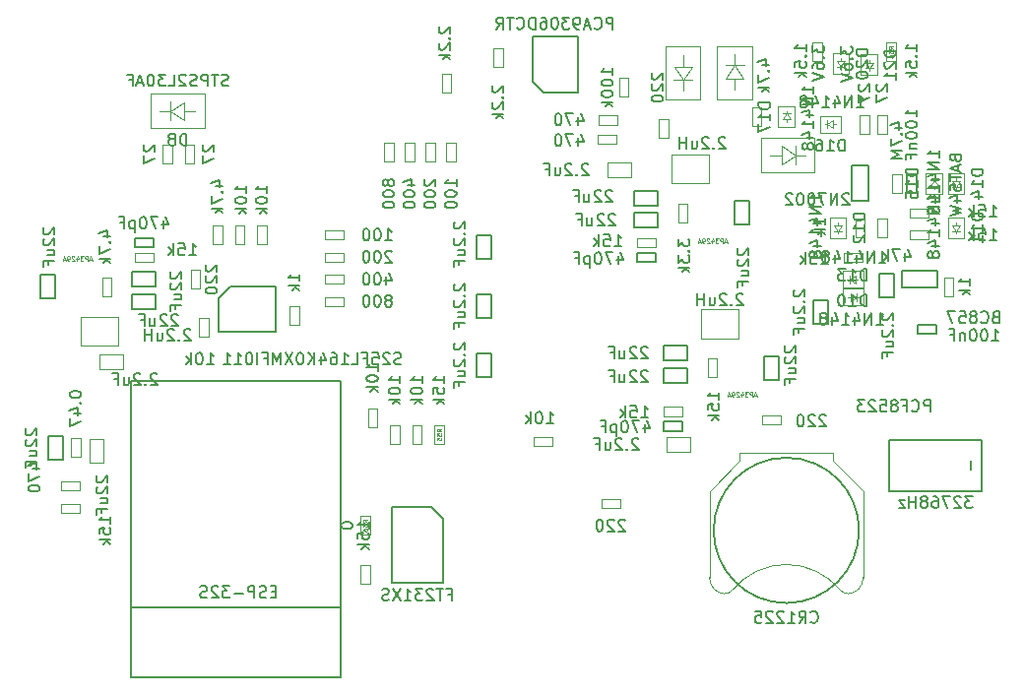
<source format=gbr>
G04 #@! TF.FileFunction,Other,Fab,Bot*
%FSLAX46Y46*%
G04 Gerber Fmt 4.6, Leading zero omitted, Abs format (unit mm)*
G04 Created by KiCad (PCBNEW 4.0.7+dfsg1-1) date Tue Oct 31 16:12:04 2017*
%MOMM*%
%LPD*%
G01*
G04 APERTURE LIST*
%ADD10C,0.100000*%
%ADD11C,0.150000*%
%ADD12C,0.075000*%
G04 APERTURE END LIST*
D10*
X103098000Y-99558000D02*
X103898000Y-99558000D01*
X103098000Y-97958000D02*
X103098000Y-99558000D01*
X103898000Y-97958000D02*
X103098000Y-97958000D01*
X103898000Y-99558000D02*
X103898000Y-97958000D01*
D11*
X126260434Y-112530338D02*
X108260434Y-112530338D01*
X108260434Y-118530338D02*
X108260434Y-93030338D01*
X126260434Y-118530338D02*
X126260434Y-93030338D01*
X126260434Y-93030338D02*
X108260434Y-93030338D01*
X126260434Y-118530338D02*
X108260434Y-118530338D01*
D10*
X154195000Y-64200000D02*
X154195000Y-68800000D01*
X154195000Y-68800000D02*
X157195000Y-68800000D01*
X157195000Y-64200000D02*
X154195000Y-64200000D01*
X157195000Y-64200000D02*
X157195000Y-68800000D01*
X155693980Y-67149440D02*
X155693980Y-68051140D01*
X155693980Y-65998820D02*
X155693980Y-65000600D01*
X156494080Y-67149440D02*
X154893880Y-67149440D01*
X154944680Y-65998820D02*
X156494080Y-65998820D01*
X155693980Y-67149440D02*
X154944680Y-65998820D01*
X155693980Y-67149440D02*
X156494080Y-65998820D01*
X153644000Y-72126000D02*
X154444000Y-72126000D01*
X153644000Y-70526000D02*
X153644000Y-72126000D01*
X154444000Y-70526000D02*
X153644000Y-70526000D01*
X154444000Y-72126000D02*
X154444000Y-70526000D01*
X160470000Y-89340000D02*
X160470000Y-86840000D01*
X157270000Y-89340000D02*
X160470000Y-89340000D01*
X157270000Y-86840000D02*
X157270000Y-89340000D01*
X160470000Y-86840000D02*
X157270000Y-86840000D01*
X157930000Y-76005000D02*
X157930000Y-73505000D01*
X154730000Y-76005000D02*
X157930000Y-76005000D01*
X154730000Y-73505000D02*
X154730000Y-76005000D01*
X157930000Y-73505000D02*
X154730000Y-73505000D01*
X103930000Y-87475000D02*
X103930000Y-89975000D01*
X107130000Y-87475000D02*
X103930000Y-87475000D01*
X107130000Y-89975000D02*
X107130000Y-87475000D01*
X103930000Y-89975000D02*
X107130000Y-89975000D01*
D11*
X101710000Y-83915000D02*
X100460000Y-83915000D01*
X101710000Y-85915000D02*
X101710000Y-83915000D01*
X100460000Y-85915000D02*
X101710000Y-85915000D01*
X100460000Y-83915000D02*
X100460000Y-85915000D01*
X154060000Y-90005000D02*
X154060000Y-91255000D01*
X156060000Y-90005000D02*
X154060000Y-90005000D01*
X156060000Y-91255000D02*
X156060000Y-90005000D01*
X154060000Y-91255000D02*
X156060000Y-91255000D01*
X154060000Y-91910000D02*
X154060000Y-93160000D01*
X156060000Y-91910000D02*
X154060000Y-91910000D01*
X156060000Y-93160000D02*
X156060000Y-91910000D01*
X154060000Y-93160000D02*
X156060000Y-93160000D01*
X162690000Y-92900000D02*
X163940000Y-92900000D01*
X162690000Y-90900000D02*
X162690000Y-92900000D01*
X163940000Y-90900000D02*
X162690000Y-90900000D01*
X163940000Y-92900000D02*
X163940000Y-90900000D01*
X151520000Y-78575000D02*
X151520000Y-79825000D01*
X153520000Y-78575000D02*
X151520000Y-78575000D01*
X153520000Y-79825000D02*
X153520000Y-78575000D01*
X151520000Y-79825000D02*
X153520000Y-79825000D01*
X151520000Y-76670000D02*
X151520000Y-77920000D01*
X153520000Y-76670000D02*
X151520000Y-76670000D01*
X153520000Y-77920000D02*
X153520000Y-76670000D01*
X151520000Y-77920000D02*
X153520000Y-77920000D01*
X160150000Y-79565000D02*
X161400000Y-79565000D01*
X160150000Y-77565000D02*
X160150000Y-79565000D01*
X161400000Y-77565000D02*
X160150000Y-77565000D01*
X161400000Y-79565000D02*
X161400000Y-77565000D01*
X110340000Y-84905000D02*
X110340000Y-83655000D01*
X108340000Y-84905000D02*
X110340000Y-84905000D01*
X108340000Y-83655000D02*
X108340000Y-84905000D01*
X110340000Y-83655000D02*
X108340000Y-83655000D01*
X110340000Y-86810000D02*
X110340000Y-85560000D01*
X108340000Y-86810000D02*
X110340000Y-86810000D01*
X108340000Y-85560000D02*
X108340000Y-86810000D01*
X110340000Y-85560000D02*
X108340000Y-85560000D01*
X172596000Y-85788000D02*
X173846000Y-85788000D01*
X172596000Y-83788000D02*
X172596000Y-85788000D01*
X173846000Y-83788000D02*
X172596000Y-83788000D01*
X173846000Y-85788000D02*
X173846000Y-83788000D01*
X177535000Y-83580000D02*
X174495000Y-83580000D01*
X174495000Y-84980000D02*
X174495000Y-83580000D01*
X177535000Y-84980000D02*
X177535000Y-83580000D01*
X177535000Y-84980000D02*
X174495000Y-84980000D01*
X170235000Y-74505000D02*
X170235000Y-77545000D01*
X171635000Y-77545000D02*
X170235000Y-77545000D01*
X171635000Y-74505000D02*
X170235000Y-74505000D01*
X171635000Y-74505000D02*
X171635000Y-77545000D01*
X154060000Y-96510000D02*
X154060000Y-97310000D01*
X155660000Y-96510000D02*
X154060000Y-96510000D01*
X155660000Y-97310000D02*
X155660000Y-96510000D01*
X154060000Y-97310000D02*
X155660000Y-97310000D01*
X151720000Y-81975000D02*
X151720000Y-82775000D01*
X153320000Y-81975000D02*
X151720000Y-81975000D01*
X153320000Y-82775000D02*
X153320000Y-81975000D01*
X151720000Y-82775000D02*
X153320000Y-82775000D01*
X110140000Y-81505000D02*
X110140000Y-80705000D01*
X108540000Y-81505000D02*
X110140000Y-81505000D01*
X108540000Y-80705000D02*
X108540000Y-81505000D01*
X110140000Y-80705000D02*
X108540000Y-80705000D01*
X175780000Y-75225000D02*
X174980000Y-75225000D01*
X175780000Y-76825000D02*
X175780000Y-75225000D01*
X174980000Y-76825000D02*
X175780000Y-76825000D01*
X174980000Y-75225000D02*
X174980000Y-76825000D01*
D10*
X169500000Y-81975000D02*
X169500000Y-82775000D01*
X171100000Y-81975000D02*
X169500000Y-81975000D01*
X171100000Y-82775000D02*
X171100000Y-81975000D01*
X169500000Y-82775000D02*
X171100000Y-82775000D01*
X172440000Y-80635000D02*
X173240000Y-80635000D01*
X172440000Y-79035000D02*
X172440000Y-80635000D01*
X173240000Y-79035000D02*
X172440000Y-79035000D01*
X173240000Y-80635000D02*
X173240000Y-79035000D01*
X176815000Y-80870000D02*
X176815000Y-80070000D01*
X175215000Y-80870000D02*
X176815000Y-80870000D01*
X175215000Y-80070000D02*
X175215000Y-80870000D01*
X176815000Y-80070000D02*
X175215000Y-80070000D01*
X174510000Y-75225000D02*
X173710000Y-75225000D01*
X174510000Y-76825000D02*
X174510000Y-75225000D01*
X173710000Y-76825000D02*
X174510000Y-76825000D01*
X173710000Y-75225000D02*
X173710000Y-76825000D01*
X178955000Y-84115000D02*
X178155000Y-84115000D01*
X178955000Y-85715000D02*
X178955000Y-84115000D01*
X178155000Y-85715000D02*
X178955000Y-85715000D01*
X178155000Y-84115000D02*
X178155000Y-85715000D01*
X114185000Y-83480000D02*
X113385000Y-83480000D01*
X114185000Y-85080000D02*
X114185000Y-83480000D01*
X113385000Y-85080000D02*
X114185000Y-85080000D01*
X113385000Y-83480000D02*
X113385000Y-85080000D01*
X170535000Y-80635000D02*
X171335000Y-80635000D01*
X170535000Y-79035000D02*
X170535000Y-80635000D01*
X171335000Y-79035000D02*
X170535000Y-79035000D01*
X171335000Y-80635000D02*
X171335000Y-79035000D01*
X128790000Y-108880000D02*
X127990000Y-108880000D01*
X128790000Y-110480000D02*
X128790000Y-108880000D01*
X127990000Y-110480000D02*
X128790000Y-110480000D01*
X127990000Y-108880000D02*
X127990000Y-110480000D01*
X150272000Y-103984000D02*
X150272000Y-103184000D01*
X148672000Y-103984000D02*
X150272000Y-103984000D01*
X148672000Y-103184000D02*
X148672000Y-103984000D01*
X150272000Y-103184000D02*
X148672000Y-103184000D01*
X176815000Y-78965000D02*
X176815000Y-78165000D01*
X175215000Y-78965000D02*
X176815000Y-78965000D01*
X175215000Y-78165000D02*
X175215000Y-78965000D01*
X176815000Y-78165000D02*
X175215000Y-78165000D01*
X154060000Y-95240000D02*
X154060000Y-96040000D01*
X155660000Y-95240000D02*
X154060000Y-95240000D01*
X155660000Y-96040000D02*
X155660000Y-95240000D01*
X154060000Y-96040000D02*
X155660000Y-96040000D01*
X110140000Y-82775000D02*
X110140000Y-81975000D01*
X108540000Y-82775000D02*
X110140000Y-82775000D01*
X108540000Y-81975000D02*
X108540000Y-82775000D01*
X110140000Y-81975000D02*
X108540000Y-81975000D01*
X151720000Y-80705000D02*
X151720000Y-81505000D01*
X153320000Y-80705000D02*
X151720000Y-80705000D01*
X153320000Y-81505000D02*
X153320000Y-80705000D01*
X151720000Y-81505000D02*
X153320000Y-81505000D01*
X158635000Y-91100000D02*
X157835000Y-91100000D01*
X158635000Y-92700000D02*
X158635000Y-91100000D01*
X157835000Y-92700000D02*
X158635000Y-92700000D01*
X157835000Y-91100000D02*
X157835000Y-92700000D01*
X105765000Y-85715000D02*
X106565000Y-85715000D01*
X105765000Y-84115000D02*
X105765000Y-85715000D01*
X106565000Y-84115000D02*
X105765000Y-84115000D01*
X106565000Y-85715000D02*
X106565000Y-84115000D01*
X156095000Y-77765000D02*
X155295000Y-77765000D01*
X156095000Y-79365000D02*
X156095000Y-77765000D01*
X155295000Y-79365000D02*
X156095000Y-79365000D01*
X155295000Y-77765000D02*
X155295000Y-79365000D01*
X126482000Y-86585000D02*
X126482000Y-85785000D01*
X124882000Y-86585000D02*
X126482000Y-86585000D01*
X124882000Y-85785000D02*
X124882000Y-86585000D01*
X126482000Y-85785000D02*
X124882000Y-85785000D01*
X126482000Y-84679000D02*
X126482000Y-83879000D01*
X124882000Y-84679000D02*
X126482000Y-84679000D01*
X124882000Y-83879000D02*
X124882000Y-84679000D01*
X126482000Y-83879000D02*
X124882000Y-83879000D01*
X126482000Y-82775000D02*
X126482000Y-81975000D01*
X124882000Y-82775000D02*
X126482000Y-82775000D01*
X124882000Y-81975000D02*
X124882000Y-82775000D01*
X126482000Y-81975000D02*
X124882000Y-81975000D01*
X126482000Y-80870000D02*
X126482000Y-80070000D01*
X124882000Y-80870000D02*
X126482000Y-80870000D01*
X124882000Y-80070000D02*
X124882000Y-80870000D01*
X126482000Y-80070000D02*
X124882000Y-80070000D01*
X130022000Y-74158000D02*
X130822000Y-74158000D01*
X130022000Y-72558000D02*
X130022000Y-74158000D01*
X130822000Y-72558000D02*
X130022000Y-72558000D01*
X130822000Y-74158000D02*
X130822000Y-72558000D01*
X131800000Y-74158000D02*
X132600000Y-74158000D01*
X131800000Y-72558000D02*
X131800000Y-74158000D01*
X132600000Y-72558000D02*
X131800000Y-72558000D01*
X132600000Y-74158000D02*
X132600000Y-72558000D01*
X133578000Y-74158000D02*
X134378000Y-74158000D01*
X133578000Y-72558000D02*
X133578000Y-74158000D01*
X134378000Y-72558000D02*
X133578000Y-72558000D01*
X134378000Y-74158000D02*
X134378000Y-72558000D01*
X135356000Y-74158000D02*
X136156000Y-74158000D01*
X135356000Y-72558000D02*
X135356000Y-74158000D01*
X136156000Y-72558000D02*
X135356000Y-72558000D01*
X136156000Y-74158000D02*
X136156000Y-72558000D01*
D11*
X115780000Y-85870000D02*
X115780000Y-88770000D01*
X115780000Y-88770000D02*
X120680000Y-88770000D01*
X120680000Y-88770000D02*
X120680000Y-84870000D01*
X120680000Y-84870000D02*
X116780000Y-84870000D01*
X116780000Y-84870000D02*
X115780000Y-85870000D01*
X175850000Y-88198000D02*
X175850000Y-88998000D01*
X177450000Y-88198000D02*
X175850000Y-88198000D01*
X177450000Y-88998000D02*
X177450000Y-88198000D01*
X175850000Y-88998000D02*
X177450000Y-88998000D01*
X143730000Y-68250000D02*
X146630000Y-68250000D01*
X146630000Y-68250000D02*
X146630000Y-63350000D01*
X146630000Y-63350000D02*
X142730000Y-63350000D01*
X142730000Y-63350000D02*
X142730000Y-67250000D01*
X142730000Y-67250000D02*
X143730000Y-68250000D01*
D10*
X161645000Y-71110000D02*
X162445000Y-71110000D01*
X161645000Y-69510000D02*
X161645000Y-71110000D01*
X162445000Y-69510000D02*
X161645000Y-69510000D01*
X162445000Y-71110000D02*
X162445000Y-69510000D01*
X139420000Y-66030000D02*
X140220000Y-66030000D01*
X139420000Y-64430000D02*
X139420000Y-66030000D01*
X140220000Y-64430000D02*
X139420000Y-64430000D01*
X140220000Y-66030000D02*
X140220000Y-64430000D01*
X134975000Y-68232000D02*
X135775000Y-68232000D01*
X134975000Y-66632000D02*
X134975000Y-68232000D01*
X135775000Y-66632000D02*
X134975000Y-66632000D01*
X135775000Y-68232000D02*
X135775000Y-66632000D01*
X150215000Y-68570000D02*
X151015000Y-68570000D01*
X150215000Y-66970000D02*
X150215000Y-68570000D01*
X151015000Y-66970000D02*
X150215000Y-66970000D01*
X151015000Y-68570000D02*
X151015000Y-66970000D01*
X149975000Y-72615000D02*
X149975000Y-71815000D01*
X148375000Y-72615000D02*
X149975000Y-72615000D01*
X148375000Y-71815000D02*
X148375000Y-72615000D01*
X149975000Y-71815000D02*
X148375000Y-71815000D01*
X150080000Y-71000000D02*
X150080000Y-70200000D01*
X148480000Y-71000000D02*
X150080000Y-71000000D01*
X148480000Y-70200000D02*
X148480000Y-71000000D01*
X150080000Y-70200000D02*
X148480000Y-70200000D01*
D11*
X134035000Y-103890000D02*
X130635000Y-103890000D01*
X130635000Y-103890000D02*
X130635000Y-110390000D01*
X130635000Y-110390000D02*
X135035000Y-110390000D01*
X135035000Y-110390000D02*
X135035000Y-104890000D01*
X135035000Y-104890000D02*
X134035000Y-103890000D01*
D10*
X119900000Y-79670000D02*
X119100000Y-79670000D01*
X119900000Y-81270000D02*
X119900000Y-79670000D01*
X119100000Y-81270000D02*
X119900000Y-81270000D01*
X119100000Y-79670000D02*
X119100000Y-81270000D01*
X114080000Y-89200000D02*
X114880000Y-89200000D01*
X114080000Y-87600000D02*
X114080000Y-89200000D01*
X114880000Y-87600000D02*
X114080000Y-87600000D01*
X114880000Y-89200000D02*
X114880000Y-87600000D01*
X128625000Y-96975000D02*
X129425000Y-96975000D01*
X128625000Y-95375000D02*
X128625000Y-96975000D01*
X129425000Y-95375000D02*
X128625000Y-95375000D01*
X129425000Y-96975000D02*
X129425000Y-95375000D01*
X117995000Y-79670000D02*
X117195000Y-79670000D01*
X117995000Y-81270000D02*
X117995000Y-79670000D01*
X117195000Y-81270000D02*
X117995000Y-81270000D01*
X117195000Y-79670000D02*
X117195000Y-81270000D01*
X122680000Y-86600000D02*
X121880000Y-86600000D01*
X122680000Y-88200000D02*
X122680000Y-86600000D01*
X121880000Y-88200000D02*
X122680000Y-88200000D01*
X121880000Y-86600000D02*
X121880000Y-88200000D01*
X116090000Y-79670000D02*
X115290000Y-79670000D01*
X116090000Y-81270000D02*
X116090000Y-79670000D01*
X115290000Y-81270000D02*
X116090000Y-81270000D01*
X115290000Y-79670000D02*
X115290000Y-81270000D01*
X144430000Y-98650000D02*
X144430000Y-97850000D01*
X142830000Y-98650000D02*
X144430000Y-98650000D01*
X142830000Y-97850000D02*
X142830000Y-98650000D01*
X144430000Y-97850000D02*
X142830000Y-97850000D01*
X132435000Y-98415000D02*
X133235000Y-98415000D01*
X132435000Y-96815000D02*
X132435000Y-98415000D01*
X133235000Y-96815000D02*
X132435000Y-96815000D01*
X133235000Y-98415000D02*
X133235000Y-96815000D01*
X130530000Y-98415000D02*
X131330000Y-98415000D01*
X130530000Y-96815000D02*
X130530000Y-98415000D01*
X131330000Y-96815000D02*
X130530000Y-96815000D01*
X131330000Y-98415000D02*
X131330000Y-96815000D01*
X102190000Y-103565000D02*
X102190000Y-104365000D01*
X103790000Y-103565000D02*
X102190000Y-103565000D01*
X103790000Y-104365000D02*
X103790000Y-103565000D01*
X102190000Y-104365000D02*
X103790000Y-104365000D01*
X103790000Y-102460000D02*
X103790000Y-101660000D01*
X102190000Y-102460000D02*
X103790000Y-102460000D01*
X102190000Y-101660000D02*
X102190000Y-102460000D01*
X103790000Y-101660000D02*
X102190000Y-101660000D01*
D11*
X166881000Y-88074000D02*
X168131000Y-88074000D01*
X166881000Y-86074000D02*
X166881000Y-88074000D01*
X168131000Y-86074000D02*
X166881000Y-86074000D01*
X168131000Y-88074000D02*
X168131000Y-86074000D01*
D10*
X164115000Y-96745000D02*
X164115000Y-95945000D01*
X162515000Y-96745000D02*
X164115000Y-96745000D01*
X162515000Y-95945000D02*
X162515000Y-96745000D01*
X164115000Y-95945000D02*
X162515000Y-95945000D01*
X166852000Y-65522000D02*
X167652000Y-65522000D01*
X166852000Y-63922000D02*
X166852000Y-65522000D01*
X167652000Y-63922000D02*
X166852000Y-63922000D01*
X167652000Y-65522000D02*
X167652000Y-63922000D01*
D11*
X139175000Y-90646000D02*
X137925000Y-90646000D01*
X139175000Y-92646000D02*
X139175000Y-90646000D01*
X137925000Y-92646000D02*
X139175000Y-92646000D01*
X137925000Y-90646000D02*
X137925000Y-92646000D01*
X137925000Y-82486000D02*
X139175000Y-82486000D01*
X137925000Y-80486000D02*
X137925000Y-82486000D01*
X139175000Y-80486000D02*
X137925000Y-80486000D01*
X139175000Y-82486000D02*
X139175000Y-80486000D01*
X139175000Y-85566000D02*
X137925000Y-85566000D01*
X139175000Y-87566000D02*
X139175000Y-85566000D01*
X137925000Y-87566000D02*
X139175000Y-87566000D01*
X137925000Y-85566000D02*
X137925000Y-87566000D01*
X102345000Y-97758000D02*
X101095000Y-97758000D01*
X102345000Y-99758000D02*
X102345000Y-97758000D01*
X101095000Y-99758000D02*
X102345000Y-99758000D01*
X101095000Y-97758000D02*
X101095000Y-99758000D01*
D10*
X112877000Y-74285000D02*
X113677000Y-74285000D01*
X112877000Y-72685000D02*
X112877000Y-74285000D01*
X113677000Y-72685000D02*
X112877000Y-72685000D01*
X113677000Y-74285000D02*
X113677000Y-72685000D01*
X110972000Y-74285000D02*
X111772000Y-74285000D01*
X110972000Y-72685000D02*
X110972000Y-74285000D01*
X111772000Y-72685000D02*
X110972000Y-72685000D01*
X111772000Y-74285000D02*
X111772000Y-72685000D01*
X172440000Y-71745000D02*
X173240000Y-71745000D01*
X172440000Y-70145000D02*
X172440000Y-71745000D01*
X173240000Y-70145000D02*
X172440000Y-70145000D01*
X173240000Y-71745000D02*
X173240000Y-70145000D01*
X170916000Y-71745000D02*
X171716000Y-71745000D01*
X170916000Y-70145000D02*
X170916000Y-71745000D01*
X171716000Y-70145000D02*
X170916000Y-70145000D01*
X171716000Y-71745000D02*
X171716000Y-70145000D01*
D11*
X181412000Y-98082000D02*
X181412000Y-102482000D01*
X173412000Y-98082000D02*
X181412000Y-98082000D01*
X173412000Y-102482000D02*
X173412000Y-98082000D01*
X181412000Y-102482000D02*
X173412000Y-102482000D01*
X180412000Y-99882000D02*
X180412000Y-100682000D01*
D10*
X104656000Y-100012000D02*
X105896000Y-100012000D01*
X104656000Y-98012000D02*
X104656000Y-100012000D01*
X105896000Y-98012000D02*
X104656000Y-98012000D01*
X105896000Y-100012000D02*
X105896000Y-98012000D01*
X114561000Y-68302000D02*
X109961000Y-68302000D01*
X109961000Y-68302000D02*
X109961000Y-71302000D01*
X114561000Y-71302000D02*
X114561000Y-68302000D01*
X114561000Y-71302000D02*
X109961000Y-71302000D01*
X111611560Y-69800980D02*
X110709860Y-69800980D01*
X112762180Y-69800980D02*
X113760400Y-69800980D01*
X111611560Y-70601080D02*
X111611560Y-69000880D01*
X112762180Y-69051680D02*
X112762180Y-70601080D01*
X111611560Y-69800980D02*
X112762180Y-69051680D01*
X111611560Y-69800980D02*
X112762180Y-70601080D01*
X162412000Y-75112000D02*
X167012000Y-75112000D01*
X167012000Y-75112000D02*
X167012000Y-72112000D01*
X162412000Y-72112000D02*
X162412000Y-75112000D01*
X162412000Y-72112000D02*
X167012000Y-72112000D01*
X165361440Y-73613020D02*
X166263140Y-73613020D01*
X164210820Y-73613020D02*
X163212600Y-73613020D01*
X165361440Y-72812920D02*
X165361440Y-74413120D01*
X164210820Y-74362320D02*
X164210820Y-72812920D01*
X165361440Y-73613020D02*
X164210820Y-74362320D01*
X165361440Y-73613020D02*
X164210820Y-72812920D01*
X161640000Y-68800000D02*
X161640000Y-64200000D01*
X161640000Y-64200000D02*
X158640000Y-64200000D01*
X158640000Y-68800000D02*
X161640000Y-68800000D01*
X158640000Y-68800000D02*
X158640000Y-64200000D01*
X160141020Y-65850560D02*
X160141020Y-64948860D01*
X160141020Y-67001180D02*
X160141020Y-67999400D01*
X159340920Y-65850560D02*
X160941120Y-65850560D01*
X160890320Y-67001180D02*
X159340920Y-67001180D01*
X160141020Y-65850560D02*
X160890320Y-67001180D01*
X160141020Y-65850560D02*
X159340920Y-67001180D01*
X154314000Y-97884000D02*
X154314000Y-99124000D01*
X156314000Y-97884000D02*
X154314000Y-97884000D01*
X156314000Y-99124000D02*
X156314000Y-97884000D01*
X154314000Y-99124000D02*
X156314000Y-99124000D01*
X107546000Y-92012000D02*
X107546000Y-90772000D01*
X105546000Y-92012000D02*
X107546000Y-92012000D01*
X105546000Y-90772000D02*
X105546000Y-92012000D01*
X107546000Y-90772000D02*
X105546000Y-90772000D01*
X151234000Y-75502000D02*
X151234000Y-74262000D01*
X149234000Y-75502000D02*
X151234000Y-75502000D01*
X149234000Y-74262000D02*
X149234000Y-75502000D01*
X151234000Y-74262000D02*
X149234000Y-74262000D01*
X173202000Y-65522000D02*
X174002000Y-65522000D01*
X173202000Y-63922000D02*
X173202000Y-65522000D01*
X174002000Y-63922000D02*
X173202000Y-63922000D01*
X174002000Y-65522000D02*
X174002000Y-63922000D01*
X135140000Y-96815000D02*
X134340000Y-96815000D01*
X135140000Y-98415000D02*
X135140000Y-96815000D01*
X134340000Y-98415000D02*
X135140000Y-98415000D01*
X134340000Y-96815000D02*
X134340000Y-98415000D01*
D11*
X170835000Y-105870000D02*
G75*
G03X170835000Y-105870000I-6250000J0D01*
G01*
D10*
X159206987Y-111317558D02*
G75*
G03X159985000Y-110970000I88013J847558D01*
G01*
X169963013Y-111317558D02*
G75*
G02X169185000Y-110970000I-88013J847558D01*
G01*
X159977095Y-110979589D02*
G75*
G02X169185000Y-110970000I4607905J-3790411D01*
G01*
X157985000Y-109920000D02*
G75*
G03X159285000Y-111320000I1350000J-50000D01*
G01*
X171185000Y-109920000D02*
G75*
G02X169885000Y-111320000I-1350000J-50000D01*
G01*
X157985000Y-102470000D02*
X157985000Y-109970000D01*
X171185000Y-102470000D02*
X171185000Y-109970000D01*
X160585000Y-99870000D02*
X157985000Y-102470000D01*
X168585000Y-99870000D02*
X171185000Y-102470000D01*
X160585000Y-99170000D02*
X160585000Y-99870000D01*
X168585000Y-99170000D02*
X168585000Y-99870000D01*
X168585000Y-99170000D02*
X160585000Y-99170000D01*
X169284000Y-65538000D02*
X169284000Y-65288000D01*
X168934000Y-65538000D02*
X169284000Y-66038000D01*
X169634000Y-65538000D02*
X168934000Y-65538000D01*
X169284000Y-66038000D02*
X169634000Y-65538000D01*
X169284000Y-66038000D02*
X169284000Y-66238000D01*
X169634000Y-66038000D02*
X168934000Y-66038000D01*
X168584000Y-66638000D02*
X169984000Y-66638000D01*
X168584000Y-64838000D02*
X168584000Y-66638000D01*
X169984000Y-64838000D02*
X168584000Y-64838000D01*
X169984000Y-66638000D02*
X169984000Y-64838000D01*
X171697000Y-65631000D02*
X171697000Y-65381000D01*
X171347000Y-65631000D02*
X171697000Y-66131000D01*
X172047000Y-65631000D02*
X171347000Y-65631000D01*
X171697000Y-66131000D02*
X172047000Y-65631000D01*
X171697000Y-66131000D02*
X171697000Y-66331000D01*
X172047000Y-66131000D02*
X171347000Y-66131000D01*
X170997000Y-66731000D02*
X172397000Y-66731000D01*
X170997000Y-64931000D02*
X170997000Y-66731000D01*
X172397000Y-64931000D02*
X170997000Y-64931000D01*
X172397000Y-66731000D02*
X172397000Y-64931000D01*
X170500000Y-84280000D02*
X170750000Y-84280000D01*
X170500000Y-83930000D02*
X170000000Y-84280000D01*
X170500000Y-84630000D02*
X170500000Y-83930000D01*
X170000000Y-84280000D02*
X170500000Y-84630000D01*
X170000000Y-84280000D02*
X169800000Y-84280000D01*
X170000000Y-84630000D02*
X170000000Y-83930000D01*
X169400000Y-83580000D02*
X169400000Y-84980000D01*
X171200000Y-83580000D02*
X169400000Y-83580000D01*
X171200000Y-84980000D02*
X171200000Y-83580000D01*
X169400000Y-84980000D02*
X171200000Y-84980000D01*
X179190000Y-79635000D02*
X179190000Y-79385000D01*
X178840000Y-79635000D02*
X179190000Y-80135000D01*
X179540000Y-79635000D02*
X178840000Y-79635000D01*
X179190000Y-80135000D02*
X179540000Y-79635000D01*
X179190000Y-80135000D02*
X179190000Y-80335000D01*
X179540000Y-80135000D02*
X178840000Y-80135000D01*
X178490000Y-80735000D02*
X179890000Y-80735000D01*
X178490000Y-78935000D02*
X178490000Y-80735000D01*
X179890000Y-78935000D02*
X178490000Y-78935000D01*
X179890000Y-80735000D02*
X179890000Y-78935000D01*
X169030000Y-79635000D02*
X169030000Y-79385000D01*
X168680000Y-79635000D02*
X169030000Y-80135000D01*
X169380000Y-79635000D02*
X168680000Y-79635000D01*
X169030000Y-80135000D02*
X169380000Y-79635000D01*
X169030000Y-80135000D02*
X169030000Y-80335000D01*
X169380000Y-80135000D02*
X168680000Y-80135000D01*
X168330000Y-80735000D02*
X169730000Y-80735000D01*
X168330000Y-78935000D02*
X168330000Y-80735000D01*
X169730000Y-78935000D02*
X168330000Y-78935000D01*
X169730000Y-80735000D02*
X169730000Y-78935000D01*
X170100000Y-85804000D02*
X169850000Y-85804000D01*
X170100000Y-86154000D02*
X170600000Y-85804000D01*
X170100000Y-85454000D02*
X170100000Y-86154000D01*
X170600000Y-85804000D02*
X170100000Y-85454000D01*
X170600000Y-85804000D02*
X170800000Y-85804000D01*
X170600000Y-85454000D02*
X170600000Y-86154000D01*
X171200000Y-86504000D02*
X171200000Y-85104000D01*
X169400000Y-86504000D02*
X171200000Y-86504000D01*
X169400000Y-85104000D02*
X169400000Y-86504000D01*
X171200000Y-85104000D02*
X169400000Y-85104000D01*
X179190000Y-75825000D02*
X179190000Y-75575000D01*
X178840000Y-75825000D02*
X179190000Y-76325000D01*
X179540000Y-75825000D02*
X178840000Y-75825000D01*
X179190000Y-76325000D02*
X179540000Y-75825000D01*
X179190000Y-76325000D02*
X179190000Y-76525000D01*
X179540000Y-76325000D02*
X178840000Y-76325000D01*
X178490000Y-76925000D02*
X179890000Y-76925000D01*
X178490000Y-75125000D02*
X178490000Y-76925000D01*
X179890000Y-75125000D02*
X178490000Y-75125000D01*
X179890000Y-76925000D02*
X179890000Y-75125000D01*
X177285000Y-76225000D02*
X177285000Y-76475000D01*
X177635000Y-76225000D02*
X177285000Y-75725000D01*
X176935000Y-76225000D02*
X177635000Y-76225000D01*
X177285000Y-75725000D02*
X176935000Y-76225000D01*
X177285000Y-75725000D02*
X177285000Y-75525000D01*
X176935000Y-75725000D02*
X177635000Y-75725000D01*
X177985000Y-75125000D02*
X176585000Y-75125000D01*
X177985000Y-76925000D02*
X177985000Y-75125000D01*
X176585000Y-76925000D02*
X177985000Y-76925000D01*
X176585000Y-75125000D02*
X176585000Y-76925000D01*
X168595000Y-70945000D02*
X168845000Y-70945000D01*
X168595000Y-70595000D02*
X168095000Y-70945000D01*
X168595000Y-71295000D02*
X168595000Y-70595000D01*
X168095000Y-70945000D02*
X168595000Y-71295000D01*
X168095000Y-70945000D02*
X167895000Y-70945000D01*
X168095000Y-71295000D02*
X168095000Y-70595000D01*
X167495000Y-70245000D02*
X167495000Y-71645000D01*
X169295000Y-70245000D02*
X167495000Y-70245000D01*
X169295000Y-71645000D02*
X169295000Y-70245000D01*
X167495000Y-71645000D02*
X169295000Y-71645000D01*
X164585000Y-70510000D02*
X164585000Y-70760000D01*
X164935000Y-70510000D02*
X164585000Y-70010000D01*
X164235000Y-70510000D02*
X164935000Y-70510000D01*
X164585000Y-70010000D02*
X164235000Y-70510000D01*
X164585000Y-70010000D02*
X164585000Y-69810000D01*
X164235000Y-70010000D02*
X164935000Y-70010000D01*
X165285000Y-69410000D02*
X163885000Y-69410000D01*
X165285000Y-71210000D02*
X165285000Y-69410000D01*
X163885000Y-71210000D02*
X165285000Y-71210000D01*
X163885000Y-69410000D02*
X163885000Y-71210000D01*
X127990000Y-106246000D02*
X128790000Y-106246000D01*
X127990000Y-104646000D02*
X127990000Y-106246000D01*
X128790000Y-104646000D02*
X127990000Y-104646000D01*
X128790000Y-106246000D02*
X128790000Y-104646000D01*
D11*
X102950381Y-94133905D02*
X102950381Y-94229144D01*
X102998000Y-94324382D01*
X103045619Y-94372001D01*
X103140857Y-94419620D01*
X103331333Y-94467239D01*
X103569429Y-94467239D01*
X103759905Y-94419620D01*
X103855143Y-94372001D01*
X103902762Y-94324382D01*
X103950381Y-94229144D01*
X103950381Y-94133905D01*
X103902762Y-94038667D01*
X103855143Y-93991048D01*
X103759905Y-93943429D01*
X103569429Y-93895810D01*
X103331333Y-93895810D01*
X103140857Y-93943429D01*
X103045619Y-93991048D01*
X102998000Y-94038667D01*
X102950381Y-94133905D01*
X103855143Y-94895810D02*
X103902762Y-94943429D01*
X103950381Y-94895810D01*
X103902762Y-94848191D01*
X103855143Y-94895810D01*
X103950381Y-94895810D01*
X103283714Y-95800572D02*
X103950381Y-95800572D01*
X102902762Y-95562476D02*
X103617048Y-95324381D01*
X103617048Y-95943429D01*
X102950381Y-96229143D02*
X102950381Y-96895810D01*
X103950381Y-96467238D01*
X120706095Y-111132571D02*
X120372761Y-111132571D01*
X120229904Y-111656381D02*
X120706095Y-111656381D01*
X120706095Y-110656381D01*
X120229904Y-110656381D01*
X119848952Y-111608762D02*
X119706095Y-111656381D01*
X119467999Y-111656381D01*
X119372761Y-111608762D01*
X119325142Y-111561143D01*
X119277523Y-111465905D01*
X119277523Y-111370667D01*
X119325142Y-111275429D01*
X119372761Y-111227810D01*
X119467999Y-111180190D01*
X119658476Y-111132571D01*
X119753714Y-111084952D01*
X119801333Y-111037333D01*
X119848952Y-110942095D01*
X119848952Y-110846857D01*
X119801333Y-110751619D01*
X119753714Y-110704000D01*
X119658476Y-110656381D01*
X119420380Y-110656381D01*
X119277523Y-110704000D01*
X118848952Y-111656381D02*
X118848952Y-110656381D01*
X118467999Y-110656381D01*
X118372761Y-110704000D01*
X118325142Y-110751619D01*
X118277523Y-110846857D01*
X118277523Y-110989714D01*
X118325142Y-111084952D01*
X118372761Y-111132571D01*
X118467999Y-111180190D01*
X118848952Y-111180190D01*
X117848952Y-111275429D02*
X117087047Y-111275429D01*
X116706095Y-110656381D02*
X116087047Y-110656381D01*
X116420381Y-111037333D01*
X116277523Y-111037333D01*
X116182285Y-111084952D01*
X116134666Y-111132571D01*
X116087047Y-111227810D01*
X116087047Y-111465905D01*
X116134666Y-111561143D01*
X116182285Y-111608762D01*
X116277523Y-111656381D01*
X116563238Y-111656381D01*
X116658476Y-111608762D01*
X116706095Y-111561143D01*
X115706095Y-110751619D02*
X115658476Y-110704000D01*
X115563238Y-110656381D01*
X115325142Y-110656381D01*
X115229904Y-110704000D01*
X115182285Y-110751619D01*
X115134666Y-110846857D01*
X115134666Y-110942095D01*
X115182285Y-111084952D01*
X115753714Y-111656381D01*
X115134666Y-111656381D01*
X114753714Y-111608762D02*
X114610857Y-111656381D01*
X114372761Y-111656381D01*
X114277523Y-111608762D01*
X114229904Y-111561143D01*
X114182285Y-111465905D01*
X114182285Y-111370667D01*
X114229904Y-111275429D01*
X114277523Y-111227810D01*
X114372761Y-111180190D01*
X114563238Y-111132571D01*
X114658476Y-111084952D01*
X114706095Y-111037333D01*
X114753714Y-110942095D01*
X114753714Y-110846857D01*
X114706095Y-110751619D01*
X114658476Y-110704000D01*
X114563238Y-110656381D01*
X114325142Y-110656381D01*
X114182285Y-110704000D01*
X153083619Y-66531905D02*
X153036000Y-66579524D01*
X152988381Y-66674762D01*
X152988381Y-66912858D01*
X153036000Y-67008096D01*
X153083619Y-67055715D01*
X153178857Y-67103334D01*
X153274095Y-67103334D01*
X153416952Y-67055715D01*
X153988381Y-66484286D01*
X153988381Y-67103334D01*
X153083619Y-67484286D02*
X153036000Y-67531905D01*
X152988381Y-67627143D01*
X152988381Y-67865239D01*
X153036000Y-67960477D01*
X153083619Y-68008096D01*
X153178857Y-68055715D01*
X153274095Y-68055715D01*
X153416952Y-68008096D01*
X153988381Y-67436667D01*
X153988381Y-68055715D01*
X152988381Y-68674762D02*
X152988381Y-68770001D01*
X153036000Y-68865239D01*
X153083619Y-68912858D01*
X153178857Y-68960477D01*
X153369333Y-69008096D01*
X153607429Y-69008096D01*
X153797905Y-68960477D01*
X153893143Y-68912858D01*
X153940762Y-68865239D01*
X153988381Y-68770001D01*
X153988381Y-68674762D01*
X153940762Y-68579524D01*
X153893143Y-68531905D01*
X153797905Y-68484286D01*
X153607429Y-68436667D01*
X153369333Y-68436667D01*
X153178857Y-68484286D01*
X153083619Y-68531905D01*
X153036000Y-68579524D01*
X152988381Y-68674762D01*
X160846190Y-85605619D02*
X160798571Y-85558000D01*
X160703333Y-85510381D01*
X160465237Y-85510381D01*
X160369999Y-85558000D01*
X160322380Y-85605619D01*
X160274761Y-85700857D01*
X160274761Y-85796095D01*
X160322380Y-85938952D01*
X160893809Y-86510381D01*
X160274761Y-86510381D01*
X159846190Y-86415143D02*
X159798571Y-86462762D01*
X159846190Y-86510381D01*
X159893809Y-86462762D01*
X159846190Y-86415143D01*
X159846190Y-86510381D01*
X159417619Y-85605619D02*
X159370000Y-85558000D01*
X159274762Y-85510381D01*
X159036666Y-85510381D01*
X158941428Y-85558000D01*
X158893809Y-85605619D01*
X158846190Y-85700857D01*
X158846190Y-85796095D01*
X158893809Y-85938952D01*
X159465238Y-86510381D01*
X158846190Y-86510381D01*
X157989047Y-85843714D02*
X157989047Y-86510381D01*
X158417619Y-85843714D02*
X158417619Y-86367524D01*
X158370000Y-86462762D01*
X158274762Y-86510381D01*
X158131904Y-86510381D01*
X158036666Y-86462762D01*
X157989047Y-86415143D01*
X157512857Y-86510381D02*
X157512857Y-85510381D01*
X157512857Y-85986571D02*
X156941428Y-85986571D01*
X156941428Y-86510381D02*
X156941428Y-85510381D01*
D10*
X162003571Y-94252667D02*
X161813094Y-94252667D01*
X162041666Y-94366952D02*
X161908332Y-93966952D01*
X161774999Y-94366952D01*
X161641666Y-94366952D02*
X161641666Y-93966952D01*
X161489285Y-93966952D01*
X161451190Y-93986000D01*
X161432142Y-94005048D01*
X161413094Y-94043143D01*
X161413094Y-94100286D01*
X161432142Y-94138381D01*
X161451190Y-94157429D01*
X161489285Y-94176476D01*
X161641666Y-94176476D01*
X161279761Y-93966952D02*
X161032142Y-93966952D01*
X161165475Y-94119333D01*
X161108333Y-94119333D01*
X161070237Y-94138381D01*
X161051190Y-94157429D01*
X161032142Y-94195524D01*
X161032142Y-94290762D01*
X161051190Y-94328857D01*
X161070237Y-94347905D01*
X161108333Y-94366952D01*
X161222618Y-94366952D01*
X161260714Y-94347905D01*
X161279761Y-94328857D01*
X160689285Y-94100286D02*
X160689285Y-94366952D01*
X160784523Y-93947905D02*
X160879762Y-94233619D01*
X160632142Y-94233619D01*
X160498810Y-94005048D02*
X160479762Y-93986000D01*
X160441667Y-93966952D01*
X160346429Y-93966952D01*
X160308333Y-93986000D01*
X160289286Y-94005048D01*
X160270238Y-94043143D01*
X160270238Y-94081238D01*
X160289286Y-94138381D01*
X160517857Y-94366952D01*
X160270238Y-94366952D01*
X160079762Y-94366952D02*
X160003572Y-94366952D01*
X159965477Y-94347905D01*
X159946429Y-94328857D01*
X159908334Y-94271714D01*
X159889286Y-94195524D01*
X159889286Y-94043143D01*
X159908334Y-94005048D01*
X159927381Y-93986000D01*
X159965477Y-93966952D01*
X160041667Y-93966952D01*
X160079762Y-93986000D01*
X160098810Y-94005048D01*
X160117858Y-94043143D01*
X160117858Y-94138381D01*
X160098810Y-94176476D01*
X160079762Y-94195524D01*
X160041667Y-94214571D01*
X159965477Y-94214571D01*
X159927381Y-94195524D01*
X159908334Y-94176476D01*
X159889286Y-94138381D01*
X159736906Y-94252667D02*
X159546429Y-94252667D01*
X159775001Y-94366952D02*
X159641667Y-93966952D01*
X159508334Y-94366952D01*
D11*
X159322190Y-72143619D02*
X159274571Y-72096000D01*
X159179333Y-72048381D01*
X158941237Y-72048381D01*
X158845999Y-72096000D01*
X158798380Y-72143619D01*
X158750761Y-72238857D01*
X158750761Y-72334095D01*
X158798380Y-72476952D01*
X159369809Y-73048381D01*
X158750761Y-73048381D01*
X158322190Y-72953143D02*
X158274571Y-73000762D01*
X158322190Y-73048381D01*
X158369809Y-73000762D01*
X158322190Y-72953143D01*
X158322190Y-73048381D01*
X157893619Y-72143619D02*
X157846000Y-72096000D01*
X157750762Y-72048381D01*
X157512666Y-72048381D01*
X157417428Y-72096000D01*
X157369809Y-72143619D01*
X157322190Y-72238857D01*
X157322190Y-72334095D01*
X157369809Y-72476952D01*
X157941238Y-73048381D01*
X157322190Y-73048381D01*
X156465047Y-72381714D02*
X156465047Y-73048381D01*
X156893619Y-72381714D02*
X156893619Y-72905524D01*
X156846000Y-73000762D01*
X156750762Y-73048381D01*
X156607904Y-73048381D01*
X156512666Y-73000762D01*
X156465047Y-72953143D01*
X155988857Y-73048381D02*
X155988857Y-72048381D01*
X155988857Y-72524571D02*
X155417428Y-72524571D01*
X155417428Y-73048381D02*
X155417428Y-72048381D01*
D10*
X159463571Y-81044667D02*
X159273094Y-81044667D01*
X159501666Y-81158952D02*
X159368332Y-80758952D01*
X159234999Y-81158952D01*
X159101666Y-81158952D02*
X159101666Y-80758952D01*
X158949285Y-80758952D01*
X158911190Y-80778000D01*
X158892142Y-80797048D01*
X158873094Y-80835143D01*
X158873094Y-80892286D01*
X158892142Y-80930381D01*
X158911190Y-80949429D01*
X158949285Y-80968476D01*
X159101666Y-80968476D01*
X158739761Y-80758952D02*
X158492142Y-80758952D01*
X158625475Y-80911333D01*
X158568333Y-80911333D01*
X158530237Y-80930381D01*
X158511190Y-80949429D01*
X158492142Y-80987524D01*
X158492142Y-81082762D01*
X158511190Y-81120857D01*
X158530237Y-81139905D01*
X158568333Y-81158952D01*
X158682618Y-81158952D01*
X158720714Y-81139905D01*
X158739761Y-81120857D01*
X158149285Y-80892286D02*
X158149285Y-81158952D01*
X158244523Y-80739905D02*
X158339762Y-81025619D01*
X158092142Y-81025619D01*
X157958810Y-80797048D02*
X157939762Y-80778000D01*
X157901667Y-80758952D01*
X157806429Y-80758952D01*
X157768333Y-80778000D01*
X157749286Y-80797048D01*
X157730238Y-80835143D01*
X157730238Y-80873238D01*
X157749286Y-80930381D01*
X157977857Y-81158952D01*
X157730238Y-81158952D01*
X157539762Y-81158952D02*
X157463572Y-81158952D01*
X157425477Y-81139905D01*
X157406429Y-81120857D01*
X157368334Y-81063714D01*
X157349286Y-80987524D01*
X157349286Y-80835143D01*
X157368334Y-80797048D01*
X157387381Y-80778000D01*
X157425477Y-80758952D01*
X157501667Y-80758952D01*
X157539762Y-80778000D01*
X157558810Y-80797048D01*
X157577858Y-80835143D01*
X157577858Y-80930381D01*
X157558810Y-80968476D01*
X157539762Y-80987524D01*
X157501667Y-81006571D01*
X157425477Y-81006571D01*
X157387381Y-80987524D01*
X157368334Y-80968476D01*
X157349286Y-80930381D01*
X157196906Y-81044667D02*
X157006429Y-81044667D01*
X157235001Y-81158952D02*
X157101667Y-80758952D01*
X156968334Y-81158952D01*
D11*
X113348190Y-88653619D02*
X113300571Y-88606000D01*
X113205333Y-88558381D01*
X112967237Y-88558381D01*
X112871999Y-88606000D01*
X112824380Y-88653619D01*
X112776761Y-88748857D01*
X112776761Y-88844095D01*
X112824380Y-88986952D01*
X113395809Y-89558381D01*
X112776761Y-89558381D01*
X112348190Y-89463143D02*
X112300571Y-89510762D01*
X112348190Y-89558381D01*
X112395809Y-89510762D01*
X112348190Y-89463143D01*
X112348190Y-89558381D01*
X111919619Y-88653619D02*
X111872000Y-88606000D01*
X111776762Y-88558381D01*
X111538666Y-88558381D01*
X111443428Y-88606000D01*
X111395809Y-88653619D01*
X111348190Y-88748857D01*
X111348190Y-88844095D01*
X111395809Y-88986952D01*
X111967238Y-89558381D01*
X111348190Y-89558381D01*
X110491047Y-88891714D02*
X110491047Y-89558381D01*
X110919619Y-88891714D02*
X110919619Y-89415524D01*
X110872000Y-89510762D01*
X110776762Y-89558381D01*
X110633904Y-89558381D01*
X110538666Y-89510762D01*
X110491047Y-89463143D01*
X110014857Y-89558381D02*
X110014857Y-88558381D01*
X110014857Y-89034571D02*
X109443428Y-89034571D01*
X109443428Y-89558381D02*
X109443428Y-88558381D01*
D10*
X104853571Y-82568667D02*
X104663094Y-82568667D01*
X104891666Y-82682952D02*
X104758332Y-82282952D01*
X104624999Y-82682952D01*
X104491666Y-82682952D02*
X104491666Y-82282952D01*
X104339285Y-82282952D01*
X104301190Y-82302000D01*
X104282142Y-82321048D01*
X104263094Y-82359143D01*
X104263094Y-82416286D01*
X104282142Y-82454381D01*
X104301190Y-82473429D01*
X104339285Y-82492476D01*
X104491666Y-82492476D01*
X104129761Y-82282952D02*
X103882142Y-82282952D01*
X104015475Y-82435333D01*
X103958333Y-82435333D01*
X103920237Y-82454381D01*
X103901190Y-82473429D01*
X103882142Y-82511524D01*
X103882142Y-82606762D01*
X103901190Y-82644857D01*
X103920237Y-82663905D01*
X103958333Y-82682952D01*
X104072618Y-82682952D01*
X104110714Y-82663905D01*
X104129761Y-82644857D01*
X103539285Y-82416286D02*
X103539285Y-82682952D01*
X103634523Y-82263905D02*
X103729762Y-82549619D01*
X103482142Y-82549619D01*
X103348810Y-82321048D02*
X103329762Y-82302000D01*
X103291667Y-82282952D01*
X103196429Y-82282952D01*
X103158333Y-82302000D01*
X103139286Y-82321048D01*
X103120238Y-82359143D01*
X103120238Y-82397238D01*
X103139286Y-82454381D01*
X103367857Y-82682952D01*
X103120238Y-82682952D01*
X102929762Y-82682952D02*
X102853572Y-82682952D01*
X102815477Y-82663905D01*
X102796429Y-82644857D01*
X102758334Y-82587714D01*
X102739286Y-82511524D01*
X102739286Y-82359143D01*
X102758334Y-82321048D01*
X102777381Y-82302000D01*
X102815477Y-82282952D01*
X102891667Y-82282952D01*
X102929762Y-82302000D01*
X102948810Y-82321048D01*
X102967858Y-82359143D01*
X102967858Y-82454381D01*
X102948810Y-82492476D01*
X102929762Y-82511524D01*
X102891667Y-82530571D01*
X102815477Y-82530571D01*
X102777381Y-82511524D01*
X102758334Y-82492476D01*
X102739286Y-82454381D01*
X102586906Y-82568667D02*
X102396429Y-82568667D01*
X102625001Y-82682952D02*
X102491667Y-82282952D01*
X102358334Y-82682952D01*
D11*
X100759619Y-79843143D02*
X100712000Y-79890762D01*
X100664381Y-79986000D01*
X100664381Y-80224096D01*
X100712000Y-80319334D01*
X100759619Y-80366953D01*
X100854857Y-80414572D01*
X100950095Y-80414572D01*
X101092952Y-80366953D01*
X101664381Y-79795524D01*
X101664381Y-80414572D01*
X100759619Y-80795524D02*
X100712000Y-80843143D01*
X100664381Y-80938381D01*
X100664381Y-81176477D01*
X100712000Y-81271715D01*
X100759619Y-81319334D01*
X100854857Y-81366953D01*
X100950095Y-81366953D01*
X101092952Y-81319334D01*
X101664381Y-80747905D01*
X101664381Y-81366953D01*
X100997714Y-82224096D02*
X101664381Y-82224096D01*
X100997714Y-81795524D02*
X101521524Y-81795524D01*
X101616762Y-81843143D01*
X101664381Y-81938381D01*
X101664381Y-82081239D01*
X101616762Y-82176477D01*
X101569143Y-82224096D01*
X101140571Y-83033620D02*
X101140571Y-82700286D01*
X101664381Y-82700286D02*
X100664381Y-82700286D01*
X100664381Y-83176477D01*
X152638857Y-90177619D02*
X152591238Y-90130000D01*
X152496000Y-90082381D01*
X152257904Y-90082381D01*
X152162666Y-90130000D01*
X152115047Y-90177619D01*
X152067428Y-90272857D01*
X152067428Y-90368095D01*
X152115047Y-90510952D01*
X152686476Y-91082381D01*
X152067428Y-91082381D01*
X151686476Y-90177619D02*
X151638857Y-90130000D01*
X151543619Y-90082381D01*
X151305523Y-90082381D01*
X151210285Y-90130000D01*
X151162666Y-90177619D01*
X151115047Y-90272857D01*
X151115047Y-90368095D01*
X151162666Y-90510952D01*
X151734095Y-91082381D01*
X151115047Y-91082381D01*
X150257904Y-90415714D02*
X150257904Y-91082381D01*
X150686476Y-90415714D02*
X150686476Y-90939524D01*
X150638857Y-91034762D01*
X150543619Y-91082381D01*
X150400761Y-91082381D01*
X150305523Y-91034762D01*
X150257904Y-90987143D01*
X149448380Y-90558571D02*
X149781714Y-90558571D01*
X149781714Y-91082381D02*
X149781714Y-90082381D01*
X149305523Y-90082381D01*
X152638857Y-92209619D02*
X152591238Y-92162000D01*
X152496000Y-92114381D01*
X152257904Y-92114381D01*
X152162666Y-92162000D01*
X152115047Y-92209619D01*
X152067428Y-92304857D01*
X152067428Y-92400095D01*
X152115047Y-92542952D01*
X152686476Y-93114381D01*
X152067428Y-93114381D01*
X151686476Y-92209619D02*
X151638857Y-92162000D01*
X151543619Y-92114381D01*
X151305523Y-92114381D01*
X151210285Y-92162000D01*
X151162666Y-92209619D01*
X151115047Y-92304857D01*
X151115047Y-92400095D01*
X151162666Y-92542952D01*
X151734095Y-93114381D01*
X151115047Y-93114381D01*
X150257904Y-92447714D02*
X150257904Y-93114381D01*
X150686476Y-92447714D02*
X150686476Y-92971524D01*
X150638857Y-93066762D01*
X150543619Y-93114381D01*
X150400761Y-93114381D01*
X150305523Y-93066762D01*
X150257904Y-93019143D01*
X149448380Y-92590571D02*
X149781714Y-92590571D01*
X149781714Y-93114381D02*
X149781714Y-92114381D01*
X149305523Y-92114381D01*
X164513619Y-90003143D02*
X164466000Y-90050762D01*
X164418381Y-90146000D01*
X164418381Y-90384096D01*
X164466000Y-90479334D01*
X164513619Y-90526953D01*
X164608857Y-90574572D01*
X164704095Y-90574572D01*
X164846952Y-90526953D01*
X165418381Y-89955524D01*
X165418381Y-90574572D01*
X164513619Y-90955524D02*
X164466000Y-91003143D01*
X164418381Y-91098381D01*
X164418381Y-91336477D01*
X164466000Y-91431715D01*
X164513619Y-91479334D01*
X164608857Y-91526953D01*
X164704095Y-91526953D01*
X164846952Y-91479334D01*
X165418381Y-90907905D01*
X165418381Y-91526953D01*
X164751714Y-92384096D02*
X165418381Y-92384096D01*
X164751714Y-91955524D02*
X165275524Y-91955524D01*
X165370762Y-92003143D01*
X165418381Y-92098381D01*
X165418381Y-92241239D01*
X165370762Y-92336477D01*
X165323143Y-92384096D01*
X164894571Y-93193620D02*
X164894571Y-92860286D01*
X165418381Y-92860286D02*
X164418381Y-92860286D01*
X164418381Y-93336477D01*
X149844857Y-78747619D02*
X149797238Y-78700000D01*
X149702000Y-78652381D01*
X149463904Y-78652381D01*
X149368666Y-78700000D01*
X149321047Y-78747619D01*
X149273428Y-78842857D01*
X149273428Y-78938095D01*
X149321047Y-79080952D01*
X149892476Y-79652381D01*
X149273428Y-79652381D01*
X148892476Y-78747619D02*
X148844857Y-78700000D01*
X148749619Y-78652381D01*
X148511523Y-78652381D01*
X148416285Y-78700000D01*
X148368666Y-78747619D01*
X148321047Y-78842857D01*
X148321047Y-78938095D01*
X148368666Y-79080952D01*
X148940095Y-79652381D01*
X148321047Y-79652381D01*
X147463904Y-78985714D02*
X147463904Y-79652381D01*
X147892476Y-78985714D02*
X147892476Y-79509524D01*
X147844857Y-79604762D01*
X147749619Y-79652381D01*
X147606761Y-79652381D01*
X147511523Y-79604762D01*
X147463904Y-79557143D01*
X146654380Y-79128571D02*
X146987714Y-79128571D01*
X146987714Y-79652381D02*
X146987714Y-78652381D01*
X146511523Y-78652381D01*
X149590857Y-76715619D02*
X149543238Y-76668000D01*
X149448000Y-76620381D01*
X149209904Y-76620381D01*
X149114666Y-76668000D01*
X149067047Y-76715619D01*
X149019428Y-76810857D01*
X149019428Y-76906095D01*
X149067047Y-77048952D01*
X149638476Y-77620381D01*
X149019428Y-77620381D01*
X148638476Y-76715619D02*
X148590857Y-76668000D01*
X148495619Y-76620381D01*
X148257523Y-76620381D01*
X148162285Y-76668000D01*
X148114666Y-76715619D01*
X148067047Y-76810857D01*
X148067047Y-76906095D01*
X148114666Y-77048952D01*
X148686095Y-77620381D01*
X148067047Y-77620381D01*
X147209904Y-76953714D02*
X147209904Y-77620381D01*
X147638476Y-76953714D02*
X147638476Y-77477524D01*
X147590857Y-77572762D01*
X147495619Y-77620381D01*
X147352761Y-77620381D01*
X147257523Y-77572762D01*
X147209904Y-77525143D01*
X146400380Y-77096571D02*
X146733714Y-77096571D01*
X146733714Y-77620381D02*
X146733714Y-76620381D01*
X146257523Y-76620381D01*
X160449619Y-81621143D02*
X160402000Y-81668762D01*
X160354381Y-81764000D01*
X160354381Y-82002096D01*
X160402000Y-82097334D01*
X160449619Y-82144953D01*
X160544857Y-82192572D01*
X160640095Y-82192572D01*
X160782952Y-82144953D01*
X161354381Y-81573524D01*
X161354381Y-82192572D01*
X160449619Y-82573524D02*
X160402000Y-82621143D01*
X160354381Y-82716381D01*
X160354381Y-82954477D01*
X160402000Y-83049715D01*
X160449619Y-83097334D01*
X160544857Y-83144953D01*
X160640095Y-83144953D01*
X160782952Y-83097334D01*
X161354381Y-82525905D01*
X161354381Y-83144953D01*
X160687714Y-84002096D02*
X161354381Y-84002096D01*
X160687714Y-83573524D02*
X161211524Y-83573524D01*
X161306762Y-83621143D01*
X161354381Y-83716381D01*
X161354381Y-83859239D01*
X161306762Y-83954477D01*
X161259143Y-84002096D01*
X160830571Y-84811620D02*
X160830571Y-84478286D01*
X161354381Y-84478286D02*
X160354381Y-84478286D01*
X160354381Y-84954477D01*
X111681619Y-83653143D02*
X111634000Y-83700762D01*
X111586381Y-83796000D01*
X111586381Y-84034096D01*
X111634000Y-84129334D01*
X111681619Y-84176953D01*
X111776857Y-84224572D01*
X111872095Y-84224572D01*
X112014952Y-84176953D01*
X112586381Y-83605524D01*
X112586381Y-84224572D01*
X111681619Y-84605524D02*
X111634000Y-84653143D01*
X111586381Y-84748381D01*
X111586381Y-84986477D01*
X111634000Y-85081715D01*
X111681619Y-85129334D01*
X111776857Y-85176953D01*
X111872095Y-85176953D01*
X112014952Y-85129334D01*
X112586381Y-84557905D01*
X112586381Y-85176953D01*
X111919714Y-86034096D02*
X112586381Y-86034096D01*
X111919714Y-85605524D02*
X112443524Y-85605524D01*
X112538762Y-85653143D01*
X112586381Y-85748381D01*
X112586381Y-85891239D01*
X112538762Y-85986477D01*
X112491143Y-86034096D01*
X112062571Y-86843620D02*
X112062571Y-86510286D01*
X112586381Y-86510286D02*
X111586381Y-86510286D01*
X111586381Y-86986477D01*
X112252857Y-87383619D02*
X112205238Y-87336000D01*
X112110000Y-87288381D01*
X111871904Y-87288381D01*
X111776666Y-87336000D01*
X111729047Y-87383619D01*
X111681428Y-87478857D01*
X111681428Y-87574095D01*
X111729047Y-87716952D01*
X112300476Y-88288381D01*
X111681428Y-88288381D01*
X111300476Y-87383619D02*
X111252857Y-87336000D01*
X111157619Y-87288381D01*
X110919523Y-87288381D01*
X110824285Y-87336000D01*
X110776666Y-87383619D01*
X110729047Y-87478857D01*
X110729047Y-87574095D01*
X110776666Y-87716952D01*
X111348095Y-88288381D01*
X110729047Y-88288381D01*
X109871904Y-87621714D02*
X109871904Y-88288381D01*
X110300476Y-87621714D02*
X110300476Y-88145524D01*
X110252857Y-88240762D01*
X110157619Y-88288381D01*
X110014761Y-88288381D01*
X109919523Y-88240762D01*
X109871904Y-88193143D01*
X109062380Y-87764571D02*
X109395714Y-87764571D01*
X109395714Y-88288381D02*
X109395714Y-87288381D01*
X108919523Y-87288381D01*
X176951238Y-95654381D02*
X176951238Y-94654381D01*
X176570285Y-94654381D01*
X176475047Y-94702000D01*
X176427428Y-94749619D01*
X176379809Y-94844857D01*
X176379809Y-94987714D01*
X176427428Y-95082952D01*
X176475047Y-95130571D01*
X176570285Y-95178190D01*
X176951238Y-95178190D01*
X175379809Y-95559143D02*
X175427428Y-95606762D01*
X175570285Y-95654381D01*
X175665523Y-95654381D01*
X175808381Y-95606762D01*
X175903619Y-95511524D01*
X175951238Y-95416286D01*
X175998857Y-95225810D01*
X175998857Y-95082952D01*
X175951238Y-94892476D01*
X175903619Y-94797238D01*
X175808381Y-94702000D01*
X175665523Y-94654381D01*
X175570285Y-94654381D01*
X175427428Y-94702000D01*
X175379809Y-94749619D01*
X174617904Y-95130571D02*
X174951238Y-95130571D01*
X174951238Y-95654381D02*
X174951238Y-94654381D01*
X174475047Y-94654381D01*
X173951238Y-95082952D02*
X174046476Y-95035333D01*
X174094095Y-94987714D01*
X174141714Y-94892476D01*
X174141714Y-94844857D01*
X174094095Y-94749619D01*
X174046476Y-94702000D01*
X173951238Y-94654381D01*
X173760761Y-94654381D01*
X173665523Y-94702000D01*
X173617904Y-94749619D01*
X173570285Y-94844857D01*
X173570285Y-94892476D01*
X173617904Y-94987714D01*
X173665523Y-95035333D01*
X173760761Y-95082952D01*
X173951238Y-95082952D01*
X174046476Y-95130571D01*
X174094095Y-95178190D01*
X174141714Y-95273429D01*
X174141714Y-95463905D01*
X174094095Y-95559143D01*
X174046476Y-95606762D01*
X173951238Y-95654381D01*
X173760761Y-95654381D01*
X173665523Y-95606762D01*
X173617904Y-95559143D01*
X173570285Y-95463905D01*
X173570285Y-95273429D01*
X173617904Y-95178190D01*
X173665523Y-95130571D01*
X173760761Y-95082952D01*
X172665523Y-94654381D02*
X173141714Y-94654381D01*
X173189333Y-95130571D01*
X173141714Y-95082952D01*
X173046476Y-95035333D01*
X172808380Y-95035333D01*
X172713142Y-95082952D01*
X172665523Y-95130571D01*
X172617904Y-95225810D01*
X172617904Y-95463905D01*
X172665523Y-95559143D01*
X172713142Y-95606762D01*
X172808380Y-95654381D01*
X173046476Y-95654381D01*
X173141714Y-95606762D01*
X173189333Y-95559143D01*
X172236952Y-94749619D02*
X172189333Y-94702000D01*
X172094095Y-94654381D01*
X171855999Y-94654381D01*
X171760761Y-94702000D01*
X171713142Y-94749619D01*
X171665523Y-94844857D01*
X171665523Y-94940095D01*
X171713142Y-95082952D01*
X172284571Y-95654381D01*
X171665523Y-95654381D01*
X171332190Y-94654381D02*
X170713142Y-94654381D01*
X171046476Y-95035333D01*
X170903618Y-95035333D01*
X170808380Y-95082952D01*
X170760761Y-95130571D01*
X170713142Y-95225810D01*
X170713142Y-95463905D01*
X170760761Y-95559143D01*
X170808380Y-95606762D01*
X170903618Y-95654381D01*
X171189333Y-95654381D01*
X171284571Y-95606762D01*
X171332190Y-95559143D01*
X172895619Y-87225048D02*
X172848000Y-87272667D01*
X172800381Y-87367905D01*
X172800381Y-87606001D01*
X172848000Y-87701239D01*
X172895619Y-87748858D01*
X172990857Y-87796477D01*
X173086095Y-87796477D01*
X173228952Y-87748858D01*
X173800381Y-87177429D01*
X173800381Y-87796477D01*
X173705143Y-88225048D02*
X173752762Y-88272667D01*
X173800381Y-88225048D01*
X173752762Y-88177429D01*
X173705143Y-88225048D01*
X173800381Y-88225048D01*
X172895619Y-88653619D02*
X172848000Y-88701238D01*
X172800381Y-88796476D01*
X172800381Y-89034572D01*
X172848000Y-89129810D01*
X172895619Y-89177429D01*
X172990857Y-89225048D01*
X173086095Y-89225048D01*
X173228952Y-89177429D01*
X173800381Y-88606000D01*
X173800381Y-89225048D01*
X173133714Y-90082191D02*
X173800381Y-90082191D01*
X173133714Y-89653619D02*
X173657524Y-89653619D01*
X173752762Y-89701238D01*
X173800381Y-89796476D01*
X173800381Y-89939334D01*
X173752762Y-90034572D01*
X173705143Y-90082191D01*
X173276571Y-90891715D02*
X173276571Y-90558381D01*
X173800381Y-90558381D02*
X172800381Y-90558381D01*
X172800381Y-91034572D01*
X182571142Y-87510571D02*
X182428285Y-87558190D01*
X182380666Y-87605810D01*
X182333047Y-87701048D01*
X182333047Y-87843905D01*
X182380666Y-87939143D01*
X182428285Y-87986762D01*
X182523523Y-88034381D01*
X182904476Y-88034381D01*
X182904476Y-87034381D01*
X182571142Y-87034381D01*
X182475904Y-87082000D01*
X182428285Y-87129619D01*
X182380666Y-87224857D01*
X182380666Y-87320095D01*
X182428285Y-87415333D01*
X182475904Y-87462952D01*
X182571142Y-87510571D01*
X182904476Y-87510571D01*
X181333047Y-87939143D02*
X181380666Y-87986762D01*
X181523523Y-88034381D01*
X181618761Y-88034381D01*
X181761619Y-87986762D01*
X181856857Y-87891524D01*
X181904476Y-87796286D01*
X181952095Y-87605810D01*
X181952095Y-87462952D01*
X181904476Y-87272476D01*
X181856857Y-87177238D01*
X181761619Y-87082000D01*
X181618761Y-87034381D01*
X181523523Y-87034381D01*
X181380666Y-87082000D01*
X181333047Y-87129619D01*
X180761619Y-87462952D02*
X180856857Y-87415333D01*
X180904476Y-87367714D01*
X180952095Y-87272476D01*
X180952095Y-87224857D01*
X180904476Y-87129619D01*
X180856857Y-87082000D01*
X180761619Y-87034381D01*
X180571142Y-87034381D01*
X180475904Y-87082000D01*
X180428285Y-87129619D01*
X180380666Y-87224857D01*
X180380666Y-87272476D01*
X180428285Y-87367714D01*
X180475904Y-87415333D01*
X180571142Y-87462952D01*
X180761619Y-87462952D01*
X180856857Y-87510571D01*
X180904476Y-87558190D01*
X180952095Y-87653429D01*
X180952095Y-87843905D01*
X180904476Y-87939143D01*
X180856857Y-87986762D01*
X180761619Y-88034381D01*
X180571142Y-88034381D01*
X180475904Y-87986762D01*
X180428285Y-87939143D01*
X180380666Y-87843905D01*
X180380666Y-87653429D01*
X180428285Y-87558190D01*
X180475904Y-87510571D01*
X180571142Y-87462952D01*
X179475904Y-87034381D02*
X179952095Y-87034381D01*
X179999714Y-87510571D01*
X179952095Y-87462952D01*
X179856857Y-87415333D01*
X179618761Y-87415333D01*
X179523523Y-87462952D01*
X179475904Y-87510571D01*
X179428285Y-87605810D01*
X179428285Y-87843905D01*
X179475904Y-87939143D01*
X179523523Y-87986762D01*
X179618761Y-88034381D01*
X179856857Y-88034381D01*
X179952095Y-87986762D01*
X179999714Y-87939143D01*
X179094952Y-87034381D02*
X178428285Y-87034381D01*
X178856857Y-88034381D01*
X169966286Y-76969619D02*
X169918667Y-76922000D01*
X169823429Y-76874381D01*
X169585333Y-76874381D01*
X169490095Y-76922000D01*
X169442476Y-76969619D01*
X169394857Y-77064857D01*
X169394857Y-77160095D01*
X169442476Y-77302952D01*
X170013905Y-77874381D01*
X169394857Y-77874381D01*
X168966286Y-77874381D02*
X168966286Y-76874381D01*
X168394857Y-77874381D01*
X168394857Y-76874381D01*
X168013905Y-76874381D02*
X167347238Y-76874381D01*
X167775810Y-77874381D01*
X166775810Y-76874381D02*
X166680571Y-76874381D01*
X166585333Y-76922000D01*
X166537714Y-76969619D01*
X166490095Y-77064857D01*
X166442476Y-77255333D01*
X166442476Y-77493429D01*
X166490095Y-77683905D01*
X166537714Y-77779143D01*
X166585333Y-77826762D01*
X166680571Y-77874381D01*
X166775810Y-77874381D01*
X166871048Y-77826762D01*
X166918667Y-77779143D01*
X166966286Y-77683905D01*
X167013905Y-77493429D01*
X167013905Y-77255333D01*
X166966286Y-77064857D01*
X166918667Y-76969619D01*
X166871048Y-76922000D01*
X166775810Y-76874381D01*
X165823429Y-76874381D02*
X165728190Y-76874381D01*
X165632952Y-76922000D01*
X165585333Y-76969619D01*
X165537714Y-77064857D01*
X165490095Y-77255333D01*
X165490095Y-77493429D01*
X165537714Y-77683905D01*
X165585333Y-77779143D01*
X165632952Y-77826762D01*
X165728190Y-77874381D01*
X165823429Y-77874381D01*
X165918667Y-77826762D01*
X165966286Y-77779143D01*
X166013905Y-77683905D01*
X166061524Y-77493429D01*
X166061524Y-77255333D01*
X166013905Y-77064857D01*
X165966286Y-76969619D01*
X165918667Y-76922000D01*
X165823429Y-76874381D01*
X165109143Y-76969619D02*
X165061524Y-76922000D01*
X164966286Y-76874381D01*
X164728190Y-76874381D01*
X164632952Y-76922000D01*
X164585333Y-76969619D01*
X164537714Y-77064857D01*
X164537714Y-77160095D01*
X164585333Y-77302952D01*
X165156762Y-77874381D01*
X164537714Y-77874381D01*
X152384857Y-96765714D02*
X152384857Y-97432381D01*
X152622953Y-96384762D02*
X152861048Y-97099048D01*
X152242000Y-97099048D01*
X151956286Y-96432381D02*
X151289619Y-96432381D01*
X151718191Y-97432381D01*
X150718191Y-96432381D02*
X150622952Y-96432381D01*
X150527714Y-96480000D01*
X150480095Y-96527619D01*
X150432476Y-96622857D01*
X150384857Y-96813333D01*
X150384857Y-97051429D01*
X150432476Y-97241905D01*
X150480095Y-97337143D01*
X150527714Y-97384762D01*
X150622952Y-97432381D01*
X150718191Y-97432381D01*
X150813429Y-97384762D01*
X150861048Y-97337143D01*
X150908667Y-97241905D01*
X150956286Y-97051429D01*
X150956286Y-96813333D01*
X150908667Y-96622857D01*
X150861048Y-96527619D01*
X150813429Y-96480000D01*
X150718191Y-96432381D01*
X149956286Y-96765714D02*
X149956286Y-97765714D01*
X149956286Y-96813333D02*
X149861048Y-96765714D01*
X149670571Y-96765714D01*
X149575333Y-96813333D01*
X149527714Y-96860952D01*
X149480095Y-96956190D01*
X149480095Y-97241905D01*
X149527714Y-97337143D01*
X149575333Y-97384762D01*
X149670571Y-97432381D01*
X149861048Y-97432381D01*
X149956286Y-97384762D01*
X148718190Y-96908571D02*
X149051524Y-96908571D01*
X149051524Y-97432381D02*
X149051524Y-96432381D01*
X148575333Y-96432381D01*
X150098857Y-82287714D02*
X150098857Y-82954381D01*
X150336953Y-81906762D02*
X150575048Y-82621048D01*
X149956000Y-82621048D01*
X149670286Y-81954381D02*
X149003619Y-81954381D01*
X149432191Y-82954381D01*
X148432191Y-81954381D02*
X148336952Y-81954381D01*
X148241714Y-82002000D01*
X148194095Y-82049619D01*
X148146476Y-82144857D01*
X148098857Y-82335333D01*
X148098857Y-82573429D01*
X148146476Y-82763905D01*
X148194095Y-82859143D01*
X148241714Y-82906762D01*
X148336952Y-82954381D01*
X148432191Y-82954381D01*
X148527429Y-82906762D01*
X148575048Y-82859143D01*
X148622667Y-82763905D01*
X148670286Y-82573429D01*
X148670286Y-82335333D01*
X148622667Y-82144857D01*
X148575048Y-82049619D01*
X148527429Y-82002000D01*
X148432191Y-81954381D01*
X147670286Y-82287714D02*
X147670286Y-83287714D01*
X147670286Y-82335333D02*
X147575048Y-82287714D01*
X147384571Y-82287714D01*
X147289333Y-82335333D01*
X147241714Y-82382952D01*
X147194095Y-82478190D01*
X147194095Y-82763905D01*
X147241714Y-82859143D01*
X147289333Y-82906762D01*
X147384571Y-82954381D01*
X147575048Y-82954381D01*
X147670286Y-82906762D01*
X146432190Y-82430571D02*
X146765524Y-82430571D01*
X146765524Y-82954381D02*
X146765524Y-81954381D01*
X146289333Y-81954381D01*
X110982857Y-79239714D02*
X110982857Y-79906381D01*
X111220953Y-78858762D02*
X111459048Y-79573048D01*
X110840000Y-79573048D01*
X110554286Y-78906381D02*
X109887619Y-78906381D01*
X110316191Y-79906381D01*
X109316191Y-78906381D02*
X109220952Y-78906381D01*
X109125714Y-78954000D01*
X109078095Y-79001619D01*
X109030476Y-79096857D01*
X108982857Y-79287333D01*
X108982857Y-79525429D01*
X109030476Y-79715905D01*
X109078095Y-79811143D01*
X109125714Y-79858762D01*
X109220952Y-79906381D01*
X109316191Y-79906381D01*
X109411429Y-79858762D01*
X109459048Y-79811143D01*
X109506667Y-79715905D01*
X109554286Y-79525429D01*
X109554286Y-79287333D01*
X109506667Y-79096857D01*
X109459048Y-79001619D01*
X109411429Y-78954000D01*
X109316191Y-78906381D01*
X108554286Y-79239714D02*
X108554286Y-80239714D01*
X108554286Y-79287333D02*
X108459048Y-79239714D01*
X108268571Y-79239714D01*
X108173333Y-79287333D01*
X108125714Y-79334952D01*
X108078095Y-79430190D01*
X108078095Y-79715905D01*
X108125714Y-79811143D01*
X108173333Y-79858762D01*
X108268571Y-79906381D01*
X108459048Y-79906381D01*
X108554286Y-79858762D01*
X107316190Y-79382571D02*
X107649524Y-79382571D01*
X107649524Y-79906381D02*
X107649524Y-78906381D01*
X107173333Y-78906381D01*
X175832381Y-70286381D02*
X175832381Y-69714952D01*
X175832381Y-70000666D02*
X174832381Y-70000666D01*
X174975238Y-69905428D01*
X175070476Y-69810190D01*
X175118095Y-69714952D01*
X174832381Y-70905428D02*
X174832381Y-71000667D01*
X174880000Y-71095905D01*
X174927619Y-71143524D01*
X175022857Y-71191143D01*
X175213333Y-71238762D01*
X175451429Y-71238762D01*
X175641905Y-71191143D01*
X175737143Y-71143524D01*
X175784762Y-71095905D01*
X175832381Y-71000667D01*
X175832381Y-70905428D01*
X175784762Y-70810190D01*
X175737143Y-70762571D01*
X175641905Y-70714952D01*
X175451429Y-70667333D01*
X175213333Y-70667333D01*
X175022857Y-70714952D01*
X174927619Y-70762571D01*
X174880000Y-70810190D01*
X174832381Y-70905428D01*
X174832381Y-71857809D02*
X174832381Y-71953048D01*
X174880000Y-72048286D01*
X174927619Y-72095905D01*
X175022857Y-72143524D01*
X175213333Y-72191143D01*
X175451429Y-72191143D01*
X175641905Y-72143524D01*
X175737143Y-72095905D01*
X175784762Y-72048286D01*
X175832381Y-71953048D01*
X175832381Y-71857809D01*
X175784762Y-71762571D01*
X175737143Y-71714952D01*
X175641905Y-71667333D01*
X175451429Y-71619714D01*
X175213333Y-71619714D01*
X175022857Y-71667333D01*
X174927619Y-71714952D01*
X174880000Y-71762571D01*
X174832381Y-71857809D01*
X175165714Y-72619714D02*
X175832381Y-72619714D01*
X175260952Y-72619714D02*
X175213333Y-72667333D01*
X175165714Y-72762571D01*
X175165714Y-72905429D01*
X175213333Y-73000667D01*
X175308571Y-73048286D01*
X175832381Y-73048286D01*
X175308571Y-73857810D02*
X175308571Y-73524476D01*
X175832381Y-73524476D02*
X174832381Y-73524476D01*
X174832381Y-74000667D01*
X167593238Y-82954381D02*
X168164667Y-82954381D01*
X167878953Y-82954381D02*
X167878953Y-81954381D01*
X167974191Y-82097238D01*
X168069429Y-82192476D01*
X168164667Y-82240095D01*
X166688476Y-81954381D02*
X167164667Y-81954381D01*
X167212286Y-82430571D01*
X167164667Y-82382952D01*
X167069429Y-82335333D01*
X166831333Y-82335333D01*
X166736095Y-82382952D01*
X166688476Y-82430571D01*
X166640857Y-82525810D01*
X166640857Y-82763905D01*
X166688476Y-82859143D01*
X166736095Y-82906762D01*
X166831333Y-82954381D01*
X167069429Y-82954381D01*
X167164667Y-82906762D01*
X167212286Y-82859143D01*
X166212286Y-82954381D02*
X166212286Y-81954381D01*
X166117048Y-82573429D02*
X165831333Y-82954381D01*
X165831333Y-82287714D02*
X166212286Y-82668667D01*
X174800476Y-82033714D02*
X174800476Y-82700381D01*
X175038572Y-81652762D02*
X175276667Y-82367048D01*
X174657619Y-82367048D01*
X174371905Y-81700381D02*
X173705238Y-81700381D01*
X174133810Y-82700381D01*
X173324286Y-82700381D02*
X173324286Y-81700381D01*
X173229048Y-82319429D02*
X172943333Y-82700381D01*
X172943333Y-82033714D02*
X173324286Y-82414667D01*
X182071238Y-80922381D02*
X182642667Y-80922381D01*
X182356953Y-80922381D02*
X182356953Y-79922381D01*
X182452191Y-80065238D01*
X182547429Y-80160476D01*
X182642667Y-80208095D01*
X181166476Y-79922381D02*
X181642667Y-79922381D01*
X181690286Y-80398571D01*
X181642667Y-80350952D01*
X181547429Y-80303333D01*
X181309333Y-80303333D01*
X181214095Y-80350952D01*
X181166476Y-80398571D01*
X181118857Y-80493810D01*
X181118857Y-80731905D01*
X181166476Y-80827143D01*
X181214095Y-80874762D01*
X181309333Y-80922381D01*
X181547429Y-80922381D01*
X181642667Y-80874762D01*
X181690286Y-80827143D01*
X180690286Y-80922381D02*
X180690286Y-79922381D01*
X180595048Y-80541429D02*
X180309333Y-80922381D01*
X180309333Y-80255714D02*
X180690286Y-80636667D01*
X173895714Y-71246763D02*
X174562381Y-71246763D01*
X173514762Y-71008667D02*
X174229048Y-70770572D01*
X174229048Y-71389620D01*
X174467143Y-71770572D02*
X174514762Y-71818191D01*
X174562381Y-71770572D01*
X174514762Y-71722953D01*
X174467143Y-71770572D01*
X174562381Y-71770572D01*
X173562381Y-72151524D02*
X173562381Y-72818191D01*
X174562381Y-72389619D01*
X174562381Y-73199143D02*
X173562381Y-73199143D01*
X174276667Y-73532477D01*
X173562381Y-73865810D01*
X174562381Y-73865810D01*
X180404381Y-84795953D02*
X180404381Y-84224524D01*
X180404381Y-84510238D02*
X179404381Y-84510238D01*
X179547238Y-84415000D01*
X179642476Y-84319762D01*
X179690095Y-84224524D01*
X180404381Y-85224524D02*
X179404381Y-85224524D01*
X180023429Y-85319762D02*
X180404381Y-85605477D01*
X179737714Y-85605477D02*
X180118667Y-85224524D01*
X114729619Y-83041905D02*
X114682000Y-83089524D01*
X114634381Y-83184762D01*
X114634381Y-83422858D01*
X114682000Y-83518096D01*
X114729619Y-83565715D01*
X114824857Y-83613334D01*
X114920095Y-83613334D01*
X115062952Y-83565715D01*
X115634381Y-82994286D01*
X115634381Y-83613334D01*
X114729619Y-83994286D02*
X114682000Y-84041905D01*
X114634381Y-84137143D01*
X114634381Y-84375239D01*
X114682000Y-84470477D01*
X114729619Y-84518096D01*
X114824857Y-84565715D01*
X114920095Y-84565715D01*
X115062952Y-84518096D01*
X115634381Y-83946667D01*
X115634381Y-84565715D01*
X114634381Y-85184762D02*
X114634381Y-85280001D01*
X114682000Y-85375239D01*
X114729619Y-85422858D01*
X114824857Y-85470477D01*
X115015333Y-85518096D01*
X115253429Y-85518096D01*
X115443905Y-85470477D01*
X115539143Y-85422858D01*
X115586762Y-85375239D01*
X115634381Y-85280001D01*
X115634381Y-85184762D01*
X115586762Y-85089524D01*
X115539143Y-85041905D01*
X115443905Y-84994286D01*
X115253429Y-84946667D01*
X115015333Y-84946667D01*
X114824857Y-84994286D01*
X114729619Y-85041905D01*
X114682000Y-85089524D01*
X114634381Y-85184762D01*
X167958381Y-79588953D02*
X167958381Y-79017524D01*
X167958381Y-79303238D02*
X166958381Y-79303238D01*
X167101238Y-79208000D01*
X167196476Y-79112762D01*
X167244095Y-79017524D01*
X167958381Y-80017524D02*
X166958381Y-80017524D01*
X167577429Y-80112762D02*
X167958381Y-80398477D01*
X167291714Y-80398477D02*
X167672667Y-80017524D01*
X128714381Y-105700762D02*
X128714381Y-105129333D01*
X128714381Y-105415047D02*
X127714381Y-105415047D01*
X127857238Y-105319809D01*
X127952476Y-105224571D01*
X128000095Y-105129333D01*
X127714381Y-106605524D02*
X127714381Y-106129333D01*
X128190571Y-106081714D01*
X128142952Y-106129333D01*
X128095333Y-106224571D01*
X128095333Y-106462667D01*
X128142952Y-106557905D01*
X128190571Y-106605524D01*
X128285810Y-106653143D01*
X128523905Y-106653143D01*
X128619143Y-106605524D01*
X128666762Y-106557905D01*
X128714381Y-106462667D01*
X128714381Y-106224571D01*
X128666762Y-106129333D01*
X128619143Y-106081714D01*
X128714381Y-107081714D02*
X127714381Y-107081714D01*
X128333429Y-107176952D02*
X128714381Y-107462667D01*
X128047714Y-107462667D02*
X128428667Y-107081714D01*
X150710095Y-105031619D02*
X150662476Y-104984000D01*
X150567238Y-104936381D01*
X150329142Y-104936381D01*
X150233904Y-104984000D01*
X150186285Y-105031619D01*
X150138666Y-105126857D01*
X150138666Y-105222095D01*
X150186285Y-105364952D01*
X150757714Y-105936381D01*
X150138666Y-105936381D01*
X149757714Y-105031619D02*
X149710095Y-104984000D01*
X149614857Y-104936381D01*
X149376761Y-104936381D01*
X149281523Y-104984000D01*
X149233904Y-105031619D01*
X149186285Y-105126857D01*
X149186285Y-105222095D01*
X149233904Y-105364952D01*
X149805333Y-105936381D01*
X149186285Y-105936381D01*
X148567238Y-104936381D02*
X148471999Y-104936381D01*
X148376761Y-104984000D01*
X148329142Y-105031619D01*
X148281523Y-105126857D01*
X148233904Y-105317333D01*
X148233904Y-105555429D01*
X148281523Y-105745905D01*
X148329142Y-105841143D01*
X148376761Y-105888762D01*
X148471999Y-105936381D01*
X148567238Y-105936381D01*
X148662476Y-105888762D01*
X148710095Y-105841143D01*
X148757714Y-105745905D01*
X148805333Y-105555429D01*
X148805333Y-105317333D01*
X148757714Y-105126857D01*
X148710095Y-105031619D01*
X148662476Y-104984000D01*
X148567238Y-104936381D01*
X182071238Y-78890381D02*
X182642667Y-78890381D01*
X182356953Y-78890381D02*
X182356953Y-77890381D01*
X182452191Y-78033238D01*
X182547429Y-78128476D01*
X182642667Y-78176095D01*
X181166476Y-77890381D02*
X181642667Y-77890381D01*
X181690286Y-78366571D01*
X181642667Y-78318952D01*
X181547429Y-78271333D01*
X181309333Y-78271333D01*
X181214095Y-78318952D01*
X181166476Y-78366571D01*
X181118857Y-78461810D01*
X181118857Y-78699905D01*
X181166476Y-78795143D01*
X181214095Y-78842762D01*
X181309333Y-78890381D01*
X181547429Y-78890381D01*
X181642667Y-78842762D01*
X181690286Y-78795143D01*
X180690286Y-78890381D02*
X180690286Y-77890381D01*
X180595048Y-78509429D02*
X180309333Y-78890381D01*
X180309333Y-78223714D02*
X180690286Y-78604667D01*
X152099238Y-96162381D02*
X152670667Y-96162381D01*
X152384953Y-96162381D02*
X152384953Y-95162381D01*
X152480191Y-95305238D01*
X152575429Y-95400476D01*
X152670667Y-95448095D01*
X151194476Y-95162381D02*
X151670667Y-95162381D01*
X151718286Y-95638571D01*
X151670667Y-95590952D01*
X151575429Y-95543333D01*
X151337333Y-95543333D01*
X151242095Y-95590952D01*
X151194476Y-95638571D01*
X151146857Y-95733810D01*
X151146857Y-95971905D01*
X151194476Y-96067143D01*
X151242095Y-96114762D01*
X151337333Y-96162381D01*
X151575429Y-96162381D01*
X151670667Y-96114762D01*
X151718286Y-96067143D01*
X150718286Y-96162381D02*
X150718286Y-95162381D01*
X150623048Y-95781429D02*
X150337333Y-96162381D01*
X150337333Y-95495714D02*
X150718286Y-95876667D01*
X113237238Y-82192381D02*
X113808667Y-82192381D01*
X113522953Y-82192381D02*
X113522953Y-81192381D01*
X113618191Y-81335238D01*
X113713429Y-81430476D01*
X113808667Y-81478095D01*
X112332476Y-81192381D02*
X112808667Y-81192381D01*
X112856286Y-81668571D01*
X112808667Y-81620952D01*
X112713429Y-81573333D01*
X112475333Y-81573333D01*
X112380095Y-81620952D01*
X112332476Y-81668571D01*
X112284857Y-81763810D01*
X112284857Y-82001905D01*
X112332476Y-82097143D01*
X112380095Y-82144762D01*
X112475333Y-82192381D01*
X112713429Y-82192381D01*
X112808667Y-82144762D01*
X112856286Y-82097143D01*
X111856286Y-82192381D02*
X111856286Y-81192381D01*
X111761048Y-81811429D02*
X111475333Y-82192381D01*
X111475333Y-81525714D02*
X111856286Y-81906667D01*
X149813238Y-81430381D02*
X150384667Y-81430381D01*
X150098953Y-81430381D02*
X150098953Y-80430381D01*
X150194191Y-80573238D01*
X150289429Y-80668476D01*
X150384667Y-80716095D01*
X148908476Y-80430381D02*
X149384667Y-80430381D01*
X149432286Y-80906571D01*
X149384667Y-80858952D01*
X149289429Y-80811333D01*
X149051333Y-80811333D01*
X148956095Y-80858952D01*
X148908476Y-80906571D01*
X148860857Y-81001810D01*
X148860857Y-81239905D01*
X148908476Y-81335143D01*
X148956095Y-81382762D01*
X149051333Y-81430381D01*
X149289429Y-81430381D01*
X149384667Y-81382762D01*
X149432286Y-81335143D01*
X148432286Y-81430381D02*
X148432286Y-80430381D01*
X148337048Y-81049429D02*
X148051333Y-81430381D01*
X148051333Y-80763714D02*
X148432286Y-81144667D01*
X158814381Y-94606762D02*
X158814381Y-94035333D01*
X158814381Y-94321047D02*
X157814381Y-94321047D01*
X157957238Y-94225809D01*
X158052476Y-94130571D01*
X158100095Y-94035333D01*
X157814381Y-95511524D02*
X157814381Y-95035333D01*
X158290571Y-94987714D01*
X158242952Y-95035333D01*
X158195333Y-95130571D01*
X158195333Y-95368667D01*
X158242952Y-95463905D01*
X158290571Y-95511524D01*
X158385810Y-95559143D01*
X158623905Y-95559143D01*
X158719143Y-95511524D01*
X158766762Y-95463905D01*
X158814381Y-95368667D01*
X158814381Y-95130571D01*
X158766762Y-95035333D01*
X158719143Y-94987714D01*
X158814381Y-95987714D02*
X157814381Y-95987714D01*
X158433429Y-96082952D02*
X158814381Y-96368667D01*
X158147714Y-96368667D02*
X158528667Y-95987714D01*
X105823714Y-80557429D02*
X106490381Y-80557429D01*
X105442762Y-80319333D02*
X106157048Y-80081238D01*
X106157048Y-80700286D01*
X106395143Y-81081238D02*
X106442762Y-81128857D01*
X106490381Y-81081238D01*
X106442762Y-81033619D01*
X106395143Y-81081238D01*
X106490381Y-81081238D01*
X105490381Y-81462190D02*
X105490381Y-82128857D01*
X106490381Y-81700285D01*
X106490381Y-82509809D02*
X105490381Y-82509809D01*
X106109429Y-82605047D02*
X106490381Y-82890762D01*
X105823714Y-82890762D02*
X106204667Y-82509809D01*
X155274381Y-80795619D02*
X155274381Y-81414667D01*
X155655333Y-81081333D01*
X155655333Y-81224191D01*
X155702952Y-81319429D01*
X155750571Y-81367048D01*
X155845810Y-81414667D01*
X156083905Y-81414667D01*
X156179143Y-81367048D01*
X156226762Y-81319429D01*
X156274381Y-81224191D01*
X156274381Y-80938476D01*
X156226762Y-80843238D01*
X156179143Y-80795619D01*
X156179143Y-81843238D02*
X156226762Y-81890857D01*
X156274381Y-81843238D01*
X156226762Y-81795619D01*
X156179143Y-81843238D01*
X156274381Y-81843238D01*
X155274381Y-82224190D02*
X155274381Y-82843238D01*
X155655333Y-82509904D01*
X155655333Y-82652762D01*
X155702952Y-82748000D01*
X155750571Y-82795619D01*
X155845810Y-82843238D01*
X156083905Y-82843238D01*
X156179143Y-82795619D01*
X156226762Y-82748000D01*
X156274381Y-82652762D01*
X156274381Y-82367047D01*
X156226762Y-82271809D01*
X156179143Y-82224190D01*
X156274381Y-83271809D02*
X155274381Y-83271809D01*
X155893429Y-83367047D02*
X156274381Y-83652762D01*
X155607714Y-83652762D02*
X155988667Y-83271809D01*
X130453619Y-86065952D02*
X130548857Y-86018333D01*
X130596476Y-85970714D01*
X130644095Y-85875476D01*
X130644095Y-85827857D01*
X130596476Y-85732619D01*
X130548857Y-85685000D01*
X130453619Y-85637381D01*
X130263142Y-85637381D01*
X130167904Y-85685000D01*
X130120285Y-85732619D01*
X130072666Y-85827857D01*
X130072666Y-85875476D01*
X130120285Y-85970714D01*
X130167904Y-86018333D01*
X130263142Y-86065952D01*
X130453619Y-86065952D01*
X130548857Y-86113571D01*
X130596476Y-86161190D01*
X130644095Y-86256429D01*
X130644095Y-86446905D01*
X130596476Y-86542143D01*
X130548857Y-86589762D01*
X130453619Y-86637381D01*
X130263142Y-86637381D01*
X130167904Y-86589762D01*
X130120285Y-86542143D01*
X130072666Y-86446905D01*
X130072666Y-86256429D01*
X130120285Y-86161190D01*
X130167904Y-86113571D01*
X130263142Y-86065952D01*
X129453619Y-85637381D02*
X129358380Y-85637381D01*
X129263142Y-85685000D01*
X129215523Y-85732619D01*
X129167904Y-85827857D01*
X129120285Y-86018333D01*
X129120285Y-86256429D01*
X129167904Y-86446905D01*
X129215523Y-86542143D01*
X129263142Y-86589762D01*
X129358380Y-86637381D01*
X129453619Y-86637381D01*
X129548857Y-86589762D01*
X129596476Y-86542143D01*
X129644095Y-86446905D01*
X129691714Y-86256429D01*
X129691714Y-86018333D01*
X129644095Y-85827857D01*
X129596476Y-85732619D01*
X129548857Y-85685000D01*
X129453619Y-85637381D01*
X128501238Y-85637381D02*
X128405999Y-85637381D01*
X128310761Y-85685000D01*
X128263142Y-85732619D01*
X128215523Y-85827857D01*
X128167904Y-86018333D01*
X128167904Y-86256429D01*
X128215523Y-86446905D01*
X128263142Y-86542143D01*
X128310761Y-86589762D01*
X128405999Y-86637381D01*
X128501238Y-86637381D01*
X128596476Y-86589762D01*
X128644095Y-86542143D01*
X128691714Y-86446905D01*
X128739333Y-86256429D01*
X128739333Y-86018333D01*
X128691714Y-85827857D01*
X128644095Y-85732619D01*
X128596476Y-85685000D01*
X128501238Y-85637381D01*
X130167904Y-84064714D02*
X130167904Y-84731381D01*
X130406000Y-83683762D02*
X130644095Y-84398048D01*
X130025047Y-84398048D01*
X129453619Y-83731381D02*
X129358380Y-83731381D01*
X129263142Y-83779000D01*
X129215523Y-83826619D01*
X129167904Y-83921857D01*
X129120285Y-84112333D01*
X129120285Y-84350429D01*
X129167904Y-84540905D01*
X129215523Y-84636143D01*
X129263142Y-84683762D01*
X129358380Y-84731381D01*
X129453619Y-84731381D01*
X129548857Y-84683762D01*
X129596476Y-84636143D01*
X129644095Y-84540905D01*
X129691714Y-84350429D01*
X129691714Y-84112333D01*
X129644095Y-83921857D01*
X129596476Y-83826619D01*
X129548857Y-83779000D01*
X129453619Y-83731381D01*
X128501238Y-83731381D02*
X128405999Y-83731381D01*
X128310761Y-83779000D01*
X128263142Y-83826619D01*
X128215523Y-83921857D01*
X128167904Y-84112333D01*
X128167904Y-84350429D01*
X128215523Y-84540905D01*
X128263142Y-84636143D01*
X128310761Y-84683762D01*
X128405999Y-84731381D01*
X128501238Y-84731381D01*
X128596476Y-84683762D01*
X128644095Y-84636143D01*
X128691714Y-84540905D01*
X128739333Y-84350429D01*
X128739333Y-84112333D01*
X128691714Y-83921857D01*
X128644095Y-83826619D01*
X128596476Y-83779000D01*
X128501238Y-83731381D01*
X130644095Y-81922619D02*
X130596476Y-81875000D01*
X130501238Y-81827381D01*
X130263142Y-81827381D01*
X130167904Y-81875000D01*
X130120285Y-81922619D01*
X130072666Y-82017857D01*
X130072666Y-82113095D01*
X130120285Y-82255952D01*
X130691714Y-82827381D01*
X130072666Y-82827381D01*
X129453619Y-81827381D02*
X129358380Y-81827381D01*
X129263142Y-81875000D01*
X129215523Y-81922619D01*
X129167904Y-82017857D01*
X129120285Y-82208333D01*
X129120285Y-82446429D01*
X129167904Y-82636905D01*
X129215523Y-82732143D01*
X129263142Y-82779762D01*
X129358380Y-82827381D01*
X129453619Y-82827381D01*
X129548857Y-82779762D01*
X129596476Y-82732143D01*
X129644095Y-82636905D01*
X129691714Y-82446429D01*
X129691714Y-82208333D01*
X129644095Y-82017857D01*
X129596476Y-81922619D01*
X129548857Y-81875000D01*
X129453619Y-81827381D01*
X128501238Y-81827381D02*
X128405999Y-81827381D01*
X128310761Y-81875000D01*
X128263142Y-81922619D01*
X128215523Y-82017857D01*
X128167904Y-82208333D01*
X128167904Y-82446429D01*
X128215523Y-82636905D01*
X128263142Y-82732143D01*
X128310761Y-82779762D01*
X128405999Y-82827381D01*
X128501238Y-82827381D01*
X128596476Y-82779762D01*
X128644095Y-82732143D01*
X128691714Y-82636905D01*
X128739333Y-82446429D01*
X128739333Y-82208333D01*
X128691714Y-82017857D01*
X128644095Y-81922619D01*
X128596476Y-81875000D01*
X128501238Y-81827381D01*
X130072666Y-80922381D02*
X130644095Y-80922381D01*
X130358381Y-80922381D02*
X130358381Y-79922381D01*
X130453619Y-80065238D01*
X130548857Y-80160476D01*
X130644095Y-80208095D01*
X129453619Y-79922381D02*
X129358380Y-79922381D01*
X129263142Y-79970000D01*
X129215523Y-80017619D01*
X129167904Y-80112857D01*
X129120285Y-80303333D01*
X129120285Y-80541429D01*
X129167904Y-80731905D01*
X129215523Y-80827143D01*
X129263142Y-80874762D01*
X129358380Y-80922381D01*
X129453619Y-80922381D01*
X129548857Y-80874762D01*
X129596476Y-80827143D01*
X129644095Y-80731905D01*
X129691714Y-80541429D01*
X129691714Y-80303333D01*
X129644095Y-80112857D01*
X129596476Y-80017619D01*
X129548857Y-79970000D01*
X129453619Y-79922381D01*
X128501238Y-79922381D02*
X128405999Y-79922381D01*
X128310761Y-79970000D01*
X128263142Y-80017619D01*
X128215523Y-80112857D01*
X128167904Y-80303333D01*
X128167904Y-80541429D01*
X128215523Y-80731905D01*
X128263142Y-80827143D01*
X128310761Y-80874762D01*
X128405999Y-80922381D01*
X128501238Y-80922381D01*
X128596476Y-80874762D01*
X128644095Y-80827143D01*
X128691714Y-80731905D01*
X128739333Y-80541429D01*
X128739333Y-80303333D01*
X128691714Y-80112857D01*
X128644095Y-80017619D01*
X128596476Y-79970000D01*
X128501238Y-79922381D01*
X130302952Y-75866381D02*
X130255333Y-75771143D01*
X130207714Y-75723524D01*
X130112476Y-75675905D01*
X130064857Y-75675905D01*
X129969619Y-75723524D01*
X129922000Y-75771143D01*
X129874381Y-75866381D01*
X129874381Y-76056858D01*
X129922000Y-76152096D01*
X129969619Y-76199715D01*
X130064857Y-76247334D01*
X130112476Y-76247334D01*
X130207714Y-76199715D01*
X130255333Y-76152096D01*
X130302952Y-76056858D01*
X130302952Y-75866381D01*
X130350571Y-75771143D01*
X130398190Y-75723524D01*
X130493429Y-75675905D01*
X130683905Y-75675905D01*
X130779143Y-75723524D01*
X130826762Y-75771143D01*
X130874381Y-75866381D01*
X130874381Y-76056858D01*
X130826762Y-76152096D01*
X130779143Y-76199715D01*
X130683905Y-76247334D01*
X130493429Y-76247334D01*
X130398190Y-76199715D01*
X130350571Y-76152096D01*
X130302952Y-76056858D01*
X129874381Y-76866381D02*
X129874381Y-76961620D01*
X129922000Y-77056858D01*
X129969619Y-77104477D01*
X130064857Y-77152096D01*
X130255333Y-77199715D01*
X130493429Y-77199715D01*
X130683905Y-77152096D01*
X130779143Y-77104477D01*
X130826762Y-77056858D01*
X130874381Y-76961620D01*
X130874381Y-76866381D01*
X130826762Y-76771143D01*
X130779143Y-76723524D01*
X130683905Y-76675905D01*
X130493429Y-76628286D01*
X130255333Y-76628286D01*
X130064857Y-76675905D01*
X129969619Y-76723524D01*
X129922000Y-76771143D01*
X129874381Y-76866381D01*
X129874381Y-77818762D02*
X129874381Y-77914001D01*
X129922000Y-78009239D01*
X129969619Y-78056858D01*
X130064857Y-78104477D01*
X130255333Y-78152096D01*
X130493429Y-78152096D01*
X130683905Y-78104477D01*
X130779143Y-78056858D01*
X130826762Y-78009239D01*
X130874381Y-77914001D01*
X130874381Y-77818762D01*
X130826762Y-77723524D01*
X130779143Y-77675905D01*
X130683905Y-77628286D01*
X130493429Y-77580667D01*
X130255333Y-77580667D01*
X130064857Y-77628286D01*
X129969619Y-77675905D01*
X129922000Y-77723524D01*
X129874381Y-77818762D01*
X131985714Y-76152096D02*
X132652381Y-76152096D01*
X131604762Y-75914000D02*
X132319048Y-75675905D01*
X132319048Y-76294953D01*
X131652381Y-76866381D02*
X131652381Y-76961620D01*
X131700000Y-77056858D01*
X131747619Y-77104477D01*
X131842857Y-77152096D01*
X132033333Y-77199715D01*
X132271429Y-77199715D01*
X132461905Y-77152096D01*
X132557143Y-77104477D01*
X132604762Y-77056858D01*
X132652381Y-76961620D01*
X132652381Y-76866381D01*
X132604762Y-76771143D01*
X132557143Y-76723524D01*
X132461905Y-76675905D01*
X132271429Y-76628286D01*
X132033333Y-76628286D01*
X131842857Y-76675905D01*
X131747619Y-76723524D01*
X131700000Y-76771143D01*
X131652381Y-76866381D01*
X131652381Y-77818762D02*
X131652381Y-77914001D01*
X131700000Y-78009239D01*
X131747619Y-78056858D01*
X131842857Y-78104477D01*
X132033333Y-78152096D01*
X132271429Y-78152096D01*
X132461905Y-78104477D01*
X132557143Y-78056858D01*
X132604762Y-78009239D01*
X132652381Y-77914001D01*
X132652381Y-77818762D01*
X132604762Y-77723524D01*
X132557143Y-77675905D01*
X132461905Y-77628286D01*
X132271429Y-77580667D01*
X132033333Y-77580667D01*
X131842857Y-77628286D01*
X131747619Y-77675905D01*
X131700000Y-77723524D01*
X131652381Y-77818762D01*
X133525619Y-75675905D02*
X133478000Y-75723524D01*
X133430381Y-75818762D01*
X133430381Y-76056858D01*
X133478000Y-76152096D01*
X133525619Y-76199715D01*
X133620857Y-76247334D01*
X133716095Y-76247334D01*
X133858952Y-76199715D01*
X134430381Y-75628286D01*
X134430381Y-76247334D01*
X133430381Y-76866381D02*
X133430381Y-76961620D01*
X133478000Y-77056858D01*
X133525619Y-77104477D01*
X133620857Y-77152096D01*
X133811333Y-77199715D01*
X134049429Y-77199715D01*
X134239905Y-77152096D01*
X134335143Y-77104477D01*
X134382762Y-77056858D01*
X134430381Y-76961620D01*
X134430381Y-76866381D01*
X134382762Y-76771143D01*
X134335143Y-76723524D01*
X134239905Y-76675905D01*
X134049429Y-76628286D01*
X133811333Y-76628286D01*
X133620857Y-76675905D01*
X133525619Y-76723524D01*
X133478000Y-76771143D01*
X133430381Y-76866381D01*
X133430381Y-77818762D02*
X133430381Y-77914001D01*
X133478000Y-78009239D01*
X133525619Y-78056858D01*
X133620857Y-78104477D01*
X133811333Y-78152096D01*
X134049429Y-78152096D01*
X134239905Y-78104477D01*
X134335143Y-78056858D01*
X134382762Y-78009239D01*
X134430381Y-77914001D01*
X134430381Y-77818762D01*
X134382762Y-77723524D01*
X134335143Y-77675905D01*
X134239905Y-77628286D01*
X134049429Y-77580667D01*
X133811333Y-77580667D01*
X133620857Y-77628286D01*
X133525619Y-77675905D01*
X133478000Y-77723524D01*
X133430381Y-77818762D01*
X136218380Y-76247334D02*
X136218380Y-75675905D01*
X136218380Y-75961619D02*
X135218380Y-75961619D01*
X135361237Y-75866381D01*
X135456475Y-75771143D01*
X135504094Y-75675905D01*
X135218380Y-76866381D02*
X135218380Y-76961620D01*
X135265999Y-77056858D01*
X135313618Y-77104477D01*
X135408856Y-77152096D01*
X135599332Y-77199715D01*
X135837428Y-77199715D01*
X136027904Y-77152096D01*
X136123142Y-77104477D01*
X136170761Y-77056858D01*
X136218380Y-76961620D01*
X136218380Y-76866381D01*
X136170761Y-76771143D01*
X136123142Y-76723524D01*
X136027904Y-76675905D01*
X135837428Y-76628286D01*
X135599332Y-76628286D01*
X135408856Y-76675905D01*
X135313618Y-76723524D01*
X135265999Y-76771143D01*
X135218380Y-76866381D01*
X135218380Y-77818762D02*
X135218380Y-77914001D01*
X135265999Y-78009239D01*
X135313618Y-78056858D01*
X135408856Y-78104477D01*
X135599332Y-78152096D01*
X135837428Y-78152096D01*
X136027904Y-78104477D01*
X136123142Y-78056858D01*
X136170761Y-78009239D01*
X136218380Y-77914001D01*
X136218380Y-77818762D01*
X136170761Y-77723524D01*
X136123142Y-77675905D01*
X136027904Y-77628286D01*
X135837428Y-77580667D01*
X135599332Y-77580667D01*
X135408856Y-77628286D01*
X135313618Y-77675905D01*
X135265999Y-77723524D01*
X135218380Y-77818762D01*
X131437048Y-91542762D02*
X131294191Y-91590381D01*
X131056095Y-91590381D01*
X130960857Y-91542762D01*
X130913238Y-91495143D01*
X130865619Y-91399905D01*
X130865619Y-91304667D01*
X130913238Y-91209429D01*
X130960857Y-91161810D01*
X131056095Y-91114190D01*
X131246572Y-91066571D01*
X131341810Y-91018952D01*
X131389429Y-90971333D01*
X131437048Y-90876095D01*
X131437048Y-90780857D01*
X131389429Y-90685619D01*
X131341810Y-90638000D01*
X131246572Y-90590381D01*
X131008476Y-90590381D01*
X130865619Y-90638000D01*
X130484667Y-90685619D02*
X130437048Y-90638000D01*
X130341810Y-90590381D01*
X130103714Y-90590381D01*
X130008476Y-90638000D01*
X129960857Y-90685619D01*
X129913238Y-90780857D01*
X129913238Y-90876095D01*
X129960857Y-91018952D01*
X130532286Y-91590381D01*
X129913238Y-91590381D01*
X129008476Y-90590381D02*
X129484667Y-90590381D01*
X129532286Y-91066571D01*
X129484667Y-91018952D01*
X129389429Y-90971333D01*
X129151333Y-90971333D01*
X129056095Y-91018952D01*
X129008476Y-91066571D01*
X128960857Y-91161810D01*
X128960857Y-91399905D01*
X129008476Y-91495143D01*
X129056095Y-91542762D01*
X129151333Y-91590381D01*
X129389429Y-91590381D01*
X129484667Y-91542762D01*
X129532286Y-91495143D01*
X128198952Y-91066571D02*
X128532286Y-91066571D01*
X128532286Y-91590381D02*
X128532286Y-90590381D01*
X128056095Y-90590381D01*
X127198952Y-91590381D02*
X127675143Y-91590381D01*
X127675143Y-90590381D01*
X126341809Y-91590381D02*
X126913238Y-91590381D01*
X126627524Y-91590381D02*
X126627524Y-90590381D01*
X126722762Y-90733238D01*
X126818000Y-90828476D01*
X126913238Y-90876095D01*
X125484666Y-90590381D02*
X125675143Y-90590381D01*
X125770381Y-90638000D01*
X125818000Y-90685619D01*
X125913238Y-90828476D01*
X125960857Y-91018952D01*
X125960857Y-91399905D01*
X125913238Y-91495143D01*
X125865619Y-91542762D01*
X125770381Y-91590381D01*
X125579904Y-91590381D01*
X125484666Y-91542762D01*
X125437047Y-91495143D01*
X125389428Y-91399905D01*
X125389428Y-91161810D01*
X125437047Y-91066571D01*
X125484666Y-91018952D01*
X125579904Y-90971333D01*
X125770381Y-90971333D01*
X125865619Y-91018952D01*
X125913238Y-91066571D01*
X125960857Y-91161810D01*
X124532285Y-90923714D02*
X124532285Y-91590381D01*
X124770381Y-90542762D02*
X125008476Y-91257048D01*
X124389428Y-91257048D01*
X124008476Y-91590381D02*
X124008476Y-90590381D01*
X123437047Y-91590381D02*
X123865619Y-91018952D01*
X123437047Y-90590381D02*
X124008476Y-91161810D01*
X122818000Y-90590381D02*
X122722761Y-90590381D01*
X122627523Y-90638000D01*
X122579904Y-90685619D01*
X122532285Y-90780857D01*
X122484666Y-90971333D01*
X122484666Y-91209429D01*
X122532285Y-91399905D01*
X122579904Y-91495143D01*
X122627523Y-91542762D01*
X122722761Y-91590381D01*
X122818000Y-91590381D01*
X122913238Y-91542762D01*
X122960857Y-91495143D01*
X123008476Y-91399905D01*
X123056095Y-91209429D01*
X123056095Y-90971333D01*
X123008476Y-90780857D01*
X122960857Y-90685619D01*
X122913238Y-90638000D01*
X122818000Y-90590381D01*
X122151333Y-90590381D02*
X121484666Y-91590381D01*
X121484666Y-90590381D02*
X122151333Y-91590381D01*
X121103714Y-91590381D02*
X121103714Y-90590381D01*
X120770380Y-91304667D01*
X120437047Y-90590381D01*
X120437047Y-91590381D01*
X119627523Y-91066571D02*
X119960857Y-91066571D01*
X119960857Y-91590381D02*
X119960857Y-90590381D01*
X119484666Y-90590381D01*
X119103714Y-91590381D02*
X119103714Y-90590381D01*
X118437048Y-90590381D02*
X118341809Y-90590381D01*
X118246571Y-90638000D01*
X118198952Y-90685619D01*
X118151333Y-90780857D01*
X118103714Y-90971333D01*
X118103714Y-91209429D01*
X118151333Y-91399905D01*
X118198952Y-91495143D01*
X118246571Y-91542762D01*
X118341809Y-91590381D01*
X118437048Y-91590381D01*
X118532286Y-91542762D01*
X118579905Y-91495143D01*
X118627524Y-91399905D01*
X118675143Y-91209429D01*
X118675143Y-90971333D01*
X118627524Y-90780857D01*
X118579905Y-90685619D01*
X118532286Y-90638000D01*
X118437048Y-90590381D01*
X117151333Y-91590381D02*
X117722762Y-91590381D01*
X117437048Y-91590381D02*
X117437048Y-90590381D01*
X117532286Y-90733238D01*
X117627524Y-90828476D01*
X117722762Y-90876095D01*
X116198952Y-91590381D02*
X116770381Y-91590381D01*
X116484667Y-91590381D02*
X116484667Y-90590381D01*
X116579905Y-90733238D01*
X116675143Y-90828476D01*
X116770381Y-90876095D01*
X182261619Y-89558381D02*
X182833048Y-89558381D01*
X182547334Y-89558381D02*
X182547334Y-88558381D01*
X182642572Y-88701238D01*
X182737810Y-88796476D01*
X182833048Y-88844095D01*
X181642572Y-88558381D02*
X181547333Y-88558381D01*
X181452095Y-88606000D01*
X181404476Y-88653619D01*
X181356857Y-88748857D01*
X181309238Y-88939333D01*
X181309238Y-89177429D01*
X181356857Y-89367905D01*
X181404476Y-89463143D01*
X181452095Y-89510762D01*
X181547333Y-89558381D01*
X181642572Y-89558381D01*
X181737810Y-89510762D01*
X181785429Y-89463143D01*
X181833048Y-89367905D01*
X181880667Y-89177429D01*
X181880667Y-88939333D01*
X181833048Y-88748857D01*
X181785429Y-88653619D01*
X181737810Y-88606000D01*
X181642572Y-88558381D01*
X180690191Y-88558381D02*
X180594952Y-88558381D01*
X180499714Y-88606000D01*
X180452095Y-88653619D01*
X180404476Y-88748857D01*
X180356857Y-88939333D01*
X180356857Y-89177429D01*
X180404476Y-89367905D01*
X180452095Y-89463143D01*
X180499714Y-89510762D01*
X180594952Y-89558381D01*
X180690191Y-89558381D01*
X180785429Y-89510762D01*
X180833048Y-89463143D01*
X180880667Y-89367905D01*
X180928286Y-89177429D01*
X180928286Y-88939333D01*
X180880667Y-88748857D01*
X180833048Y-88653619D01*
X180785429Y-88606000D01*
X180690191Y-88558381D01*
X179928286Y-88891714D02*
X179928286Y-89558381D01*
X179928286Y-88986952D02*
X179880667Y-88939333D01*
X179785429Y-88891714D01*
X179642571Y-88891714D01*
X179547333Y-88939333D01*
X179499714Y-89034571D01*
X179499714Y-89558381D01*
X178690190Y-89034571D02*
X179023524Y-89034571D01*
X179023524Y-89558381D02*
X179023524Y-88558381D01*
X178547333Y-88558381D01*
X149656191Y-62752381D02*
X149656191Y-61752381D01*
X149275238Y-61752381D01*
X149180000Y-61800000D01*
X149132381Y-61847619D01*
X149084762Y-61942857D01*
X149084762Y-62085714D01*
X149132381Y-62180952D01*
X149180000Y-62228571D01*
X149275238Y-62276190D01*
X149656191Y-62276190D01*
X148084762Y-62657143D02*
X148132381Y-62704762D01*
X148275238Y-62752381D01*
X148370476Y-62752381D01*
X148513334Y-62704762D01*
X148608572Y-62609524D01*
X148656191Y-62514286D01*
X148703810Y-62323810D01*
X148703810Y-62180952D01*
X148656191Y-61990476D01*
X148608572Y-61895238D01*
X148513334Y-61800000D01*
X148370476Y-61752381D01*
X148275238Y-61752381D01*
X148132381Y-61800000D01*
X148084762Y-61847619D01*
X147703810Y-62466667D02*
X147227619Y-62466667D01*
X147799048Y-62752381D02*
X147465715Y-61752381D01*
X147132381Y-62752381D01*
X146751429Y-62752381D02*
X146560953Y-62752381D01*
X146465714Y-62704762D01*
X146418095Y-62657143D01*
X146322857Y-62514286D01*
X146275238Y-62323810D01*
X146275238Y-61942857D01*
X146322857Y-61847619D01*
X146370476Y-61800000D01*
X146465714Y-61752381D01*
X146656191Y-61752381D01*
X146751429Y-61800000D01*
X146799048Y-61847619D01*
X146846667Y-61942857D01*
X146846667Y-62180952D01*
X146799048Y-62276190D01*
X146751429Y-62323810D01*
X146656191Y-62371429D01*
X146465714Y-62371429D01*
X146370476Y-62323810D01*
X146322857Y-62276190D01*
X146275238Y-62180952D01*
X145941905Y-61752381D02*
X145322857Y-61752381D01*
X145656191Y-62133333D01*
X145513333Y-62133333D01*
X145418095Y-62180952D01*
X145370476Y-62228571D01*
X145322857Y-62323810D01*
X145322857Y-62561905D01*
X145370476Y-62657143D01*
X145418095Y-62704762D01*
X145513333Y-62752381D01*
X145799048Y-62752381D01*
X145894286Y-62704762D01*
X145941905Y-62657143D01*
X144703810Y-61752381D02*
X144608571Y-61752381D01*
X144513333Y-61800000D01*
X144465714Y-61847619D01*
X144418095Y-61942857D01*
X144370476Y-62133333D01*
X144370476Y-62371429D01*
X144418095Y-62561905D01*
X144465714Y-62657143D01*
X144513333Y-62704762D01*
X144608571Y-62752381D01*
X144703810Y-62752381D01*
X144799048Y-62704762D01*
X144846667Y-62657143D01*
X144894286Y-62561905D01*
X144941905Y-62371429D01*
X144941905Y-62133333D01*
X144894286Y-61942857D01*
X144846667Y-61847619D01*
X144799048Y-61800000D01*
X144703810Y-61752381D01*
X143513333Y-61752381D02*
X143703810Y-61752381D01*
X143799048Y-61800000D01*
X143846667Y-61847619D01*
X143941905Y-61990476D01*
X143989524Y-62180952D01*
X143989524Y-62561905D01*
X143941905Y-62657143D01*
X143894286Y-62704762D01*
X143799048Y-62752381D01*
X143608571Y-62752381D01*
X143513333Y-62704762D01*
X143465714Y-62657143D01*
X143418095Y-62561905D01*
X143418095Y-62323810D01*
X143465714Y-62228571D01*
X143513333Y-62180952D01*
X143608571Y-62133333D01*
X143799048Y-62133333D01*
X143894286Y-62180952D01*
X143941905Y-62228571D01*
X143989524Y-62323810D01*
X142989524Y-62752381D02*
X142989524Y-61752381D01*
X142751429Y-61752381D01*
X142608571Y-61800000D01*
X142513333Y-61895238D01*
X142465714Y-61990476D01*
X142418095Y-62180952D01*
X142418095Y-62323810D01*
X142465714Y-62514286D01*
X142513333Y-62609524D01*
X142608571Y-62704762D01*
X142751429Y-62752381D01*
X142989524Y-62752381D01*
X141418095Y-62657143D02*
X141465714Y-62704762D01*
X141608571Y-62752381D01*
X141703809Y-62752381D01*
X141846667Y-62704762D01*
X141941905Y-62609524D01*
X141989524Y-62514286D01*
X142037143Y-62323810D01*
X142037143Y-62180952D01*
X141989524Y-61990476D01*
X141941905Y-61895238D01*
X141846667Y-61800000D01*
X141703809Y-61752381D01*
X141608571Y-61752381D01*
X141465714Y-61800000D01*
X141418095Y-61847619D01*
X141132381Y-61752381D02*
X140560952Y-61752381D01*
X140846667Y-62752381D02*
X140846667Y-61752381D01*
X139656190Y-62752381D02*
X139989524Y-62276190D01*
X140227619Y-62752381D02*
X140227619Y-61752381D01*
X139846666Y-61752381D01*
X139751428Y-61800000D01*
X139703809Y-61847619D01*
X139656190Y-61942857D01*
X139656190Y-62085714D01*
X139703809Y-62180952D01*
X139751428Y-62228571D01*
X139846666Y-62276190D01*
X140227619Y-62276190D01*
X162465714Y-65825429D02*
X163132381Y-65825429D01*
X162084762Y-65587333D02*
X162799048Y-65349238D01*
X162799048Y-65968286D01*
X163037143Y-66349238D02*
X163084762Y-66396857D01*
X163132381Y-66349238D01*
X163084762Y-66301619D01*
X163037143Y-66349238D01*
X163132381Y-66349238D01*
X162132381Y-66730190D02*
X162132381Y-67396857D01*
X163132381Y-66968285D01*
X163132381Y-67777809D02*
X162132381Y-67777809D01*
X162751429Y-67873047D02*
X163132381Y-68158762D01*
X162465714Y-68158762D02*
X162846667Y-67777809D01*
X139367619Y-67635238D02*
X139320000Y-67682857D01*
X139272381Y-67778095D01*
X139272381Y-68016191D01*
X139320000Y-68111429D01*
X139367619Y-68159048D01*
X139462857Y-68206667D01*
X139558095Y-68206667D01*
X139700952Y-68159048D01*
X140272381Y-67587619D01*
X140272381Y-68206667D01*
X140177143Y-68635238D02*
X140224762Y-68682857D01*
X140272381Y-68635238D01*
X140224762Y-68587619D01*
X140177143Y-68635238D01*
X140272381Y-68635238D01*
X139367619Y-69063809D02*
X139320000Y-69111428D01*
X139272381Y-69206666D01*
X139272381Y-69444762D01*
X139320000Y-69540000D01*
X139367619Y-69587619D01*
X139462857Y-69635238D01*
X139558095Y-69635238D01*
X139700952Y-69587619D01*
X140272381Y-69016190D01*
X140272381Y-69635238D01*
X140272381Y-70063809D02*
X139272381Y-70063809D01*
X139891429Y-70159047D02*
X140272381Y-70444762D01*
X139605714Y-70444762D02*
X139986667Y-70063809D01*
X134795619Y-62555238D02*
X134748000Y-62602857D01*
X134700381Y-62698095D01*
X134700381Y-62936191D01*
X134748000Y-63031429D01*
X134795619Y-63079048D01*
X134890857Y-63126667D01*
X134986095Y-63126667D01*
X135128952Y-63079048D01*
X135700381Y-62507619D01*
X135700381Y-63126667D01*
X135605143Y-63555238D02*
X135652762Y-63602857D01*
X135700381Y-63555238D01*
X135652762Y-63507619D01*
X135605143Y-63555238D01*
X135700381Y-63555238D01*
X134795619Y-63983809D02*
X134748000Y-64031428D01*
X134700381Y-64126666D01*
X134700381Y-64364762D01*
X134748000Y-64460000D01*
X134795619Y-64507619D01*
X134890857Y-64555238D01*
X134986095Y-64555238D01*
X135128952Y-64507619D01*
X135700381Y-63936190D01*
X135700381Y-64555238D01*
X135700381Y-64983809D02*
X134700381Y-64983809D01*
X135319429Y-65079047D02*
X135700381Y-65364762D01*
X135033714Y-65364762D02*
X135414667Y-64983809D01*
X149670381Y-66698572D02*
X149670381Y-66127143D01*
X149670381Y-66412857D02*
X148670381Y-66412857D01*
X148813238Y-66317619D01*
X148908476Y-66222381D01*
X148956095Y-66127143D01*
X148670381Y-67317619D02*
X148670381Y-67412858D01*
X148718000Y-67508096D01*
X148765619Y-67555715D01*
X148860857Y-67603334D01*
X149051333Y-67650953D01*
X149289429Y-67650953D01*
X149479905Y-67603334D01*
X149575143Y-67555715D01*
X149622762Y-67508096D01*
X149670381Y-67412858D01*
X149670381Y-67317619D01*
X149622762Y-67222381D01*
X149575143Y-67174762D01*
X149479905Y-67127143D01*
X149289429Y-67079524D01*
X149051333Y-67079524D01*
X148860857Y-67127143D01*
X148765619Y-67174762D01*
X148718000Y-67222381D01*
X148670381Y-67317619D01*
X148670381Y-68270000D02*
X148670381Y-68365239D01*
X148718000Y-68460477D01*
X148765619Y-68508096D01*
X148860857Y-68555715D01*
X149051333Y-68603334D01*
X149289429Y-68603334D01*
X149479905Y-68555715D01*
X149575143Y-68508096D01*
X149622762Y-68460477D01*
X149670381Y-68365239D01*
X149670381Y-68270000D01*
X149622762Y-68174762D01*
X149575143Y-68127143D01*
X149479905Y-68079524D01*
X149289429Y-68031905D01*
X149051333Y-68031905D01*
X148860857Y-68079524D01*
X148765619Y-68127143D01*
X148718000Y-68174762D01*
X148670381Y-68270000D01*
X149670381Y-69031905D02*
X148670381Y-69031905D01*
X149289429Y-69127143D02*
X149670381Y-69412858D01*
X149003714Y-69412858D02*
X149384667Y-69031905D01*
X146677904Y-72127714D02*
X146677904Y-72794381D01*
X146916000Y-71746762D02*
X147154095Y-72461048D01*
X146535047Y-72461048D01*
X146249333Y-71794381D02*
X145582666Y-71794381D01*
X146011238Y-72794381D01*
X145011238Y-71794381D02*
X144915999Y-71794381D01*
X144820761Y-71842000D01*
X144773142Y-71889619D01*
X144725523Y-71984857D01*
X144677904Y-72175333D01*
X144677904Y-72413429D01*
X144725523Y-72603905D01*
X144773142Y-72699143D01*
X144820761Y-72746762D01*
X144915999Y-72794381D01*
X145011238Y-72794381D01*
X145106476Y-72746762D01*
X145154095Y-72699143D01*
X145201714Y-72603905D01*
X145249333Y-72413429D01*
X145249333Y-72175333D01*
X145201714Y-71984857D01*
X145154095Y-71889619D01*
X145106476Y-71842000D01*
X145011238Y-71794381D01*
X146677904Y-70349714D02*
X146677904Y-71016381D01*
X146916000Y-69968762D02*
X147154095Y-70683048D01*
X146535047Y-70683048D01*
X146249333Y-70016381D02*
X145582666Y-70016381D01*
X146011238Y-71016381D01*
X145011238Y-70016381D02*
X144915999Y-70016381D01*
X144820761Y-70064000D01*
X144773142Y-70111619D01*
X144725523Y-70206857D01*
X144677904Y-70397333D01*
X144677904Y-70635429D01*
X144725523Y-70825905D01*
X144773142Y-70921143D01*
X144820761Y-70968762D01*
X144915999Y-71016381D01*
X145011238Y-71016381D01*
X145106476Y-70968762D01*
X145154095Y-70921143D01*
X145201714Y-70825905D01*
X145249333Y-70635429D01*
X145249333Y-70397333D01*
X145201714Y-70206857D01*
X145154095Y-70111619D01*
X145106476Y-70064000D01*
X145011238Y-70016381D01*
X135454047Y-111368571D02*
X135787381Y-111368571D01*
X135787381Y-111892381D02*
X135787381Y-110892381D01*
X135311190Y-110892381D01*
X135073095Y-110892381D02*
X134501666Y-110892381D01*
X134787381Y-111892381D02*
X134787381Y-110892381D01*
X134215952Y-110987619D02*
X134168333Y-110940000D01*
X134073095Y-110892381D01*
X133834999Y-110892381D01*
X133739761Y-110940000D01*
X133692142Y-110987619D01*
X133644523Y-111082857D01*
X133644523Y-111178095D01*
X133692142Y-111320952D01*
X134263571Y-111892381D01*
X133644523Y-111892381D01*
X133311190Y-110892381D02*
X132692142Y-110892381D01*
X133025476Y-111273333D01*
X132882618Y-111273333D01*
X132787380Y-111320952D01*
X132739761Y-111368571D01*
X132692142Y-111463810D01*
X132692142Y-111701905D01*
X132739761Y-111797143D01*
X132787380Y-111844762D01*
X132882618Y-111892381D01*
X133168333Y-111892381D01*
X133263571Y-111844762D01*
X133311190Y-111797143D01*
X131739761Y-111892381D02*
X132311190Y-111892381D01*
X132025476Y-111892381D02*
X132025476Y-110892381D01*
X132120714Y-111035238D01*
X132215952Y-111130476D01*
X132311190Y-111178095D01*
X131406428Y-110892381D02*
X130739761Y-111892381D01*
X130739761Y-110892381D02*
X131406428Y-111892381D01*
X130406428Y-111844762D02*
X130263571Y-111892381D01*
X130025475Y-111892381D01*
X129930237Y-111844762D01*
X129882618Y-111797143D01*
X129834999Y-111701905D01*
X129834999Y-111606667D01*
X129882618Y-111511429D01*
X129930237Y-111463810D01*
X130025475Y-111416190D01*
X130215952Y-111368571D01*
X130311190Y-111320952D01*
X130358809Y-111273333D01*
X130406428Y-111178095D01*
X130406428Y-111082857D01*
X130358809Y-110987619D01*
X130311190Y-110940000D01*
X130215952Y-110892381D01*
X129977856Y-110892381D01*
X129834999Y-110940000D01*
X119952381Y-76826762D02*
X119952381Y-76255333D01*
X119952381Y-76541047D02*
X118952381Y-76541047D01*
X119095238Y-76445809D01*
X119190476Y-76350571D01*
X119238095Y-76255333D01*
X118952381Y-77445809D02*
X118952381Y-77541048D01*
X119000000Y-77636286D01*
X119047619Y-77683905D01*
X119142857Y-77731524D01*
X119333333Y-77779143D01*
X119571429Y-77779143D01*
X119761905Y-77731524D01*
X119857143Y-77683905D01*
X119904762Y-77636286D01*
X119952381Y-77541048D01*
X119952381Y-77445809D01*
X119904762Y-77350571D01*
X119857143Y-77302952D01*
X119761905Y-77255333D01*
X119571429Y-77207714D01*
X119333333Y-77207714D01*
X119142857Y-77255333D01*
X119047619Y-77302952D01*
X119000000Y-77350571D01*
X118952381Y-77445809D01*
X119952381Y-78207714D02*
X118952381Y-78207714D01*
X119571429Y-78302952D02*
X119952381Y-78588667D01*
X119285714Y-78588667D02*
X119666667Y-78207714D01*
X114761238Y-91590381D02*
X115332667Y-91590381D01*
X115046953Y-91590381D02*
X115046953Y-90590381D01*
X115142191Y-90733238D01*
X115237429Y-90828476D01*
X115332667Y-90876095D01*
X114142191Y-90590381D02*
X114046952Y-90590381D01*
X113951714Y-90638000D01*
X113904095Y-90685619D01*
X113856476Y-90780857D01*
X113808857Y-90971333D01*
X113808857Y-91209429D01*
X113856476Y-91399905D01*
X113904095Y-91495143D01*
X113951714Y-91542762D01*
X114046952Y-91590381D01*
X114142191Y-91590381D01*
X114237429Y-91542762D01*
X114285048Y-91495143D01*
X114332667Y-91399905D01*
X114380286Y-91209429D01*
X114380286Y-90971333D01*
X114332667Y-90780857D01*
X114285048Y-90685619D01*
X114237429Y-90638000D01*
X114142191Y-90590381D01*
X113380286Y-91590381D02*
X113380286Y-90590381D01*
X113285048Y-91209429D02*
X112999333Y-91590381D01*
X112999333Y-90923714D02*
X113380286Y-91304667D01*
X129477381Y-92150762D02*
X129477381Y-91579333D01*
X129477381Y-91865047D02*
X128477381Y-91865047D01*
X128620238Y-91769809D01*
X128715476Y-91674571D01*
X128763095Y-91579333D01*
X128477381Y-92769809D02*
X128477381Y-92865048D01*
X128525000Y-92960286D01*
X128572619Y-93007905D01*
X128667857Y-93055524D01*
X128858333Y-93103143D01*
X129096429Y-93103143D01*
X129286905Y-93055524D01*
X129382143Y-93007905D01*
X129429762Y-92960286D01*
X129477381Y-92865048D01*
X129477381Y-92769809D01*
X129429762Y-92674571D01*
X129382143Y-92626952D01*
X129286905Y-92579333D01*
X129096429Y-92531714D01*
X128858333Y-92531714D01*
X128667857Y-92579333D01*
X128572619Y-92626952D01*
X128525000Y-92674571D01*
X128477381Y-92769809D01*
X129477381Y-93531714D02*
X128477381Y-93531714D01*
X129096429Y-93626952D02*
X129477381Y-93912667D01*
X128810714Y-93912667D02*
X129191667Y-93531714D01*
X118174381Y-76826762D02*
X118174381Y-76255333D01*
X118174381Y-76541047D02*
X117174381Y-76541047D01*
X117317238Y-76445809D01*
X117412476Y-76350571D01*
X117460095Y-76255333D01*
X117174381Y-77445809D02*
X117174381Y-77541048D01*
X117222000Y-77636286D01*
X117269619Y-77683905D01*
X117364857Y-77731524D01*
X117555333Y-77779143D01*
X117793429Y-77779143D01*
X117983905Y-77731524D01*
X118079143Y-77683905D01*
X118126762Y-77636286D01*
X118174381Y-77541048D01*
X118174381Y-77445809D01*
X118126762Y-77350571D01*
X118079143Y-77302952D01*
X117983905Y-77255333D01*
X117793429Y-77207714D01*
X117555333Y-77207714D01*
X117364857Y-77255333D01*
X117269619Y-77302952D01*
X117222000Y-77350571D01*
X117174381Y-77445809D01*
X118174381Y-78207714D02*
X117174381Y-78207714D01*
X117793429Y-78302952D02*
X118174381Y-78588667D01*
X117507714Y-78588667D02*
X117888667Y-78207714D01*
X122746381Y-84414953D02*
X122746381Y-83843524D01*
X122746381Y-84129238D02*
X121746381Y-84129238D01*
X121889238Y-84034000D01*
X121984476Y-83938762D01*
X122032095Y-83843524D01*
X122746381Y-84843524D02*
X121746381Y-84843524D01*
X122365429Y-84938762D02*
X122746381Y-85224477D01*
X122079714Y-85224477D02*
X122460667Y-84843524D01*
X115475714Y-76239429D02*
X116142381Y-76239429D01*
X115094762Y-76001333D02*
X115809048Y-75763238D01*
X115809048Y-76382286D01*
X116047143Y-76763238D02*
X116094762Y-76810857D01*
X116142381Y-76763238D01*
X116094762Y-76715619D01*
X116047143Y-76763238D01*
X116142381Y-76763238D01*
X115142381Y-77144190D02*
X115142381Y-77810857D01*
X116142381Y-77382285D01*
X116142381Y-78191809D02*
X115142381Y-78191809D01*
X115761429Y-78287047D02*
X116142381Y-78572762D01*
X115475714Y-78572762D02*
X115856667Y-78191809D01*
X143971238Y-96670381D02*
X144542667Y-96670381D01*
X144256953Y-96670381D02*
X144256953Y-95670381D01*
X144352191Y-95813238D01*
X144447429Y-95908476D01*
X144542667Y-95956095D01*
X143352191Y-95670381D02*
X143256952Y-95670381D01*
X143161714Y-95718000D01*
X143114095Y-95765619D01*
X143066476Y-95860857D01*
X143018857Y-96051333D01*
X143018857Y-96289429D01*
X143066476Y-96479905D01*
X143114095Y-96575143D01*
X143161714Y-96622762D01*
X143256952Y-96670381D01*
X143352191Y-96670381D01*
X143447429Y-96622762D01*
X143495048Y-96575143D01*
X143542667Y-96479905D01*
X143590286Y-96289429D01*
X143590286Y-96051333D01*
X143542667Y-95860857D01*
X143495048Y-95765619D01*
X143447429Y-95718000D01*
X143352191Y-95670381D01*
X142590286Y-96670381D02*
X142590286Y-95670381D01*
X142495048Y-96289429D02*
X142209333Y-96670381D01*
X142209333Y-96003714D02*
X142590286Y-96384667D01*
X133287381Y-93209762D02*
X133287381Y-92638333D01*
X133287381Y-92924047D02*
X132287381Y-92924047D01*
X132430238Y-92828809D01*
X132525476Y-92733571D01*
X132573095Y-92638333D01*
X132287381Y-93828809D02*
X132287381Y-93924048D01*
X132335000Y-94019286D01*
X132382619Y-94066905D01*
X132477857Y-94114524D01*
X132668333Y-94162143D01*
X132906429Y-94162143D01*
X133096905Y-94114524D01*
X133192143Y-94066905D01*
X133239762Y-94019286D01*
X133287381Y-93924048D01*
X133287381Y-93828809D01*
X133239762Y-93733571D01*
X133192143Y-93685952D01*
X133096905Y-93638333D01*
X132906429Y-93590714D01*
X132668333Y-93590714D01*
X132477857Y-93638333D01*
X132382619Y-93685952D01*
X132335000Y-93733571D01*
X132287381Y-93828809D01*
X133287381Y-94590714D02*
X132287381Y-94590714D01*
X132906429Y-94685952D02*
X133287381Y-94971667D01*
X132620714Y-94971667D02*
X133001667Y-94590714D01*
X131382381Y-93209762D02*
X131382381Y-92638333D01*
X131382381Y-92924047D02*
X130382381Y-92924047D01*
X130525238Y-92828809D01*
X130620476Y-92733571D01*
X130668095Y-92638333D01*
X130382381Y-93828809D02*
X130382381Y-93924048D01*
X130430000Y-94019286D01*
X130477619Y-94066905D01*
X130572857Y-94114524D01*
X130763333Y-94162143D01*
X131001429Y-94162143D01*
X131191905Y-94114524D01*
X131287143Y-94066905D01*
X131334762Y-94019286D01*
X131382381Y-93924048D01*
X131382381Y-93828809D01*
X131334762Y-93733571D01*
X131287143Y-93685952D01*
X131191905Y-93638333D01*
X131001429Y-93590714D01*
X130763333Y-93590714D01*
X130572857Y-93638333D01*
X130477619Y-93685952D01*
X130430000Y-93733571D01*
X130382381Y-93828809D01*
X131382381Y-94590714D02*
X130382381Y-94590714D01*
X131001429Y-94685952D02*
X131382381Y-94971667D01*
X130715714Y-94971667D02*
X131096667Y-94590714D01*
X106490381Y-105274762D02*
X106490381Y-104703333D01*
X106490381Y-104989047D02*
X105490381Y-104989047D01*
X105633238Y-104893809D01*
X105728476Y-104798571D01*
X105776095Y-104703333D01*
X105490381Y-106179524D02*
X105490381Y-105703333D01*
X105966571Y-105655714D01*
X105918952Y-105703333D01*
X105871333Y-105798571D01*
X105871333Y-106036667D01*
X105918952Y-106131905D01*
X105966571Y-106179524D01*
X106061810Y-106227143D01*
X106299905Y-106227143D01*
X106395143Y-106179524D01*
X106442762Y-106131905D01*
X106490381Y-106036667D01*
X106490381Y-105798571D01*
X106442762Y-105703333D01*
X106395143Y-105655714D01*
X106490381Y-106655714D02*
X105490381Y-106655714D01*
X106109429Y-106750952D02*
X106490381Y-107036667D01*
X105823714Y-107036667D02*
X106204667Y-106655714D01*
X99727714Y-100536096D02*
X100394381Y-100536096D01*
X99346762Y-100298000D02*
X100061048Y-100059905D01*
X100061048Y-100678953D01*
X99394381Y-100964667D02*
X99394381Y-101631334D01*
X100394381Y-101202762D01*
X99394381Y-102202762D02*
X99394381Y-102298001D01*
X99442000Y-102393239D01*
X99489619Y-102440858D01*
X99584857Y-102488477D01*
X99775333Y-102536096D01*
X100013429Y-102536096D01*
X100203905Y-102488477D01*
X100299143Y-102440858D01*
X100346762Y-102393239D01*
X100394381Y-102298001D01*
X100394381Y-102202762D01*
X100346762Y-102107524D01*
X100299143Y-102059905D01*
X100203905Y-102012286D01*
X100013429Y-101964667D01*
X99775333Y-101964667D01*
X99584857Y-102012286D01*
X99489619Y-102059905D01*
X99442000Y-102107524D01*
X99394381Y-102202762D01*
X165275619Y-85193048D02*
X165228000Y-85240667D01*
X165180381Y-85335905D01*
X165180381Y-85574001D01*
X165228000Y-85669239D01*
X165275619Y-85716858D01*
X165370857Y-85764477D01*
X165466095Y-85764477D01*
X165608952Y-85716858D01*
X166180381Y-85145429D01*
X166180381Y-85764477D01*
X166085143Y-86193048D02*
X166132762Y-86240667D01*
X166180381Y-86193048D01*
X166132762Y-86145429D01*
X166085143Y-86193048D01*
X166180381Y-86193048D01*
X165275619Y-86621619D02*
X165228000Y-86669238D01*
X165180381Y-86764476D01*
X165180381Y-87002572D01*
X165228000Y-87097810D01*
X165275619Y-87145429D01*
X165370857Y-87193048D01*
X165466095Y-87193048D01*
X165608952Y-87145429D01*
X166180381Y-86574000D01*
X166180381Y-87193048D01*
X165513714Y-88050191D02*
X166180381Y-88050191D01*
X165513714Y-87621619D02*
X166037524Y-87621619D01*
X166132762Y-87669238D01*
X166180381Y-87764476D01*
X166180381Y-87907334D01*
X166132762Y-88002572D01*
X166085143Y-88050191D01*
X165656571Y-88859715D02*
X165656571Y-88526381D01*
X166180381Y-88526381D02*
X165180381Y-88526381D01*
X165180381Y-89002572D01*
X167982095Y-96019619D02*
X167934476Y-95972000D01*
X167839238Y-95924381D01*
X167601142Y-95924381D01*
X167505904Y-95972000D01*
X167458285Y-96019619D01*
X167410666Y-96114857D01*
X167410666Y-96210095D01*
X167458285Y-96352952D01*
X168029714Y-96924381D01*
X167410666Y-96924381D01*
X167029714Y-96019619D02*
X166982095Y-95972000D01*
X166886857Y-95924381D01*
X166648761Y-95924381D01*
X166553523Y-95972000D01*
X166505904Y-96019619D01*
X166458285Y-96114857D01*
X166458285Y-96210095D01*
X166505904Y-96352952D01*
X167077333Y-96924381D01*
X166458285Y-96924381D01*
X165839238Y-95924381D02*
X165743999Y-95924381D01*
X165648761Y-95972000D01*
X165601142Y-96019619D01*
X165553523Y-96114857D01*
X165505904Y-96305333D01*
X165505904Y-96543429D01*
X165553523Y-96733905D01*
X165601142Y-96829143D01*
X165648761Y-96876762D01*
X165743999Y-96924381D01*
X165839238Y-96924381D01*
X165934476Y-96876762D01*
X165982095Y-96829143D01*
X166029714Y-96733905D01*
X166077333Y-96543429D01*
X166077333Y-96305333D01*
X166029714Y-96114857D01*
X165982095Y-96019619D01*
X165934476Y-95972000D01*
X165839238Y-95924381D01*
X166307381Y-64650667D02*
X166307381Y-64079238D01*
X166307381Y-64364952D02*
X165307381Y-64364952D01*
X165450238Y-64269714D01*
X165545476Y-64174476D01*
X165593095Y-64079238D01*
X166212143Y-65079238D02*
X166259762Y-65126857D01*
X166307381Y-65079238D01*
X166259762Y-65031619D01*
X166212143Y-65079238D01*
X166307381Y-65079238D01*
X165307381Y-66031619D02*
X165307381Y-65555428D01*
X165783571Y-65507809D01*
X165735952Y-65555428D01*
X165688333Y-65650666D01*
X165688333Y-65888762D01*
X165735952Y-65984000D01*
X165783571Y-66031619D01*
X165878810Y-66079238D01*
X166116905Y-66079238D01*
X166212143Y-66031619D01*
X166259762Y-65984000D01*
X166307381Y-65888762D01*
X166307381Y-65650666D01*
X166259762Y-65555428D01*
X166212143Y-65507809D01*
X166307381Y-66507809D02*
X165307381Y-66507809D01*
X165926429Y-66603047D02*
X166307381Y-66888762D01*
X165640714Y-66888762D02*
X166021667Y-66507809D01*
X136065619Y-89765048D02*
X136018000Y-89812667D01*
X135970381Y-89907905D01*
X135970381Y-90146001D01*
X136018000Y-90241239D01*
X136065619Y-90288858D01*
X136160857Y-90336477D01*
X136256095Y-90336477D01*
X136398952Y-90288858D01*
X136970381Y-89717429D01*
X136970381Y-90336477D01*
X136875143Y-90765048D02*
X136922762Y-90812667D01*
X136970381Y-90765048D01*
X136922762Y-90717429D01*
X136875143Y-90765048D01*
X136970381Y-90765048D01*
X136065619Y-91193619D02*
X136018000Y-91241238D01*
X135970381Y-91336476D01*
X135970381Y-91574572D01*
X136018000Y-91669810D01*
X136065619Y-91717429D01*
X136160857Y-91765048D01*
X136256095Y-91765048D01*
X136398952Y-91717429D01*
X136970381Y-91146000D01*
X136970381Y-91765048D01*
X136303714Y-92622191D02*
X136970381Y-92622191D01*
X136303714Y-92193619D02*
X136827524Y-92193619D01*
X136922762Y-92241238D01*
X136970381Y-92336476D01*
X136970381Y-92479334D01*
X136922762Y-92574572D01*
X136875143Y-92622191D01*
X136446571Y-93431715D02*
X136446571Y-93098381D01*
X136970381Y-93098381D02*
X135970381Y-93098381D01*
X135970381Y-93574572D01*
X136065619Y-79351048D02*
X136018000Y-79398667D01*
X135970381Y-79493905D01*
X135970381Y-79732001D01*
X136018000Y-79827239D01*
X136065619Y-79874858D01*
X136160857Y-79922477D01*
X136256095Y-79922477D01*
X136398952Y-79874858D01*
X136970381Y-79303429D01*
X136970381Y-79922477D01*
X136875143Y-80351048D02*
X136922762Y-80398667D01*
X136970381Y-80351048D01*
X136922762Y-80303429D01*
X136875143Y-80351048D01*
X136970381Y-80351048D01*
X136065619Y-80779619D02*
X136018000Y-80827238D01*
X135970381Y-80922476D01*
X135970381Y-81160572D01*
X136018000Y-81255810D01*
X136065619Y-81303429D01*
X136160857Y-81351048D01*
X136256095Y-81351048D01*
X136398952Y-81303429D01*
X136970381Y-80732000D01*
X136970381Y-81351048D01*
X136303714Y-82208191D02*
X136970381Y-82208191D01*
X136303714Y-81779619D02*
X136827524Y-81779619D01*
X136922762Y-81827238D01*
X136970381Y-81922476D01*
X136970381Y-82065334D01*
X136922762Y-82160572D01*
X136875143Y-82208191D01*
X136446571Y-83017715D02*
X136446571Y-82684381D01*
X136970381Y-82684381D02*
X135970381Y-82684381D01*
X135970381Y-83160572D01*
X136065619Y-84685048D02*
X136018000Y-84732667D01*
X135970381Y-84827905D01*
X135970381Y-85066001D01*
X136018000Y-85161239D01*
X136065619Y-85208858D01*
X136160857Y-85256477D01*
X136256095Y-85256477D01*
X136398952Y-85208858D01*
X136970381Y-84637429D01*
X136970381Y-85256477D01*
X136875143Y-85685048D02*
X136922762Y-85732667D01*
X136970381Y-85685048D01*
X136922762Y-85637429D01*
X136875143Y-85685048D01*
X136970381Y-85685048D01*
X136065619Y-86113619D02*
X136018000Y-86161238D01*
X135970381Y-86256476D01*
X135970381Y-86494572D01*
X136018000Y-86589810D01*
X136065619Y-86637429D01*
X136160857Y-86685048D01*
X136256095Y-86685048D01*
X136398952Y-86637429D01*
X136970381Y-86066000D01*
X136970381Y-86685048D01*
X136303714Y-87542191D02*
X136970381Y-87542191D01*
X136303714Y-87113619D02*
X136827524Y-87113619D01*
X136922762Y-87161238D01*
X136970381Y-87256476D01*
X136970381Y-87399334D01*
X136922762Y-87494572D01*
X136875143Y-87542191D01*
X136446571Y-88351715D02*
X136446571Y-88018381D01*
X136970381Y-88018381D02*
X135970381Y-88018381D01*
X135970381Y-88494572D01*
X99235619Y-97115143D02*
X99188000Y-97162762D01*
X99140381Y-97258000D01*
X99140381Y-97496096D01*
X99188000Y-97591334D01*
X99235619Y-97638953D01*
X99330857Y-97686572D01*
X99426095Y-97686572D01*
X99568952Y-97638953D01*
X100140381Y-97067524D01*
X100140381Y-97686572D01*
X99235619Y-98067524D02*
X99188000Y-98115143D01*
X99140381Y-98210381D01*
X99140381Y-98448477D01*
X99188000Y-98543715D01*
X99235619Y-98591334D01*
X99330857Y-98638953D01*
X99426095Y-98638953D01*
X99568952Y-98591334D01*
X100140381Y-98019905D01*
X100140381Y-98638953D01*
X99473714Y-99496096D02*
X100140381Y-99496096D01*
X99473714Y-99067524D02*
X99997524Y-99067524D01*
X100092762Y-99115143D01*
X100140381Y-99210381D01*
X100140381Y-99353239D01*
X100092762Y-99448477D01*
X100045143Y-99496096D01*
X99616571Y-100305620D02*
X99616571Y-99972286D01*
X100140381Y-99972286D02*
X99140381Y-99972286D01*
X99140381Y-100448477D01*
X114475619Y-72723095D02*
X114428000Y-72770714D01*
X114380381Y-72865952D01*
X114380381Y-73104048D01*
X114428000Y-73199286D01*
X114475619Y-73246905D01*
X114570857Y-73294524D01*
X114666095Y-73294524D01*
X114808952Y-73246905D01*
X115380381Y-72675476D01*
X115380381Y-73294524D01*
X114380381Y-73627857D02*
X114380381Y-74294524D01*
X115380381Y-73865952D01*
X109395619Y-72723095D02*
X109348000Y-72770714D01*
X109300381Y-72865952D01*
X109300381Y-73104048D01*
X109348000Y-73199286D01*
X109395619Y-73246905D01*
X109490857Y-73294524D01*
X109586095Y-73294524D01*
X109728952Y-73246905D01*
X110300381Y-72675476D01*
X110300381Y-73294524D01*
X109300381Y-73627857D02*
X109300381Y-74294524D01*
X110300381Y-73865952D01*
X172387619Y-67516095D02*
X172340000Y-67563714D01*
X172292381Y-67658952D01*
X172292381Y-67897048D01*
X172340000Y-67992286D01*
X172387619Y-68039905D01*
X172482857Y-68087524D01*
X172578095Y-68087524D01*
X172720952Y-68039905D01*
X173292381Y-67468476D01*
X173292381Y-68087524D01*
X172292381Y-68420857D02*
X172292381Y-69087524D01*
X173292381Y-68658952D01*
X170863619Y-67516095D02*
X170816000Y-67563714D01*
X170768381Y-67658952D01*
X170768381Y-67897048D01*
X170816000Y-67992286D01*
X170863619Y-68039905D01*
X170958857Y-68087524D01*
X171054095Y-68087524D01*
X171196952Y-68039905D01*
X171768381Y-67468476D01*
X171768381Y-68087524D01*
X170768381Y-68420857D02*
X170768381Y-69087524D01*
X171768381Y-68658952D01*
X180578667Y-102934381D02*
X179959619Y-102934381D01*
X180292953Y-103315333D01*
X180150095Y-103315333D01*
X180054857Y-103362952D01*
X180007238Y-103410571D01*
X179959619Y-103505810D01*
X179959619Y-103743905D01*
X180007238Y-103839143D01*
X180054857Y-103886762D01*
X180150095Y-103934381D01*
X180435810Y-103934381D01*
X180531048Y-103886762D01*
X180578667Y-103839143D01*
X179578667Y-103029619D02*
X179531048Y-102982000D01*
X179435810Y-102934381D01*
X179197714Y-102934381D01*
X179102476Y-102982000D01*
X179054857Y-103029619D01*
X179007238Y-103124857D01*
X179007238Y-103220095D01*
X179054857Y-103362952D01*
X179626286Y-103934381D01*
X179007238Y-103934381D01*
X178673905Y-102934381D02*
X178007238Y-102934381D01*
X178435810Y-103934381D01*
X177197714Y-102934381D02*
X177388191Y-102934381D01*
X177483429Y-102982000D01*
X177531048Y-103029619D01*
X177626286Y-103172476D01*
X177673905Y-103362952D01*
X177673905Y-103743905D01*
X177626286Y-103839143D01*
X177578667Y-103886762D01*
X177483429Y-103934381D01*
X177292952Y-103934381D01*
X177197714Y-103886762D01*
X177150095Y-103839143D01*
X177102476Y-103743905D01*
X177102476Y-103505810D01*
X177150095Y-103410571D01*
X177197714Y-103362952D01*
X177292952Y-103315333D01*
X177483429Y-103315333D01*
X177578667Y-103362952D01*
X177626286Y-103410571D01*
X177673905Y-103505810D01*
X176531048Y-103362952D02*
X176626286Y-103315333D01*
X176673905Y-103267714D01*
X176721524Y-103172476D01*
X176721524Y-103124857D01*
X176673905Y-103029619D01*
X176626286Y-102982000D01*
X176531048Y-102934381D01*
X176340571Y-102934381D01*
X176245333Y-102982000D01*
X176197714Y-103029619D01*
X176150095Y-103124857D01*
X176150095Y-103172476D01*
X176197714Y-103267714D01*
X176245333Y-103315333D01*
X176340571Y-103362952D01*
X176531048Y-103362952D01*
X176626286Y-103410571D01*
X176673905Y-103458190D01*
X176721524Y-103553429D01*
X176721524Y-103743905D01*
X176673905Y-103839143D01*
X176626286Y-103886762D01*
X176531048Y-103934381D01*
X176340571Y-103934381D01*
X176245333Y-103886762D01*
X176197714Y-103839143D01*
X176150095Y-103743905D01*
X176150095Y-103553429D01*
X176197714Y-103458190D01*
X176245333Y-103410571D01*
X176340571Y-103362952D01*
X175721524Y-103934381D02*
X175721524Y-102934381D01*
X175721524Y-103410571D02*
X175150095Y-103410571D01*
X175150095Y-103934381D02*
X175150095Y-102934381D01*
X174769143Y-103267714D02*
X174245333Y-103267714D01*
X174769143Y-103934381D01*
X174245333Y-103934381D01*
X105331619Y-101179143D02*
X105284000Y-101226762D01*
X105236381Y-101322000D01*
X105236381Y-101560096D01*
X105284000Y-101655334D01*
X105331619Y-101702953D01*
X105426857Y-101750572D01*
X105522095Y-101750572D01*
X105664952Y-101702953D01*
X106236381Y-101131524D01*
X106236381Y-101750572D01*
X105331619Y-102131524D02*
X105284000Y-102179143D01*
X105236381Y-102274381D01*
X105236381Y-102512477D01*
X105284000Y-102607715D01*
X105331619Y-102655334D01*
X105426857Y-102702953D01*
X105522095Y-102702953D01*
X105664952Y-102655334D01*
X106236381Y-102083905D01*
X106236381Y-102702953D01*
X105569714Y-103560096D02*
X106236381Y-103560096D01*
X105569714Y-103131524D02*
X106093524Y-103131524D01*
X106188762Y-103179143D01*
X106236381Y-103274381D01*
X106236381Y-103417239D01*
X106188762Y-103512477D01*
X106141143Y-103560096D01*
X105712571Y-104369620D02*
X105712571Y-104036286D01*
X106236381Y-104036286D02*
X105236381Y-104036286D01*
X105236381Y-104512477D01*
X116594334Y-67606762D02*
X116451477Y-67654381D01*
X116213381Y-67654381D01*
X116118143Y-67606762D01*
X116070524Y-67559143D01*
X116022905Y-67463905D01*
X116022905Y-67368667D01*
X116070524Y-67273429D01*
X116118143Y-67225810D01*
X116213381Y-67178190D01*
X116403858Y-67130571D01*
X116499096Y-67082952D01*
X116546715Y-67035333D01*
X116594334Y-66940095D01*
X116594334Y-66844857D01*
X116546715Y-66749619D01*
X116499096Y-66702000D01*
X116403858Y-66654381D01*
X116165762Y-66654381D01*
X116022905Y-66702000D01*
X115737191Y-66654381D02*
X115165762Y-66654381D01*
X115451477Y-67654381D02*
X115451477Y-66654381D01*
X114832429Y-67654381D02*
X114832429Y-66654381D01*
X114451476Y-66654381D01*
X114356238Y-66702000D01*
X114308619Y-66749619D01*
X114261000Y-66844857D01*
X114261000Y-66987714D01*
X114308619Y-67082952D01*
X114356238Y-67130571D01*
X114451476Y-67178190D01*
X114832429Y-67178190D01*
X113880048Y-67606762D02*
X113737191Y-67654381D01*
X113499095Y-67654381D01*
X113403857Y-67606762D01*
X113356238Y-67559143D01*
X113308619Y-67463905D01*
X113308619Y-67368667D01*
X113356238Y-67273429D01*
X113403857Y-67225810D01*
X113499095Y-67178190D01*
X113689572Y-67130571D01*
X113784810Y-67082952D01*
X113832429Y-67035333D01*
X113880048Y-66940095D01*
X113880048Y-66844857D01*
X113832429Y-66749619D01*
X113784810Y-66702000D01*
X113689572Y-66654381D01*
X113451476Y-66654381D01*
X113308619Y-66702000D01*
X112927667Y-66749619D02*
X112880048Y-66702000D01*
X112784810Y-66654381D01*
X112546714Y-66654381D01*
X112451476Y-66702000D01*
X112403857Y-66749619D01*
X112356238Y-66844857D01*
X112356238Y-66940095D01*
X112403857Y-67082952D01*
X112975286Y-67654381D01*
X112356238Y-67654381D01*
X111451476Y-67654381D02*
X111927667Y-67654381D01*
X111927667Y-66654381D01*
X111213381Y-66654381D02*
X110594333Y-66654381D01*
X110927667Y-67035333D01*
X110784809Y-67035333D01*
X110689571Y-67082952D01*
X110641952Y-67130571D01*
X110594333Y-67225810D01*
X110594333Y-67463905D01*
X110641952Y-67559143D01*
X110689571Y-67606762D01*
X110784809Y-67654381D01*
X111070524Y-67654381D01*
X111165762Y-67606762D01*
X111213381Y-67559143D01*
X109975286Y-66654381D02*
X109880047Y-66654381D01*
X109784809Y-66702000D01*
X109737190Y-66749619D01*
X109689571Y-66844857D01*
X109641952Y-67035333D01*
X109641952Y-67273429D01*
X109689571Y-67463905D01*
X109737190Y-67559143D01*
X109784809Y-67606762D01*
X109880047Y-67654381D01*
X109975286Y-67654381D01*
X110070524Y-67606762D01*
X110118143Y-67559143D01*
X110165762Y-67463905D01*
X110213381Y-67273429D01*
X110213381Y-67035333D01*
X110165762Y-66844857D01*
X110118143Y-66749619D01*
X110070524Y-66702000D01*
X109975286Y-66654381D01*
X109261000Y-67368667D02*
X108784809Y-67368667D01*
X109356238Y-67654381D02*
X109022905Y-66654381D01*
X108689571Y-67654381D01*
X108022904Y-67130571D02*
X108356238Y-67130571D01*
X108356238Y-67654381D02*
X108356238Y-66654381D01*
X107880047Y-66654381D01*
X112999095Y-72754381D02*
X112999095Y-71754381D01*
X112761000Y-71754381D01*
X112618142Y-71802000D01*
X112522904Y-71897238D01*
X112475285Y-71992476D01*
X112427666Y-72182952D01*
X112427666Y-72325810D01*
X112475285Y-72516286D01*
X112522904Y-72611524D01*
X112618142Y-72706762D01*
X112761000Y-72754381D01*
X112999095Y-72754381D01*
X111856238Y-72182952D02*
X111951476Y-72135333D01*
X111999095Y-72087714D01*
X112046714Y-71992476D01*
X112046714Y-71944857D01*
X111999095Y-71849619D01*
X111951476Y-71802000D01*
X111856238Y-71754381D01*
X111665761Y-71754381D01*
X111570523Y-71802000D01*
X111522904Y-71849619D01*
X111475285Y-71944857D01*
X111475285Y-71992476D01*
X111522904Y-72087714D01*
X111570523Y-72135333D01*
X111665761Y-72182952D01*
X111856238Y-72182952D01*
X111951476Y-72230571D01*
X111999095Y-72278190D01*
X112046714Y-72373429D01*
X112046714Y-72563905D01*
X111999095Y-72659143D01*
X111951476Y-72706762D01*
X111856238Y-72754381D01*
X111665761Y-72754381D01*
X111570523Y-72706762D01*
X111522904Y-72659143D01*
X111475285Y-72563905D01*
X111475285Y-72373429D01*
X111522904Y-72278190D01*
X111570523Y-72230571D01*
X111665761Y-72182952D01*
X151860952Y-98051619D02*
X151813333Y-98004000D01*
X151718095Y-97956381D01*
X151479999Y-97956381D01*
X151384761Y-98004000D01*
X151337142Y-98051619D01*
X151289523Y-98146857D01*
X151289523Y-98242095D01*
X151337142Y-98384952D01*
X151908571Y-98956381D01*
X151289523Y-98956381D01*
X150860952Y-98861143D02*
X150813333Y-98908762D01*
X150860952Y-98956381D01*
X150908571Y-98908762D01*
X150860952Y-98861143D01*
X150860952Y-98956381D01*
X150432381Y-98051619D02*
X150384762Y-98004000D01*
X150289524Y-97956381D01*
X150051428Y-97956381D01*
X149956190Y-98004000D01*
X149908571Y-98051619D01*
X149860952Y-98146857D01*
X149860952Y-98242095D01*
X149908571Y-98384952D01*
X150480000Y-98956381D01*
X149860952Y-98956381D01*
X149003809Y-98289714D02*
X149003809Y-98956381D01*
X149432381Y-98289714D02*
X149432381Y-98813524D01*
X149384762Y-98908762D01*
X149289524Y-98956381D01*
X149146666Y-98956381D01*
X149051428Y-98908762D01*
X149003809Y-98861143D01*
X148194285Y-98432571D02*
X148527619Y-98432571D01*
X148527619Y-98956381D02*
X148527619Y-97956381D01*
X148051428Y-97956381D01*
X110458952Y-92463619D02*
X110411333Y-92416000D01*
X110316095Y-92368381D01*
X110077999Y-92368381D01*
X109982761Y-92416000D01*
X109935142Y-92463619D01*
X109887523Y-92558857D01*
X109887523Y-92654095D01*
X109935142Y-92796952D01*
X110506571Y-93368381D01*
X109887523Y-93368381D01*
X109458952Y-93273143D02*
X109411333Y-93320762D01*
X109458952Y-93368381D01*
X109506571Y-93320762D01*
X109458952Y-93273143D01*
X109458952Y-93368381D01*
X109030381Y-92463619D02*
X108982762Y-92416000D01*
X108887524Y-92368381D01*
X108649428Y-92368381D01*
X108554190Y-92416000D01*
X108506571Y-92463619D01*
X108458952Y-92558857D01*
X108458952Y-92654095D01*
X108506571Y-92796952D01*
X109078000Y-93368381D01*
X108458952Y-93368381D01*
X107601809Y-92701714D02*
X107601809Y-93368381D01*
X108030381Y-92701714D02*
X108030381Y-93225524D01*
X107982762Y-93320762D01*
X107887524Y-93368381D01*
X107744666Y-93368381D01*
X107649428Y-93320762D01*
X107601809Y-93273143D01*
X106792285Y-92844571D02*
X107125619Y-92844571D01*
X107125619Y-93368381D02*
X107125619Y-92368381D01*
X106649428Y-92368381D01*
X147542952Y-74429619D02*
X147495333Y-74382000D01*
X147400095Y-74334381D01*
X147161999Y-74334381D01*
X147066761Y-74382000D01*
X147019142Y-74429619D01*
X146971523Y-74524857D01*
X146971523Y-74620095D01*
X147019142Y-74762952D01*
X147590571Y-75334381D01*
X146971523Y-75334381D01*
X146542952Y-75239143D02*
X146495333Y-75286762D01*
X146542952Y-75334381D01*
X146590571Y-75286762D01*
X146542952Y-75239143D01*
X146542952Y-75334381D01*
X146114381Y-74429619D02*
X146066762Y-74382000D01*
X145971524Y-74334381D01*
X145733428Y-74334381D01*
X145638190Y-74382000D01*
X145590571Y-74429619D01*
X145542952Y-74524857D01*
X145542952Y-74620095D01*
X145590571Y-74762952D01*
X146162000Y-75334381D01*
X145542952Y-75334381D01*
X144685809Y-74667714D02*
X144685809Y-75334381D01*
X145114381Y-74667714D02*
X145114381Y-75191524D01*
X145066762Y-75286762D01*
X144971524Y-75334381D01*
X144828666Y-75334381D01*
X144733428Y-75286762D01*
X144685809Y-75239143D01*
X143876285Y-74810571D02*
X144209619Y-74810571D01*
X144209619Y-75334381D02*
X144209619Y-74334381D01*
X143733428Y-74334381D01*
X175832381Y-64650667D02*
X175832381Y-64079238D01*
X175832381Y-64364952D02*
X174832381Y-64364952D01*
X174975238Y-64269714D01*
X175070476Y-64174476D01*
X175118095Y-64079238D01*
X175737143Y-65079238D02*
X175784762Y-65126857D01*
X175832381Y-65079238D01*
X175784762Y-65031619D01*
X175737143Y-65079238D01*
X175832381Y-65079238D01*
X174832381Y-66031619D02*
X174832381Y-65555428D01*
X175308571Y-65507809D01*
X175260952Y-65555428D01*
X175213333Y-65650666D01*
X175213333Y-65888762D01*
X175260952Y-65984000D01*
X175308571Y-66031619D01*
X175403810Y-66079238D01*
X175641905Y-66079238D01*
X175737143Y-66031619D01*
X175784762Y-65984000D01*
X175832381Y-65888762D01*
X175832381Y-65650666D01*
X175784762Y-65555428D01*
X175737143Y-65507809D01*
X175832381Y-66507809D02*
X174832381Y-66507809D01*
X175451429Y-66603047D02*
X175832381Y-66888762D01*
X175165714Y-66888762D02*
X175546667Y-66507809D01*
D12*
X173782952Y-64464858D02*
X173592476Y-64331524D01*
X173782952Y-64236286D02*
X173382952Y-64236286D01*
X173382952Y-64388667D01*
X173402000Y-64426762D01*
X173421048Y-64445810D01*
X173459143Y-64464858D01*
X173516286Y-64464858D01*
X173554381Y-64445810D01*
X173573429Y-64426762D01*
X173592476Y-64388667D01*
X173592476Y-64236286D01*
X173382952Y-64826762D02*
X173382952Y-64636286D01*
X173573429Y-64617238D01*
X173554381Y-64636286D01*
X173535333Y-64674381D01*
X173535333Y-64769619D01*
X173554381Y-64807715D01*
X173573429Y-64826762D01*
X173611524Y-64845810D01*
X173706762Y-64845810D01*
X173744857Y-64826762D01*
X173763905Y-64807715D01*
X173782952Y-64769619D01*
X173782952Y-64674381D01*
X173763905Y-64636286D01*
X173744857Y-64617238D01*
X173516286Y-65188667D02*
X173782952Y-65188667D01*
X173363905Y-65093429D02*
X173649619Y-64998190D01*
X173649619Y-65245810D01*
D11*
X135192381Y-93209762D02*
X135192381Y-92638333D01*
X135192381Y-92924047D02*
X134192381Y-92924047D01*
X134335238Y-92828809D01*
X134430476Y-92733571D01*
X134478095Y-92638333D01*
X134192381Y-94114524D02*
X134192381Y-93638333D01*
X134668571Y-93590714D01*
X134620952Y-93638333D01*
X134573333Y-93733571D01*
X134573333Y-93971667D01*
X134620952Y-94066905D01*
X134668571Y-94114524D01*
X134763810Y-94162143D01*
X135001905Y-94162143D01*
X135097143Y-94114524D01*
X135144762Y-94066905D01*
X135192381Y-93971667D01*
X135192381Y-93733571D01*
X135144762Y-93638333D01*
X135097143Y-93590714D01*
X135192381Y-94590714D02*
X134192381Y-94590714D01*
X134811429Y-94685952D02*
X135192381Y-94971667D01*
X134525714Y-94971667D02*
X134906667Y-94590714D01*
D12*
X134920952Y-97357858D02*
X134730476Y-97224524D01*
X134920952Y-97129286D02*
X134520952Y-97129286D01*
X134520952Y-97281667D01*
X134540000Y-97319762D01*
X134559048Y-97338810D01*
X134597143Y-97357858D01*
X134654286Y-97357858D01*
X134692381Y-97338810D01*
X134711429Y-97319762D01*
X134730476Y-97281667D01*
X134730476Y-97129286D01*
X134520952Y-97719762D02*
X134520952Y-97529286D01*
X134711429Y-97510238D01*
X134692381Y-97529286D01*
X134673333Y-97567381D01*
X134673333Y-97662619D01*
X134692381Y-97700715D01*
X134711429Y-97719762D01*
X134749524Y-97738810D01*
X134844762Y-97738810D01*
X134882857Y-97719762D01*
X134901905Y-97700715D01*
X134920952Y-97662619D01*
X134920952Y-97567381D01*
X134901905Y-97529286D01*
X134882857Y-97510238D01*
X134520952Y-98100714D02*
X134520952Y-97910238D01*
X134711429Y-97891190D01*
X134692381Y-97910238D01*
X134673333Y-97948333D01*
X134673333Y-98043571D01*
X134692381Y-98081667D01*
X134711429Y-98100714D01*
X134749524Y-98119762D01*
X134844762Y-98119762D01*
X134882857Y-98100714D01*
X134901905Y-98081667D01*
X134920952Y-98043571D01*
X134920952Y-97948333D01*
X134901905Y-97910238D01*
X134882857Y-97891190D01*
D11*
X166680238Y-113727143D02*
X166727857Y-113774762D01*
X166870714Y-113822381D01*
X166965952Y-113822381D01*
X167108810Y-113774762D01*
X167204048Y-113679524D01*
X167251667Y-113584286D01*
X167299286Y-113393810D01*
X167299286Y-113250952D01*
X167251667Y-113060476D01*
X167204048Y-112965238D01*
X167108810Y-112870000D01*
X166965952Y-112822381D01*
X166870714Y-112822381D01*
X166727857Y-112870000D01*
X166680238Y-112917619D01*
X165680238Y-113822381D02*
X166013572Y-113346190D01*
X166251667Y-113822381D02*
X166251667Y-112822381D01*
X165870714Y-112822381D01*
X165775476Y-112870000D01*
X165727857Y-112917619D01*
X165680238Y-113012857D01*
X165680238Y-113155714D01*
X165727857Y-113250952D01*
X165775476Y-113298571D01*
X165870714Y-113346190D01*
X166251667Y-113346190D01*
X164727857Y-113822381D02*
X165299286Y-113822381D01*
X165013572Y-113822381D02*
X165013572Y-112822381D01*
X165108810Y-112965238D01*
X165204048Y-113060476D01*
X165299286Y-113108095D01*
X164346905Y-112917619D02*
X164299286Y-112870000D01*
X164204048Y-112822381D01*
X163965952Y-112822381D01*
X163870714Y-112870000D01*
X163823095Y-112917619D01*
X163775476Y-113012857D01*
X163775476Y-113108095D01*
X163823095Y-113250952D01*
X164394524Y-113822381D01*
X163775476Y-113822381D01*
X163394524Y-112917619D02*
X163346905Y-112870000D01*
X163251667Y-112822381D01*
X163013571Y-112822381D01*
X162918333Y-112870000D01*
X162870714Y-112917619D01*
X162823095Y-113012857D01*
X162823095Y-113108095D01*
X162870714Y-113250952D01*
X163442143Y-113822381D01*
X162823095Y-113822381D01*
X161918333Y-112822381D02*
X162394524Y-112822381D01*
X162442143Y-113298571D01*
X162394524Y-113250952D01*
X162299286Y-113203333D01*
X162061190Y-113203333D01*
X161965952Y-113250952D01*
X161918333Y-113298571D01*
X161870714Y-113393810D01*
X161870714Y-113631905D01*
X161918333Y-113727143D01*
X161965952Y-113774762D01*
X162061190Y-113822381D01*
X162299286Y-113822381D01*
X162394524Y-113774762D01*
X162442143Y-113727143D01*
X166836381Y-64161810D02*
X166836381Y-64780858D01*
X167217333Y-64447524D01*
X167217333Y-64590382D01*
X167264952Y-64685620D01*
X167312571Y-64733239D01*
X167407810Y-64780858D01*
X167645905Y-64780858D01*
X167741143Y-64733239D01*
X167788762Y-64685620D01*
X167836381Y-64590382D01*
X167836381Y-64304667D01*
X167788762Y-64209429D01*
X167741143Y-64161810D01*
X167741143Y-65209429D02*
X167788762Y-65257048D01*
X167836381Y-65209429D01*
X167788762Y-65161810D01*
X167741143Y-65209429D01*
X167836381Y-65209429D01*
X166836381Y-66114191D02*
X166836381Y-65923714D01*
X166884000Y-65828476D01*
X166931619Y-65780857D01*
X167074476Y-65685619D01*
X167264952Y-65638000D01*
X167645905Y-65638000D01*
X167741143Y-65685619D01*
X167788762Y-65733238D01*
X167836381Y-65828476D01*
X167836381Y-66018953D01*
X167788762Y-66114191D01*
X167741143Y-66161810D01*
X167645905Y-66209429D01*
X167407810Y-66209429D01*
X167312571Y-66161810D01*
X167264952Y-66114191D01*
X167217333Y-66018953D01*
X167217333Y-65828476D01*
X167264952Y-65733238D01*
X167312571Y-65685619D01*
X167407810Y-65638000D01*
X166836381Y-66495143D02*
X167836381Y-66828476D01*
X166836381Y-67161810D01*
X171586381Y-64523714D02*
X170586381Y-64523714D01*
X170586381Y-64761809D01*
X170634000Y-64904667D01*
X170729238Y-64999905D01*
X170824476Y-65047524D01*
X171014952Y-65095143D01*
X171157810Y-65095143D01*
X171348286Y-65047524D01*
X171443524Y-64999905D01*
X171538762Y-64904667D01*
X171586381Y-64761809D01*
X171586381Y-64523714D01*
X170681619Y-65476095D02*
X170634000Y-65523714D01*
X170586381Y-65618952D01*
X170586381Y-65857048D01*
X170634000Y-65952286D01*
X170681619Y-65999905D01*
X170776857Y-66047524D01*
X170872095Y-66047524D01*
X171014952Y-65999905D01*
X171586381Y-65428476D01*
X171586381Y-66047524D01*
X170586381Y-66666571D02*
X170586381Y-66761810D01*
X170634000Y-66857048D01*
X170681619Y-66904667D01*
X170776857Y-66952286D01*
X170967333Y-66999905D01*
X171205429Y-66999905D01*
X171395905Y-66952286D01*
X171491143Y-66904667D01*
X171538762Y-66857048D01*
X171586381Y-66761810D01*
X171586381Y-66666571D01*
X171538762Y-66571333D01*
X171491143Y-66523714D01*
X171395905Y-66476095D01*
X171205429Y-66428476D01*
X170967333Y-66428476D01*
X170776857Y-66476095D01*
X170681619Y-66523714D01*
X170634000Y-66571333D01*
X170586381Y-66666571D01*
X169249381Y-64254810D02*
X169249381Y-64873858D01*
X169630333Y-64540524D01*
X169630333Y-64683382D01*
X169677952Y-64778620D01*
X169725571Y-64826239D01*
X169820810Y-64873858D01*
X170058905Y-64873858D01*
X170154143Y-64826239D01*
X170201762Y-64778620D01*
X170249381Y-64683382D01*
X170249381Y-64397667D01*
X170201762Y-64302429D01*
X170154143Y-64254810D01*
X170154143Y-65302429D02*
X170201762Y-65350048D01*
X170249381Y-65302429D01*
X170201762Y-65254810D01*
X170154143Y-65302429D01*
X170249381Y-65302429D01*
X169249381Y-66207191D02*
X169249381Y-66016714D01*
X169297000Y-65921476D01*
X169344619Y-65873857D01*
X169487476Y-65778619D01*
X169677952Y-65731000D01*
X170058905Y-65731000D01*
X170154143Y-65778619D01*
X170201762Y-65826238D01*
X170249381Y-65921476D01*
X170249381Y-66111953D01*
X170201762Y-66207191D01*
X170154143Y-66254810D01*
X170058905Y-66302429D01*
X169820810Y-66302429D01*
X169725571Y-66254810D01*
X169677952Y-66207191D01*
X169630333Y-66111953D01*
X169630333Y-65921476D01*
X169677952Y-65826238D01*
X169725571Y-65778619D01*
X169820810Y-65731000D01*
X169249381Y-66588143D02*
X170249381Y-66921476D01*
X169249381Y-67254810D01*
X173999381Y-64616714D02*
X172999381Y-64616714D01*
X172999381Y-64854809D01*
X173047000Y-64997667D01*
X173142238Y-65092905D01*
X173237476Y-65140524D01*
X173427952Y-65188143D01*
X173570810Y-65188143D01*
X173761286Y-65140524D01*
X173856524Y-65092905D01*
X173951762Y-64997667D01*
X173999381Y-64854809D01*
X173999381Y-64616714D01*
X173094619Y-65569095D02*
X173047000Y-65616714D01*
X172999381Y-65711952D01*
X172999381Y-65950048D01*
X173047000Y-66045286D01*
X173094619Y-66092905D01*
X173189857Y-66140524D01*
X173285095Y-66140524D01*
X173427952Y-66092905D01*
X173999381Y-65521476D01*
X173999381Y-66140524D01*
X173999381Y-67092905D02*
X173999381Y-66521476D01*
X173999381Y-66807190D02*
X172999381Y-66807190D01*
X173142238Y-66711952D01*
X173237476Y-66616714D01*
X173285095Y-66521476D01*
X172542857Y-82832381D02*
X173114286Y-82832381D01*
X172828572Y-82832381D02*
X172828572Y-81832381D01*
X172923810Y-81975238D01*
X173019048Y-82070476D01*
X173114286Y-82118095D01*
X172114286Y-82832381D02*
X172114286Y-81832381D01*
X171542857Y-82832381D01*
X171542857Y-81832381D01*
X170638095Y-82165714D02*
X170638095Y-82832381D01*
X170876191Y-81784762D02*
X171114286Y-82499048D01*
X170495238Y-82499048D01*
X169590476Y-82832381D02*
X170161905Y-82832381D01*
X169876191Y-82832381D02*
X169876191Y-81832381D01*
X169971429Y-81975238D01*
X170066667Y-82070476D01*
X170161905Y-82118095D01*
X168733333Y-82165714D02*
X168733333Y-82832381D01*
X168971429Y-81784762D02*
X169209524Y-82499048D01*
X168590476Y-82499048D01*
X168066667Y-82260952D02*
X168161905Y-82213333D01*
X168209524Y-82165714D01*
X168257143Y-82070476D01*
X168257143Y-82022857D01*
X168209524Y-81927619D01*
X168161905Y-81880000D01*
X168066667Y-81832381D01*
X167876190Y-81832381D01*
X167780952Y-81880000D01*
X167733333Y-81927619D01*
X167685714Y-82022857D01*
X167685714Y-82070476D01*
X167733333Y-82165714D01*
X167780952Y-82213333D01*
X167876190Y-82260952D01*
X168066667Y-82260952D01*
X168161905Y-82308571D01*
X168209524Y-82356190D01*
X168257143Y-82451429D01*
X168257143Y-82641905D01*
X168209524Y-82737143D01*
X168161905Y-82784762D01*
X168066667Y-82832381D01*
X167876190Y-82832381D01*
X167780952Y-82784762D01*
X167733333Y-82737143D01*
X167685714Y-82641905D01*
X167685714Y-82451429D01*
X167733333Y-82356190D01*
X167780952Y-82308571D01*
X167876190Y-82260952D01*
X171514286Y-86582381D02*
X171514286Y-85582381D01*
X171276191Y-85582381D01*
X171133333Y-85630000D01*
X171038095Y-85725238D01*
X170990476Y-85820476D01*
X170942857Y-86010952D01*
X170942857Y-86153810D01*
X170990476Y-86344286D01*
X171038095Y-86439524D01*
X171133333Y-86534762D01*
X171276191Y-86582381D01*
X171514286Y-86582381D01*
X169990476Y-86582381D02*
X170561905Y-86582381D01*
X170276191Y-86582381D02*
X170276191Y-85582381D01*
X170371429Y-85725238D01*
X170466667Y-85820476D01*
X170561905Y-85868095D01*
X169371429Y-85582381D02*
X169276190Y-85582381D01*
X169180952Y-85630000D01*
X169133333Y-85677619D01*
X169085714Y-85772857D01*
X169038095Y-85963333D01*
X169038095Y-86201429D01*
X169085714Y-86391905D01*
X169133333Y-86487143D01*
X169180952Y-86534762D01*
X169276190Y-86582381D01*
X169371429Y-86582381D01*
X169466667Y-86534762D01*
X169514286Y-86487143D01*
X169561905Y-86391905D01*
X169609524Y-86201429D01*
X169609524Y-85963333D01*
X169561905Y-85772857D01*
X169514286Y-85677619D01*
X169466667Y-85630000D01*
X169371429Y-85582381D01*
X177742381Y-77592143D02*
X177742381Y-77020714D01*
X177742381Y-77306428D02*
X176742381Y-77306428D01*
X176885238Y-77211190D01*
X176980476Y-77115952D01*
X177028095Y-77020714D01*
X177742381Y-78020714D02*
X176742381Y-78020714D01*
X177742381Y-78592143D01*
X176742381Y-78592143D01*
X177075714Y-79496905D02*
X177742381Y-79496905D01*
X176694762Y-79258809D02*
X177409048Y-79020714D01*
X177409048Y-79639762D01*
X177742381Y-80544524D02*
X177742381Y-79973095D01*
X177742381Y-80258809D02*
X176742381Y-80258809D01*
X176885238Y-80163571D01*
X176980476Y-80068333D01*
X177028095Y-79973095D01*
X177075714Y-81401667D02*
X177742381Y-81401667D01*
X176694762Y-81163571D02*
X177409048Y-80925476D01*
X177409048Y-81544524D01*
X177170952Y-82068333D02*
X177123333Y-81973095D01*
X177075714Y-81925476D01*
X176980476Y-81877857D01*
X176932857Y-81877857D01*
X176837619Y-81925476D01*
X176790000Y-81973095D01*
X176742381Y-82068333D01*
X176742381Y-82258810D01*
X176790000Y-82354048D01*
X176837619Y-82401667D01*
X176932857Y-82449286D01*
X176980476Y-82449286D01*
X177075714Y-82401667D01*
X177123333Y-82354048D01*
X177170952Y-82258810D01*
X177170952Y-82068333D01*
X177218571Y-81973095D01*
X177266190Y-81925476D01*
X177361429Y-81877857D01*
X177551905Y-81877857D01*
X177647143Y-81925476D01*
X177694762Y-81973095D01*
X177742381Y-82068333D01*
X177742381Y-82258810D01*
X177694762Y-82354048D01*
X177647143Y-82401667D01*
X177551905Y-82449286D01*
X177361429Y-82449286D01*
X177266190Y-82401667D01*
X177218571Y-82354048D01*
X177170952Y-82258810D01*
X181492381Y-78620714D02*
X180492381Y-78620714D01*
X180492381Y-78858809D01*
X180540000Y-79001667D01*
X180635238Y-79096905D01*
X180730476Y-79144524D01*
X180920952Y-79192143D01*
X181063810Y-79192143D01*
X181254286Y-79144524D01*
X181349524Y-79096905D01*
X181444762Y-79001667D01*
X181492381Y-78858809D01*
X181492381Y-78620714D01*
X181492381Y-80144524D02*
X181492381Y-79573095D01*
X181492381Y-79858809D02*
X180492381Y-79858809D01*
X180635238Y-79763571D01*
X180730476Y-79668333D01*
X180778095Y-79573095D01*
X181492381Y-81096905D02*
X181492381Y-80525476D01*
X181492381Y-80811190D02*
X180492381Y-80811190D01*
X180635238Y-80715952D01*
X180730476Y-80620714D01*
X180778095Y-80525476D01*
X167582381Y-77592143D02*
X167582381Y-77020714D01*
X167582381Y-77306428D02*
X166582381Y-77306428D01*
X166725238Y-77211190D01*
X166820476Y-77115952D01*
X166868095Y-77020714D01*
X167582381Y-78020714D02*
X166582381Y-78020714D01*
X167582381Y-78592143D01*
X166582381Y-78592143D01*
X166915714Y-79496905D02*
X167582381Y-79496905D01*
X166534762Y-79258809D02*
X167249048Y-79020714D01*
X167249048Y-79639762D01*
X167582381Y-80544524D02*
X167582381Y-79973095D01*
X167582381Y-80258809D02*
X166582381Y-80258809D01*
X166725238Y-80163571D01*
X166820476Y-80068333D01*
X166868095Y-79973095D01*
X166915714Y-81401667D02*
X167582381Y-81401667D01*
X166534762Y-81163571D02*
X167249048Y-80925476D01*
X167249048Y-81544524D01*
X167010952Y-82068333D02*
X166963333Y-81973095D01*
X166915714Y-81925476D01*
X166820476Y-81877857D01*
X166772857Y-81877857D01*
X166677619Y-81925476D01*
X166630000Y-81973095D01*
X166582381Y-82068333D01*
X166582381Y-82258810D01*
X166630000Y-82354048D01*
X166677619Y-82401667D01*
X166772857Y-82449286D01*
X166820476Y-82449286D01*
X166915714Y-82401667D01*
X166963333Y-82354048D01*
X167010952Y-82258810D01*
X167010952Y-82068333D01*
X167058571Y-81973095D01*
X167106190Y-81925476D01*
X167201429Y-81877857D01*
X167391905Y-81877857D01*
X167487143Y-81925476D01*
X167534762Y-81973095D01*
X167582381Y-82068333D01*
X167582381Y-82258810D01*
X167534762Y-82354048D01*
X167487143Y-82401667D01*
X167391905Y-82449286D01*
X167201429Y-82449286D01*
X167106190Y-82401667D01*
X167058571Y-82354048D01*
X167010952Y-82258810D01*
X171332381Y-78620714D02*
X170332381Y-78620714D01*
X170332381Y-78858809D01*
X170380000Y-79001667D01*
X170475238Y-79096905D01*
X170570476Y-79144524D01*
X170760952Y-79192143D01*
X170903810Y-79192143D01*
X171094286Y-79144524D01*
X171189524Y-79096905D01*
X171284762Y-79001667D01*
X171332381Y-78858809D01*
X171332381Y-78620714D01*
X171332381Y-80144524D02*
X171332381Y-79573095D01*
X171332381Y-79858809D02*
X170332381Y-79858809D01*
X170475238Y-79763571D01*
X170570476Y-79668333D01*
X170618095Y-79573095D01*
X170427619Y-80525476D02*
X170380000Y-80573095D01*
X170332381Y-80668333D01*
X170332381Y-80906429D01*
X170380000Y-81001667D01*
X170427619Y-81049286D01*
X170522857Y-81096905D01*
X170618095Y-81096905D01*
X170760952Y-81049286D01*
X171332381Y-80477857D01*
X171332381Y-81096905D01*
X172342857Y-88156381D02*
X172914286Y-88156381D01*
X172628572Y-88156381D02*
X172628572Y-87156381D01*
X172723810Y-87299238D01*
X172819048Y-87394476D01*
X172914286Y-87442095D01*
X171914286Y-88156381D02*
X171914286Y-87156381D01*
X171342857Y-88156381D01*
X171342857Y-87156381D01*
X170438095Y-87489714D02*
X170438095Y-88156381D01*
X170676191Y-87108762D02*
X170914286Y-87823048D01*
X170295238Y-87823048D01*
X169390476Y-88156381D02*
X169961905Y-88156381D01*
X169676191Y-88156381D02*
X169676191Y-87156381D01*
X169771429Y-87299238D01*
X169866667Y-87394476D01*
X169961905Y-87442095D01*
X168533333Y-87489714D02*
X168533333Y-88156381D01*
X168771429Y-87108762D02*
X169009524Y-87823048D01*
X168390476Y-87823048D01*
X167866667Y-87584952D02*
X167961905Y-87537333D01*
X168009524Y-87489714D01*
X168057143Y-87394476D01*
X168057143Y-87346857D01*
X168009524Y-87251619D01*
X167961905Y-87204000D01*
X167866667Y-87156381D01*
X167676190Y-87156381D01*
X167580952Y-87204000D01*
X167533333Y-87251619D01*
X167485714Y-87346857D01*
X167485714Y-87394476D01*
X167533333Y-87489714D01*
X167580952Y-87537333D01*
X167676190Y-87584952D01*
X167866667Y-87584952D01*
X167961905Y-87632571D01*
X168009524Y-87680190D01*
X168057143Y-87775429D01*
X168057143Y-87965905D01*
X168009524Y-88061143D01*
X167961905Y-88108762D01*
X167866667Y-88156381D01*
X167676190Y-88156381D01*
X167580952Y-88108762D01*
X167533333Y-88061143D01*
X167485714Y-87965905D01*
X167485714Y-87775429D01*
X167533333Y-87680190D01*
X167580952Y-87632571D01*
X167676190Y-87584952D01*
X171514286Y-84406381D02*
X171514286Y-83406381D01*
X171276191Y-83406381D01*
X171133333Y-83454000D01*
X171038095Y-83549238D01*
X170990476Y-83644476D01*
X170942857Y-83834952D01*
X170942857Y-83977810D01*
X170990476Y-84168286D01*
X171038095Y-84263524D01*
X171133333Y-84358762D01*
X171276191Y-84406381D01*
X171514286Y-84406381D01*
X169990476Y-84406381D02*
X170561905Y-84406381D01*
X170276191Y-84406381D02*
X170276191Y-83406381D01*
X170371429Y-83549238D01*
X170466667Y-83644476D01*
X170561905Y-83692095D01*
X169657143Y-83406381D02*
X169038095Y-83406381D01*
X169371429Y-83787333D01*
X169228571Y-83787333D01*
X169133333Y-83834952D01*
X169085714Y-83882571D01*
X169038095Y-83977810D01*
X169038095Y-84215905D01*
X169085714Y-84311143D01*
X169133333Y-84358762D01*
X169228571Y-84406381D01*
X169514286Y-84406381D01*
X169609524Y-84358762D01*
X169657143Y-84311143D01*
X177742381Y-73782143D02*
X177742381Y-73210714D01*
X177742381Y-73496428D02*
X176742381Y-73496428D01*
X176885238Y-73401190D01*
X176980476Y-73305952D01*
X177028095Y-73210714D01*
X177742381Y-74210714D02*
X176742381Y-74210714D01*
X177742381Y-74782143D01*
X176742381Y-74782143D01*
X177075714Y-75686905D02*
X177742381Y-75686905D01*
X176694762Y-75448809D02*
X177409048Y-75210714D01*
X177409048Y-75829762D01*
X177742381Y-76734524D02*
X177742381Y-76163095D01*
X177742381Y-76448809D02*
X176742381Y-76448809D01*
X176885238Y-76353571D01*
X176980476Y-76258333D01*
X177028095Y-76163095D01*
X177075714Y-77591667D02*
X177742381Y-77591667D01*
X176694762Y-77353571D02*
X177409048Y-77115476D01*
X177409048Y-77734524D01*
X177170952Y-78258333D02*
X177123333Y-78163095D01*
X177075714Y-78115476D01*
X176980476Y-78067857D01*
X176932857Y-78067857D01*
X176837619Y-78115476D01*
X176790000Y-78163095D01*
X176742381Y-78258333D01*
X176742381Y-78448810D01*
X176790000Y-78544048D01*
X176837619Y-78591667D01*
X176932857Y-78639286D01*
X176980476Y-78639286D01*
X177075714Y-78591667D01*
X177123333Y-78544048D01*
X177170952Y-78448810D01*
X177170952Y-78258333D01*
X177218571Y-78163095D01*
X177266190Y-78115476D01*
X177361429Y-78067857D01*
X177551905Y-78067857D01*
X177647143Y-78115476D01*
X177694762Y-78163095D01*
X177742381Y-78258333D01*
X177742381Y-78448810D01*
X177694762Y-78544048D01*
X177647143Y-78591667D01*
X177551905Y-78639286D01*
X177361429Y-78639286D01*
X177266190Y-78591667D01*
X177218571Y-78544048D01*
X177170952Y-78448810D01*
X181492381Y-74810714D02*
X180492381Y-74810714D01*
X180492381Y-75048809D01*
X180540000Y-75191667D01*
X180635238Y-75286905D01*
X180730476Y-75334524D01*
X180920952Y-75382143D01*
X181063810Y-75382143D01*
X181254286Y-75334524D01*
X181349524Y-75286905D01*
X181444762Y-75191667D01*
X181492381Y-75048809D01*
X181492381Y-74810714D01*
X181492381Y-76334524D02*
X181492381Y-75763095D01*
X181492381Y-76048809D02*
X180492381Y-76048809D01*
X180635238Y-75953571D01*
X180730476Y-75858333D01*
X180778095Y-75763095D01*
X180825714Y-77191667D02*
X181492381Y-77191667D01*
X180444762Y-76953571D02*
X181159048Y-76715476D01*
X181159048Y-77334524D01*
X179113571Y-73863096D02*
X179161190Y-74005953D01*
X179208810Y-74053572D01*
X179304048Y-74101191D01*
X179446905Y-74101191D01*
X179542143Y-74053572D01*
X179589762Y-74005953D01*
X179637381Y-73910715D01*
X179637381Y-73529762D01*
X178637381Y-73529762D01*
X178637381Y-73863096D01*
X178685000Y-73958334D01*
X178732619Y-74005953D01*
X178827857Y-74053572D01*
X178923095Y-74053572D01*
X179018333Y-74005953D01*
X179065952Y-73958334D01*
X179113571Y-73863096D01*
X179113571Y-73529762D01*
X179351667Y-74482143D02*
X179351667Y-74958334D01*
X179637381Y-74386905D02*
X178637381Y-74720238D01*
X179637381Y-75053572D01*
X178637381Y-75244048D02*
X178637381Y-75815477D01*
X179637381Y-75529762D02*
X178637381Y-75529762D01*
X178637381Y-76625001D02*
X178637381Y-76148810D01*
X179113571Y-76101191D01*
X179065952Y-76148810D01*
X179018333Y-76244048D01*
X179018333Y-76482144D01*
X179065952Y-76577382D01*
X179113571Y-76625001D01*
X179208810Y-76672620D01*
X179446905Y-76672620D01*
X179542143Y-76625001D01*
X179589762Y-76577382D01*
X179637381Y-76482144D01*
X179637381Y-76244048D01*
X179589762Y-76148810D01*
X179542143Y-76101191D01*
X178970714Y-77529763D02*
X179637381Y-77529763D01*
X178589762Y-77291667D02*
X179304048Y-77053572D01*
X179304048Y-77672620D01*
X178637381Y-77958334D02*
X179637381Y-78196429D01*
X178923095Y-78386906D01*
X179637381Y-78577382D01*
X178637381Y-78815477D01*
X175887381Y-74810714D02*
X174887381Y-74810714D01*
X174887381Y-75048809D01*
X174935000Y-75191667D01*
X175030238Y-75286905D01*
X175125476Y-75334524D01*
X175315952Y-75382143D01*
X175458810Y-75382143D01*
X175649286Y-75334524D01*
X175744524Y-75286905D01*
X175839762Y-75191667D01*
X175887381Y-75048809D01*
X175887381Y-74810714D01*
X175887381Y-76334524D02*
X175887381Y-75763095D01*
X175887381Y-76048809D02*
X174887381Y-76048809D01*
X175030238Y-75953571D01*
X175125476Y-75858333D01*
X175173095Y-75763095D01*
X174887381Y-77239286D02*
X174887381Y-76763095D01*
X175363571Y-76715476D01*
X175315952Y-76763095D01*
X175268333Y-76858333D01*
X175268333Y-77096429D01*
X175315952Y-77191667D01*
X175363571Y-77239286D01*
X175458810Y-77286905D01*
X175696905Y-77286905D01*
X175792143Y-77239286D01*
X175839762Y-77191667D01*
X175887381Y-77096429D01*
X175887381Y-76858333D01*
X175839762Y-76763095D01*
X175792143Y-76715476D01*
X170637857Y-69497381D02*
X171209286Y-69497381D01*
X170923572Y-69497381D02*
X170923572Y-68497381D01*
X171018810Y-68640238D01*
X171114048Y-68735476D01*
X171209286Y-68783095D01*
X170209286Y-69497381D02*
X170209286Y-68497381D01*
X169637857Y-69497381D01*
X169637857Y-68497381D01*
X168733095Y-68830714D02*
X168733095Y-69497381D01*
X168971191Y-68449762D02*
X169209286Y-69164048D01*
X168590238Y-69164048D01*
X167685476Y-69497381D02*
X168256905Y-69497381D01*
X167971191Y-69497381D02*
X167971191Y-68497381D01*
X168066429Y-68640238D01*
X168161667Y-68735476D01*
X168256905Y-68783095D01*
X166828333Y-68830714D02*
X166828333Y-69497381D01*
X167066429Y-68449762D02*
X167304524Y-69164048D01*
X166685476Y-69164048D01*
X166161667Y-68925952D02*
X166256905Y-68878333D01*
X166304524Y-68830714D01*
X166352143Y-68735476D01*
X166352143Y-68687857D01*
X166304524Y-68592619D01*
X166256905Y-68545000D01*
X166161667Y-68497381D01*
X165971190Y-68497381D01*
X165875952Y-68545000D01*
X165828333Y-68592619D01*
X165780714Y-68687857D01*
X165780714Y-68735476D01*
X165828333Y-68830714D01*
X165875952Y-68878333D01*
X165971190Y-68925952D01*
X166161667Y-68925952D01*
X166256905Y-68973571D01*
X166304524Y-69021190D01*
X166352143Y-69116429D01*
X166352143Y-69306905D01*
X166304524Y-69402143D01*
X166256905Y-69449762D01*
X166161667Y-69497381D01*
X165971190Y-69497381D01*
X165875952Y-69449762D01*
X165828333Y-69402143D01*
X165780714Y-69306905D01*
X165780714Y-69116429D01*
X165828333Y-69021190D01*
X165875952Y-68973571D01*
X165971190Y-68925952D01*
X169609286Y-73247381D02*
X169609286Y-72247381D01*
X169371191Y-72247381D01*
X169228333Y-72295000D01*
X169133095Y-72390238D01*
X169085476Y-72485476D01*
X169037857Y-72675952D01*
X169037857Y-72818810D01*
X169085476Y-73009286D01*
X169133095Y-73104524D01*
X169228333Y-73199762D01*
X169371191Y-73247381D01*
X169609286Y-73247381D01*
X168085476Y-73247381D02*
X168656905Y-73247381D01*
X168371191Y-73247381D02*
X168371191Y-72247381D01*
X168466429Y-72390238D01*
X168561667Y-72485476D01*
X168656905Y-72533095D01*
X167228333Y-72247381D02*
X167418810Y-72247381D01*
X167514048Y-72295000D01*
X167561667Y-72342619D01*
X167656905Y-72485476D01*
X167704524Y-72675952D01*
X167704524Y-73056905D01*
X167656905Y-73152143D01*
X167609286Y-73199762D01*
X167514048Y-73247381D01*
X167323571Y-73247381D01*
X167228333Y-73199762D01*
X167180714Y-73152143D01*
X167133095Y-73056905D01*
X167133095Y-72818810D01*
X167180714Y-72723571D01*
X167228333Y-72675952D01*
X167323571Y-72628333D01*
X167514048Y-72628333D01*
X167609286Y-72675952D01*
X167656905Y-72723571D01*
X167704524Y-72818810D01*
X166937381Y-68267143D02*
X166937381Y-67695714D01*
X166937381Y-67981428D02*
X165937381Y-67981428D01*
X166080238Y-67886190D01*
X166175476Y-67790952D01*
X166223095Y-67695714D01*
X166937381Y-68695714D02*
X165937381Y-68695714D01*
X166937381Y-69267143D01*
X165937381Y-69267143D01*
X166270714Y-70171905D02*
X166937381Y-70171905D01*
X165889762Y-69933809D02*
X166604048Y-69695714D01*
X166604048Y-70314762D01*
X166937381Y-71219524D02*
X166937381Y-70648095D01*
X166937381Y-70933809D02*
X165937381Y-70933809D01*
X166080238Y-70838571D01*
X166175476Y-70743333D01*
X166223095Y-70648095D01*
X166270714Y-72076667D02*
X166937381Y-72076667D01*
X165889762Y-71838571D02*
X166604048Y-71600476D01*
X166604048Y-72219524D01*
X166365952Y-72743333D02*
X166318333Y-72648095D01*
X166270714Y-72600476D01*
X166175476Y-72552857D01*
X166127857Y-72552857D01*
X166032619Y-72600476D01*
X165985000Y-72648095D01*
X165937381Y-72743333D01*
X165937381Y-72933810D01*
X165985000Y-73029048D01*
X166032619Y-73076667D01*
X166127857Y-73124286D01*
X166175476Y-73124286D01*
X166270714Y-73076667D01*
X166318333Y-73029048D01*
X166365952Y-72933810D01*
X166365952Y-72743333D01*
X166413571Y-72648095D01*
X166461190Y-72600476D01*
X166556429Y-72552857D01*
X166746905Y-72552857D01*
X166842143Y-72600476D01*
X166889762Y-72648095D01*
X166937381Y-72743333D01*
X166937381Y-72933810D01*
X166889762Y-73029048D01*
X166842143Y-73076667D01*
X166746905Y-73124286D01*
X166556429Y-73124286D01*
X166461190Y-73076667D01*
X166413571Y-73029048D01*
X166365952Y-72933810D01*
X163187381Y-69095714D02*
X162187381Y-69095714D01*
X162187381Y-69333809D01*
X162235000Y-69476667D01*
X162330238Y-69571905D01*
X162425476Y-69619524D01*
X162615952Y-69667143D01*
X162758810Y-69667143D01*
X162949286Y-69619524D01*
X163044524Y-69571905D01*
X163139762Y-69476667D01*
X163187381Y-69333809D01*
X163187381Y-69095714D01*
X163187381Y-70619524D02*
X163187381Y-70048095D01*
X163187381Y-70333809D02*
X162187381Y-70333809D01*
X162330238Y-70238571D01*
X162425476Y-70143333D01*
X162473095Y-70048095D01*
X162187381Y-70952857D02*
X162187381Y-71619524D01*
X163187381Y-71190952D01*
X126292381Y-105398381D02*
X126292381Y-105493620D01*
X126340000Y-105588858D01*
X126387619Y-105636477D01*
X126482857Y-105684096D01*
X126673333Y-105731715D01*
X126911429Y-105731715D01*
X127101905Y-105684096D01*
X127197143Y-105636477D01*
X127244762Y-105588858D01*
X127292381Y-105493620D01*
X127292381Y-105398381D01*
X127244762Y-105303143D01*
X127197143Y-105255524D01*
X127101905Y-105207905D01*
X126911429Y-105160286D01*
X126673333Y-105160286D01*
X126482857Y-105207905D01*
X126387619Y-105255524D01*
X126340000Y-105303143D01*
X126292381Y-105398381D01*
D12*
X128570952Y-105188858D02*
X128380476Y-105055524D01*
X128570952Y-104960286D02*
X128170952Y-104960286D01*
X128170952Y-105112667D01*
X128190000Y-105150762D01*
X128209048Y-105169810D01*
X128247143Y-105188858D01*
X128304286Y-105188858D01*
X128342381Y-105169810D01*
X128361429Y-105150762D01*
X128380476Y-105112667D01*
X128380476Y-104960286D01*
X128170952Y-105550762D02*
X128170952Y-105360286D01*
X128361429Y-105341238D01*
X128342381Y-105360286D01*
X128323333Y-105398381D01*
X128323333Y-105493619D01*
X128342381Y-105531715D01*
X128361429Y-105550762D01*
X128399524Y-105569810D01*
X128494762Y-105569810D01*
X128532857Y-105550762D01*
X128551905Y-105531715D01*
X128570952Y-105493619D01*
X128570952Y-105398381D01*
X128551905Y-105360286D01*
X128532857Y-105341238D01*
X128170952Y-105912667D02*
X128170952Y-105836476D01*
X128190000Y-105798381D01*
X128209048Y-105779333D01*
X128266190Y-105741238D01*
X128342381Y-105722190D01*
X128494762Y-105722190D01*
X128532857Y-105741238D01*
X128551905Y-105760286D01*
X128570952Y-105798381D01*
X128570952Y-105874571D01*
X128551905Y-105912667D01*
X128532857Y-105931714D01*
X128494762Y-105950762D01*
X128399524Y-105950762D01*
X128361429Y-105931714D01*
X128342381Y-105912667D01*
X128323333Y-105874571D01*
X128323333Y-105798381D01*
X128342381Y-105760286D01*
X128361429Y-105741238D01*
X128399524Y-105722190D01*
M02*

</source>
